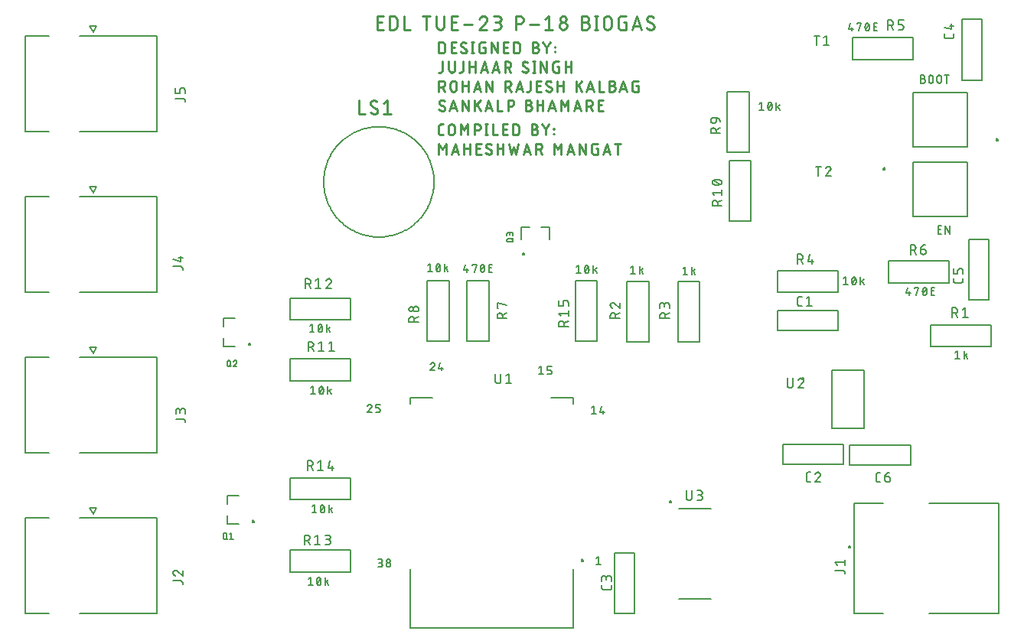
<source format=gbr>
G04 EAGLE Gerber RS-274X export*
G75*
%MOMM*%
%FSLAX34Y34*%
%LPD*%
%INSilkscreen Top*%
%IPPOS*%
%AMOC8*
5,1,8,0,0,1.08239X$1,22.5*%
G01*
%ADD10C,0.152400*%
%ADD11C,0.279400*%
%ADD12C,0.228600*%
%ADD13C,0.200000*%
%ADD14C,0.127000*%
%ADD15C,0.203200*%


D10*
X1019302Y618208D02*
X1021701Y618208D01*
X1021798Y618206D01*
X1021894Y618200D01*
X1021990Y618191D01*
X1022086Y618177D01*
X1022181Y618160D01*
X1022275Y618138D01*
X1022368Y618113D01*
X1022461Y618085D01*
X1022552Y618052D01*
X1022641Y618016D01*
X1022729Y617976D01*
X1022816Y617933D01*
X1022901Y617887D01*
X1022983Y617837D01*
X1023064Y617783D01*
X1023142Y617727D01*
X1023218Y617667D01*
X1023292Y617605D01*
X1023363Y617539D01*
X1023431Y617471D01*
X1023497Y617400D01*
X1023559Y617326D01*
X1023619Y617250D01*
X1023675Y617172D01*
X1023729Y617091D01*
X1023779Y617009D01*
X1023825Y616924D01*
X1023868Y616837D01*
X1023908Y616749D01*
X1023944Y616660D01*
X1023977Y616569D01*
X1024005Y616476D01*
X1024030Y616383D01*
X1024052Y616289D01*
X1024069Y616194D01*
X1024083Y616098D01*
X1024092Y616002D01*
X1024098Y615906D01*
X1024100Y615809D01*
X1024098Y615712D01*
X1024092Y615616D01*
X1024083Y615520D01*
X1024069Y615424D01*
X1024052Y615329D01*
X1024030Y615235D01*
X1024005Y615142D01*
X1023977Y615049D01*
X1023944Y614958D01*
X1023908Y614869D01*
X1023868Y614781D01*
X1023825Y614694D01*
X1023779Y614610D01*
X1023729Y614527D01*
X1023675Y614446D01*
X1023619Y614368D01*
X1023559Y614292D01*
X1023497Y614218D01*
X1023431Y614147D01*
X1023363Y614079D01*
X1023292Y614013D01*
X1023218Y613951D01*
X1023142Y613891D01*
X1023064Y613835D01*
X1022983Y613781D01*
X1022901Y613731D01*
X1022816Y613685D01*
X1022729Y613642D01*
X1022641Y613602D01*
X1022552Y613566D01*
X1022461Y613533D01*
X1022368Y613505D01*
X1022275Y613480D01*
X1022181Y613458D01*
X1022086Y613441D01*
X1021990Y613427D01*
X1021894Y613418D01*
X1021798Y613412D01*
X1021701Y613410D01*
X1019302Y613410D01*
X1019302Y622046D01*
X1021701Y622046D01*
X1021787Y622044D01*
X1021873Y622038D01*
X1021959Y622029D01*
X1022044Y622015D01*
X1022128Y621998D01*
X1022212Y621977D01*
X1022294Y621952D01*
X1022375Y621924D01*
X1022455Y621892D01*
X1022534Y621856D01*
X1022610Y621817D01*
X1022685Y621774D01*
X1022758Y621729D01*
X1022829Y621680D01*
X1022897Y621627D01*
X1022964Y621572D01*
X1023027Y621514D01*
X1023088Y621453D01*
X1023146Y621390D01*
X1023201Y621323D01*
X1023254Y621255D01*
X1023303Y621184D01*
X1023348Y621111D01*
X1023391Y621036D01*
X1023430Y620960D01*
X1023466Y620881D01*
X1023498Y620801D01*
X1023526Y620720D01*
X1023551Y620638D01*
X1023572Y620554D01*
X1023589Y620470D01*
X1023603Y620385D01*
X1023612Y620299D01*
X1023618Y620213D01*
X1023620Y620127D01*
X1023618Y620041D01*
X1023612Y619955D01*
X1023603Y619869D01*
X1023589Y619784D01*
X1023572Y619700D01*
X1023551Y619616D01*
X1023526Y619534D01*
X1023498Y619453D01*
X1023466Y619373D01*
X1023430Y619294D01*
X1023391Y619218D01*
X1023348Y619143D01*
X1023303Y619070D01*
X1023254Y618999D01*
X1023201Y618931D01*
X1023146Y618864D01*
X1023088Y618801D01*
X1023027Y618740D01*
X1022964Y618682D01*
X1022897Y618627D01*
X1022829Y618574D01*
X1022758Y618525D01*
X1022685Y618480D01*
X1022610Y618437D01*
X1022534Y618398D01*
X1022455Y618362D01*
X1022375Y618330D01*
X1022294Y618302D01*
X1022212Y618277D01*
X1022128Y618256D01*
X1022044Y618239D01*
X1021959Y618225D01*
X1021873Y618216D01*
X1021787Y618210D01*
X1021701Y618208D01*
X1027946Y619647D02*
X1027946Y615809D01*
X1027946Y619647D02*
X1027948Y619744D01*
X1027954Y619840D01*
X1027963Y619936D01*
X1027977Y620032D01*
X1027994Y620127D01*
X1028016Y620221D01*
X1028041Y620314D01*
X1028069Y620407D01*
X1028102Y620498D01*
X1028138Y620587D01*
X1028178Y620675D01*
X1028221Y620762D01*
X1028267Y620847D01*
X1028317Y620929D01*
X1028371Y621010D01*
X1028427Y621088D01*
X1028487Y621164D01*
X1028549Y621238D01*
X1028615Y621309D01*
X1028683Y621377D01*
X1028754Y621443D01*
X1028828Y621505D01*
X1028904Y621565D01*
X1028982Y621621D01*
X1029063Y621675D01*
X1029146Y621725D01*
X1029230Y621771D01*
X1029317Y621814D01*
X1029405Y621854D01*
X1029494Y621890D01*
X1029585Y621923D01*
X1029678Y621951D01*
X1029771Y621976D01*
X1029865Y621998D01*
X1029960Y622015D01*
X1030056Y622029D01*
X1030152Y622038D01*
X1030248Y622044D01*
X1030345Y622046D01*
X1030442Y622044D01*
X1030538Y622038D01*
X1030634Y622029D01*
X1030730Y622015D01*
X1030825Y621998D01*
X1030919Y621976D01*
X1031012Y621951D01*
X1031105Y621923D01*
X1031196Y621890D01*
X1031285Y621854D01*
X1031373Y621814D01*
X1031460Y621771D01*
X1031545Y621725D01*
X1031627Y621675D01*
X1031708Y621621D01*
X1031786Y621565D01*
X1031862Y621505D01*
X1031936Y621443D01*
X1032007Y621377D01*
X1032075Y621309D01*
X1032141Y621238D01*
X1032203Y621164D01*
X1032263Y621088D01*
X1032319Y621010D01*
X1032373Y620929D01*
X1032423Y620847D01*
X1032469Y620762D01*
X1032512Y620675D01*
X1032552Y620587D01*
X1032588Y620498D01*
X1032621Y620407D01*
X1032649Y620314D01*
X1032674Y620221D01*
X1032696Y620127D01*
X1032713Y620032D01*
X1032727Y619936D01*
X1032736Y619840D01*
X1032742Y619744D01*
X1032744Y619647D01*
X1032744Y615809D01*
X1032742Y615712D01*
X1032736Y615616D01*
X1032727Y615520D01*
X1032713Y615424D01*
X1032696Y615329D01*
X1032674Y615235D01*
X1032649Y615142D01*
X1032621Y615049D01*
X1032588Y614958D01*
X1032552Y614869D01*
X1032512Y614781D01*
X1032469Y614694D01*
X1032423Y614610D01*
X1032373Y614527D01*
X1032319Y614446D01*
X1032263Y614368D01*
X1032203Y614292D01*
X1032141Y614218D01*
X1032075Y614147D01*
X1032007Y614079D01*
X1031936Y614013D01*
X1031862Y613951D01*
X1031786Y613891D01*
X1031708Y613835D01*
X1031627Y613781D01*
X1031545Y613731D01*
X1031460Y613685D01*
X1031373Y613642D01*
X1031285Y613602D01*
X1031196Y613566D01*
X1031105Y613533D01*
X1031012Y613505D01*
X1030919Y613480D01*
X1030825Y613458D01*
X1030730Y613441D01*
X1030634Y613427D01*
X1030538Y613418D01*
X1030442Y613412D01*
X1030345Y613410D01*
X1030248Y613412D01*
X1030152Y613418D01*
X1030056Y613427D01*
X1029960Y613441D01*
X1029865Y613458D01*
X1029771Y613480D01*
X1029678Y613505D01*
X1029585Y613533D01*
X1029494Y613566D01*
X1029405Y613602D01*
X1029317Y613642D01*
X1029230Y613685D01*
X1029146Y613731D01*
X1029063Y613781D01*
X1028982Y613835D01*
X1028904Y613891D01*
X1028828Y613951D01*
X1028754Y614013D01*
X1028683Y614079D01*
X1028615Y614147D01*
X1028549Y614218D01*
X1028487Y614292D01*
X1028427Y614368D01*
X1028371Y614446D01*
X1028317Y614527D01*
X1028267Y614610D01*
X1028221Y614694D01*
X1028178Y614781D01*
X1028138Y614869D01*
X1028102Y614958D01*
X1028069Y615049D01*
X1028041Y615142D01*
X1028016Y615235D01*
X1027994Y615329D01*
X1027977Y615424D01*
X1027963Y615520D01*
X1027954Y615616D01*
X1027948Y615712D01*
X1027946Y615809D01*
X1037090Y615809D02*
X1037090Y619647D01*
X1037092Y619744D01*
X1037098Y619840D01*
X1037107Y619936D01*
X1037121Y620032D01*
X1037138Y620127D01*
X1037160Y620221D01*
X1037185Y620314D01*
X1037213Y620407D01*
X1037246Y620498D01*
X1037282Y620587D01*
X1037322Y620675D01*
X1037365Y620762D01*
X1037411Y620847D01*
X1037461Y620929D01*
X1037515Y621010D01*
X1037571Y621088D01*
X1037631Y621164D01*
X1037693Y621238D01*
X1037759Y621309D01*
X1037827Y621377D01*
X1037898Y621443D01*
X1037972Y621505D01*
X1038048Y621565D01*
X1038126Y621621D01*
X1038207Y621675D01*
X1038290Y621725D01*
X1038374Y621771D01*
X1038461Y621814D01*
X1038549Y621854D01*
X1038638Y621890D01*
X1038729Y621923D01*
X1038822Y621951D01*
X1038915Y621976D01*
X1039009Y621998D01*
X1039104Y622015D01*
X1039200Y622029D01*
X1039296Y622038D01*
X1039392Y622044D01*
X1039489Y622046D01*
X1039586Y622044D01*
X1039682Y622038D01*
X1039778Y622029D01*
X1039874Y622015D01*
X1039969Y621998D01*
X1040063Y621976D01*
X1040156Y621951D01*
X1040249Y621923D01*
X1040340Y621890D01*
X1040429Y621854D01*
X1040517Y621814D01*
X1040604Y621771D01*
X1040689Y621725D01*
X1040771Y621675D01*
X1040852Y621621D01*
X1040930Y621565D01*
X1041006Y621505D01*
X1041080Y621443D01*
X1041151Y621377D01*
X1041219Y621309D01*
X1041285Y621238D01*
X1041347Y621164D01*
X1041407Y621088D01*
X1041463Y621010D01*
X1041517Y620929D01*
X1041567Y620847D01*
X1041613Y620762D01*
X1041656Y620675D01*
X1041696Y620587D01*
X1041732Y620498D01*
X1041765Y620407D01*
X1041793Y620314D01*
X1041818Y620221D01*
X1041840Y620127D01*
X1041857Y620032D01*
X1041871Y619936D01*
X1041880Y619840D01*
X1041886Y619744D01*
X1041888Y619647D01*
X1041888Y615809D01*
X1041886Y615712D01*
X1041880Y615616D01*
X1041871Y615520D01*
X1041857Y615424D01*
X1041840Y615329D01*
X1041818Y615235D01*
X1041793Y615142D01*
X1041765Y615049D01*
X1041732Y614958D01*
X1041696Y614869D01*
X1041656Y614781D01*
X1041613Y614694D01*
X1041567Y614610D01*
X1041517Y614527D01*
X1041463Y614446D01*
X1041407Y614368D01*
X1041347Y614292D01*
X1041285Y614218D01*
X1041219Y614147D01*
X1041151Y614079D01*
X1041080Y614013D01*
X1041006Y613951D01*
X1040930Y613891D01*
X1040852Y613835D01*
X1040771Y613781D01*
X1040689Y613731D01*
X1040604Y613685D01*
X1040517Y613642D01*
X1040429Y613602D01*
X1040340Y613566D01*
X1040249Y613533D01*
X1040156Y613505D01*
X1040063Y613480D01*
X1039969Y613458D01*
X1039874Y613441D01*
X1039778Y613427D01*
X1039682Y613418D01*
X1039586Y613412D01*
X1039489Y613410D01*
X1039392Y613412D01*
X1039296Y613418D01*
X1039200Y613427D01*
X1039104Y613441D01*
X1039009Y613458D01*
X1038915Y613480D01*
X1038822Y613505D01*
X1038729Y613533D01*
X1038638Y613566D01*
X1038549Y613602D01*
X1038461Y613642D01*
X1038374Y613685D01*
X1038290Y613731D01*
X1038207Y613781D01*
X1038126Y613835D01*
X1038048Y613891D01*
X1037972Y613951D01*
X1037898Y614013D01*
X1037827Y614079D01*
X1037759Y614147D01*
X1037693Y614218D01*
X1037631Y614292D01*
X1037571Y614368D01*
X1037515Y614446D01*
X1037461Y614527D01*
X1037411Y614610D01*
X1037365Y614694D01*
X1037322Y614781D01*
X1037282Y614869D01*
X1037246Y614958D01*
X1037213Y615049D01*
X1037185Y615142D01*
X1037160Y615235D01*
X1037138Y615329D01*
X1037121Y615424D01*
X1037107Y615520D01*
X1037098Y615616D01*
X1037092Y615712D01*
X1037090Y615809D01*
X1048024Y613410D02*
X1048024Y622046D01*
X1045625Y622046D02*
X1050423Y622046D01*
X1042190Y446532D02*
X1038352Y446532D01*
X1038352Y455168D01*
X1042190Y455168D01*
X1041231Y451330D02*
X1038352Y451330D01*
X1046251Y455168D02*
X1046251Y446532D01*
X1051049Y446532D02*
X1046251Y455168D01*
X1051049Y455168D02*
X1051049Y446532D01*
X843139Y592074D02*
X840740Y590155D01*
X843139Y592074D02*
X843139Y583438D01*
X840740Y583438D02*
X845538Y583438D01*
X849884Y587756D02*
X849886Y587926D01*
X849892Y588096D01*
X849902Y588265D01*
X849916Y588435D01*
X849935Y588604D01*
X849957Y588772D01*
X849983Y588940D01*
X850013Y589107D01*
X850048Y589273D01*
X850086Y589439D01*
X850128Y589604D01*
X850174Y589767D01*
X850224Y589930D01*
X850278Y590091D01*
X850335Y590251D01*
X850397Y590409D01*
X850462Y590566D01*
X850531Y590721D01*
X850604Y590875D01*
X850632Y590951D01*
X850664Y591026D01*
X850699Y591100D01*
X850737Y591172D01*
X850779Y591242D01*
X850824Y591310D01*
X850872Y591376D01*
X850923Y591440D01*
X850977Y591501D01*
X851033Y591560D01*
X851093Y591616D01*
X851154Y591669D01*
X851218Y591719D01*
X851285Y591767D01*
X851353Y591811D01*
X851424Y591852D01*
X851496Y591890D01*
X851570Y591924D01*
X851645Y591955D01*
X851722Y591983D01*
X851800Y592007D01*
X851879Y592027D01*
X851959Y592044D01*
X852039Y592057D01*
X852120Y592067D01*
X852201Y592072D01*
X852283Y592074D01*
X852365Y592072D01*
X852446Y592067D01*
X852527Y592057D01*
X852607Y592044D01*
X852687Y592027D01*
X852766Y592007D01*
X852844Y591983D01*
X852921Y591955D01*
X852996Y591924D01*
X853070Y591890D01*
X853142Y591852D01*
X853213Y591811D01*
X853281Y591767D01*
X853348Y591719D01*
X853412Y591669D01*
X853473Y591616D01*
X853533Y591560D01*
X853589Y591501D01*
X853643Y591440D01*
X853694Y591376D01*
X853742Y591310D01*
X853787Y591242D01*
X853829Y591172D01*
X853867Y591100D01*
X853902Y591026D01*
X853934Y590951D01*
X853962Y590875D01*
X854035Y590721D01*
X854104Y590566D01*
X854169Y590409D01*
X854231Y590251D01*
X854288Y590091D01*
X854342Y589930D01*
X854392Y589767D01*
X854438Y589604D01*
X854480Y589439D01*
X854518Y589273D01*
X854553Y589107D01*
X854583Y588940D01*
X854609Y588772D01*
X854631Y588604D01*
X854650Y588435D01*
X854664Y588265D01*
X854674Y588096D01*
X854680Y587926D01*
X854682Y587756D01*
X849884Y587756D02*
X849886Y587586D01*
X849892Y587416D01*
X849902Y587247D01*
X849916Y587077D01*
X849935Y586908D01*
X849957Y586740D01*
X849983Y586572D01*
X850013Y586405D01*
X850048Y586239D01*
X850086Y586073D01*
X850128Y585908D01*
X850174Y585745D01*
X850224Y585583D01*
X850278Y585421D01*
X850335Y585262D01*
X850397Y585103D01*
X850462Y584946D01*
X850531Y584791D01*
X850604Y584637D01*
X850632Y584561D01*
X850664Y584486D01*
X850699Y584412D01*
X850737Y584340D01*
X850779Y584270D01*
X850824Y584202D01*
X850872Y584136D01*
X850923Y584072D01*
X850977Y584011D01*
X851033Y583952D01*
X851093Y583896D01*
X851154Y583843D01*
X851218Y583793D01*
X851285Y583745D01*
X851353Y583701D01*
X851424Y583660D01*
X851496Y583622D01*
X851570Y583588D01*
X851645Y583557D01*
X851722Y583529D01*
X851800Y583505D01*
X851879Y583485D01*
X851959Y583468D01*
X852039Y583455D01*
X852120Y583445D01*
X852201Y583440D01*
X852283Y583438D01*
X853962Y584637D02*
X854035Y584791D01*
X854104Y584946D01*
X854169Y585103D01*
X854231Y585262D01*
X854288Y585421D01*
X854342Y585583D01*
X854392Y585745D01*
X854438Y585908D01*
X854480Y586073D01*
X854518Y586239D01*
X854553Y586405D01*
X854583Y586572D01*
X854609Y586740D01*
X854631Y586908D01*
X854650Y587077D01*
X854664Y587247D01*
X854674Y587416D01*
X854680Y587586D01*
X854682Y587756D01*
X853962Y584637D02*
X853934Y584561D01*
X853902Y584486D01*
X853867Y584412D01*
X853829Y584340D01*
X853787Y584270D01*
X853742Y584202D01*
X853694Y584136D01*
X853643Y584072D01*
X853589Y584011D01*
X853533Y583952D01*
X853473Y583896D01*
X853412Y583843D01*
X853348Y583793D01*
X853281Y583745D01*
X853213Y583701D01*
X853142Y583660D01*
X853070Y583622D01*
X852996Y583588D01*
X852921Y583557D01*
X852844Y583529D01*
X852766Y583505D01*
X852687Y583485D01*
X852607Y583468D01*
X852527Y583455D01*
X852446Y583445D01*
X852365Y583440D01*
X852283Y583438D01*
X850364Y585357D02*
X854202Y590155D01*
X859359Y592074D02*
X859359Y583438D01*
X859359Y586317D02*
X863197Y589195D01*
X861038Y587516D02*
X863197Y583438D01*
X936103Y398780D02*
X933704Y396861D01*
X936103Y398780D02*
X936103Y390144D01*
X933704Y390144D02*
X938502Y390144D01*
X942848Y394462D02*
X942850Y394632D01*
X942856Y394802D01*
X942866Y394971D01*
X942880Y395141D01*
X942899Y395310D01*
X942921Y395478D01*
X942947Y395646D01*
X942977Y395813D01*
X943012Y395979D01*
X943050Y396145D01*
X943092Y396310D01*
X943138Y396473D01*
X943188Y396636D01*
X943242Y396797D01*
X943299Y396957D01*
X943361Y397115D01*
X943426Y397272D01*
X943495Y397427D01*
X943568Y397581D01*
X943596Y397657D01*
X943628Y397732D01*
X943663Y397806D01*
X943701Y397878D01*
X943743Y397948D01*
X943788Y398016D01*
X943836Y398082D01*
X943887Y398146D01*
X943941Y398207D01*
X943997Y398266D01*
X944057Y398322D01*
X944118Y398375D01*
X944182Y398425D01*
X944249Y398473D01*
X944317Y398517D01*
X944388Y398558D01*
X944460Y398596D01*
X944534Y398630D01*
X944609Y398661D01*
X944686Y398689D01*
X944764Y398713D01*
X944843Y398733D01*
X944923Y398750D01*
X945003Y398763D01*
X945084Y398773D01*
X945165Y398778D01*
X945247Y398780D01*
X945329Y398778D01*
X945410Y398773D01*
X945491Y398763D01*
X945571Y398750D01*
X945651Y398733D01*
X945730Y398713D01*
X945808Y398689D01*
X945885Y398661D01*
X945960Y398630D01*
X946034Y398596D01*
X946106Y398558D01*
X946177Y398517D01*
X946245Y398473D01*
X946312Y398425D01*
X946376Y398375D01*
X946437Y398322D01*
X946497Y398266D01*
X946553Y398207D01*
X946607Y398146D01*
X946658Y398082D01*
X946706Y398016D01*
X946751Y397948D01*
X946793Y397878D01*
X946831Y397806D01*
X946866Y397732D01*
X946898Y397657D01*
X946926Y397581D01*
X946999Y397427D01*
X947068Y397272D01*
X947133Y397115D01*
X947195Y396957D01*
X947252Y396797D01*
X947306Y396636D01*
X947356Y396473D01*
X947402Y396310D01*
X947444Y396145D01*
X947482Y395979D01*
X947517Y395813D01*
X947547Y395646D01*
X947573Y395478D01*
X947595Y395310D01*
X947614Y395141D01*
X947628Y394971D01*
X947638Y394802D01*
X947644Y394632D01*
X947646Y394462D01*
X942848Y394462D02*
X942850Y394292D01*
X942856Y394122D01*
X942866Y393953D01*
X942880Y393783D01*
X942899Y393614D01*
X942921Y393446D01*
X942947Y393278D01*
X942977Y393111D01*
X943012Y392945D01*
X943050Y392779D01*
X943092Y392614D01*
X943138Y392451D01*
X943188Y392289D01*
X943242Y392127D01*
X943299Y391968D01*
X943361Y391809D01*
X943426Y391652D01*
X943495Y391497D01*
X943568Y391343D01*
X943596Y391267D01*
X943628Y391192D01*
X943663Y391118D01*
X943701Y391046D01*
X943743Y390976D01*
X943788Y390908D01*
X943836Y390842D01*
X943887Y390778D01*
X943941Y390717D01*
X943997Y390658D01*
X944057Y390602D01*
X944118Y390549D01*
X944182Y390499D01*
X944249Y390451D01*
X944317Y390407D01*
X944388Y390366D01*
X944460Y390328D01*
X944534Y390294D01*
X944609Y390263D01*
X944686Y390235D01*
X944764Y390211D01*
X944843Y390191D01*
X944923Y390174D01*
X945003Y390161D01*
X945084Y390151D01*
X945165Y390146D01*
X945247Y390144D01*
X946926Y391343D02*
X946999Y391497D01*
X947068Y391652D01*
X947133Y391809D01*
X947195Y391968D01*
X947252Y392127D01*
X947306Y392289D01*
X947356Y392451D01*
X947402Y392614D01*
X947444Y392779D01*
X947482Y392945D01*
X947517Y393111D01*
X947547Y393278D01*
X947573Y393446D01*
X947595Y393614D01*
X947614Y393783D01*
X947628Y393953D01*
X947638Y394122D01*
X947644Y394292D01*
X947646Y394462D01*
X946926Y391343D02*
X946898Y391267D01*
X946866Y391192D01*
X946831Y391118D01*
X946793Y391046D01*
X946751Y390976D01*
X946706Y390908D01*
X946658Y390842D01*
X946607Y390778D01*
X946553Y390717D01*
X946497Y390658D01*
X946437Y390602D01*
X946376Y390549D01*
X946312Y390499D01*
X946245Y390451D01*
X946177Y390407D01*
X946106Y390366D01*
X946034Y390328D01*
X945960Y390294D01*
X945885Y390263D01*
X945808Y390235D01*
X945730Y390211D01*
X945651Y390191D01*
X945571Y390174D01*
X945491Y390161D01*
X945410Y390151D01*
X945329Y390146D01*
X945247Y390144D01*
X943328Y392063D02*
X947166Y396861D01*
X952323Y398780D02*
X952323Y390144D01*
X952323Y393023D02*
X956161Y395901D01*
X954002Y394222D02*
X956161Y390144D01*
X476109Y413258D02*
X473710Y411339D01*
X476109Y413258D02*
X476109Y404622D01*
X473710Y404622D02*
X478508Y404622D01*
X482854Y408940D02*
X482856Y409110D01*
X482862Y409280D01*
X482872Y409449D01*
X482886Y409619D01*
X482905Y409788D01*
X482927Y409956D01*
X482953Y410124D01*
X482983Y410291D01*
X483018Y410457D01*
X483056Y410623D01*
X483098Y410788D01*
X483144Y410951D01*
X483194Y411114D01*
X483248Y411275D01*
X483305Y411435D01*
X483367Y411593D01*
X483432Y411750D01*
X483501Y411905D01*
X483574Y412059D01*
X483602Y412135D01*
X483634Y412210D01*
X483669Y412284D01*
X483707Y412356D01*
X483749Y412426D01*
X483794Y412494D01*
X483842Y412560D01*
X483893Y412624D01*
X483947Y412685D01*
X484003Y412744D01*
X484063Y412800D01*
X484124Y412853D01*
X484188Y412903D01*
X484255Y412951D01*
X484323Y412995D01*
X484394Y413036D01*
X484466Y413074D01*
X484540Y413108D01*
X484615Y413139D01*
X484692Y413167D01*
X484770Y413191D01*
X484849Y413211D01*
X484929Y413228D01*
X485009Y413241D01*
X485090Y413251D01*
X485171Y413256D01*
X485253Y413258D01*
X485335Y413256D01*
X485416Y413251D01*
X485497Y413241D01*
X485577Y413228D01*
X485657Y413211D01*
X485736Y413191D01*
X485814Y413167D01*
X485891Y413139D01*
X485966Y413108D01*
X486040Y413074D01*
X486112Y413036D01*
X486183Y412995D01*
X486251Y412951D01*
X486318Y412903D01*
X486382Y412853D01*
X486443Y412800D01*
X486503Y412744D01*
X486559Y412685D01*
X486613Y412624D01*
X486664Y412560D01*
X486712Y412494D01*
X486757Y412426D01*
X486799Y412356D01*
X486837Y412284D01*
X486872Y412210D01*
X486904Y412135D01*
X486932Y412059D01*
X487005Y411905D01*
X487074Y411750D01*
X487139Y411593D01*
X487201Y411435D01*
X487258Y411275D01*
X487312Y411114D01*
X487362Y410951D01*
X487408Y410788D01*
X487450Y410623D01*
X487488Y410457D01*
X487523Y410291D01*
X487553Y410124D01*
X487579Y409956D01*
X487601Y409788D01*
X487620Y409619D01*
X487634Y409449D01*
X487644Y409280D01*
X487650Y409110D01*
X487652Y408940D01*
X482854Y408940D02*
X482856Y408770D01*
X482862Y408600D01*
X482872Y408431D01*
X482886Y408261D01*
X482905Y408092D01*
X482927Y407924D01*
X482953Y407756D01*
X482983Y407589D01*
X483018Y407423D01*
X483056Y407257D01*
X483098Y407092D01*
X483144Y406929D01*
X483194Y406767D01*
X483248Y406605D01*
X483305Y406446D01*
X483367Y406287D01*
X483432Y406130D01*
X483501Y405975D01*
X483574Y405821D01*
X483602Y405745D01*
X483634Y405670D01*
X483669Y405596D01*
X483707Y405524D01*
X483749Y405454D01*
X483794Y405386D01*
X483842Y405320D01*
X483893Y405256D01*
X483947Y405195D01*
X484003Y405136D01*
X484063Y405080D01*
X484124Y405027D01*
X484188Y404977D01*
X484255Y404929D01*
X484323Y404885D01*
X484394Y404844D01*
X484466Y404806D01*
X484540Y404772D01*
X484615Y404741D01*
X484692Y404713D01*
X484770Y404689D01*
X484849Y404669D01*
X484929Y404652D01*
X485009Y404639D01*
X485090Y404629D01*
X485171Y404624D01*
X485253Y404622D01*
X486932Y405821D02*
X487005Y405975D01*
X487074Y406130D01*
X487139Y406287D01*
X487201Y406446D01*
X487258Y406605D01*
X487312Y406767D01*
X487362Y406929D01*
X487408Y407092D01*
X487450Y407257D01*
X487488Y407423D01*
X487523Y407589D01*
X487553Y407756D01*
X487579Y407924D01*
X487601Y408092D01*
X487620Y408261D01*
X487634Y408431D01*
X487644Y408600D01*
X487650Y408770D01*
X487652Y408940D01*
X486932Y405821D02*
X486904Y405745D01*
X486872Y405670D01*
X486837Y405596D01*
X486799Y405524D01*
X486757Y405454D01*
X486712Y405386D01*
X486664Y405320D01*
X486613Y405256D01*
X486559Y405195D01*
X486503Y405136D01*
X486443Y405080D01*
X486382Y405027D01*
X486318Y404977D01*
X486251Y404929D01*
X486183Y404885D01*
X486112Y404844D01*
X486040Y404806D01*
X485966Y404772D01*
X485891Y404741D01*
X485814Y404713D01*
X485736Y404689D01*
X485657Y404669D01*
X485577Y404652D01*
X485497Y404639D01*
X485416Y404629D01*
X485335Y404624D01*
X485253Y404622D01*
X483334Y406541D02*
X487172Y411339D01*
X492329Y413258D02*
X492329Y404622D01*
X492329Y407501D02*
X496167Y410379D01*
X494008Y408700D02*
X496167Y404622D01*
X345553Y346202D02*
X343154Y344283D01*
X345553Y346202D02*
X345553Y337566D01*
X343154Y337566D02*
X347952Y337566D01*
X352298Y341884D02*
X352300Y342054D01*
X352306Y342224D01*
X352316Y342393D01*
X352330Y342563D01*
X352349Y342732D01*
X352371Y342900D01*
X352397Y343068D01*
X352427Y343235D01*
X352462Y343401D01*
X352500Y343567D01*
X352542Y343732D01*
X352588Y343895D01*
X352638Y344058D01*
X352692Y344219D01*
X352749Y344379D01*
X352811Y344537D01*
X352876Y344694D01*
X352945Y344849D01*
X353018Y345003D01*
X353046Y345079D01*
X353078Y345154D01*
X353113Y345228D01*
X353151Y345300D01*
X353193Y345370D01*
X353238Y345438D01*
X353286Y345504D01*
X353337Y345568D01*
X353391Y345629D01*
X353447Y345688D01*
X353507Y345744D01*
X353568Y345797D01*
X353632Y345847D01*
X353699Y345895D01*
X353767Y345939D01*
X353838Y345980D01*
X353910Y346018D01*
X353984Y346052D01*
X354059Y346083D01*
X354136Y346111D01*
X354214Y346135D01*
X354293Y346155D01*
X354373Y346172D01*
X354453Y346185D01*
X354534Y346195D01*
X354615Y346200D01*
X354697Y346202D01*
X354779Y346200D01*
X354860Y346195D01*
X354941Y346185D01*
X355021Y346172D01*
X355101Y346155D01*
X355180Y346135D01*
X355258Y346111D01*
X355335Y346083D01*
X355410Y346052D01*
X355484Y346018D01*
X355556Y345980D01*
X355627Y345939D01*
X355695Y345895D01*
X355762Y345847D01*
X355826Y345797D01*
X355887Y345744D01*
X355947Y345688D01*
X356003Y345629D01*
X356057Y345568D01*
X356108Y345504D01*
X356156Y345438D01*
X356201Y345370D01*
X356243Y345300D01*
X356281Y345228D01*
X356316Y345154D01*
X356348Y345079D01*
X356376Y345003D01*
X356449Y344849D01*
X356518Y344694D01*
X356583Y344537D01*
X356645Y344379D01*
X356702Y344219D01*
X356756Y344058D01*
X356806Y343895D01*
X356852Y343732D01*
X356894Y343567D01*
X356932Y343401D01*
X356967Y343235D01*
X356997Y343068D01*
X357023Y342900D01*
X357045Y342732D01*
X357064Y342563D01*
X357078Y342393D01*
X357088Y342224D01*
X357094Y342054D01*
X357096Y341884D01*
X352298Y341884D02*
X352300Y341714D01*
X352306Y341544D01*
X352316Y341375D01*
X352330Y341205D01*
X352349Y341036D01*
X352371Y340868D01*
X352397Y340700D01*
X352427Y340533D01*
X352462Y340367D01*
X352500Y340201D01*
X352542Y340036D01*
X352588Y339873D01*
X352638Y339711D01*
X352692Y339549D01*
X352749Y339390D01*
X352811Y339231D01*
X352876Y339074D01*
X352945Y338919D01*
X353018Y338765D01*
X353046Y338689D01*
X353078Y338614D01*
X353113Y338540D01*
X353151Y338468D01*
X353193Y338398D01*
X353238Y338330D01*
X353286Y338264D01*
X353337Y338200D01*
X353391Y338139D01*
X353447Y338080D01*
X353507Y338024D01*
X353568Y337971D01*
X353632Y337921D01*
X353699Y337873D01*
X353767Y337829D01*
X353838Y337788D01*
X353910Y337750D01*
X353984Y337716D01*
X354059Y337685D01*
X354136Y337657D01*
X354214Y337633D01*
X354293Y337613D01*
X354373Y337596D01*
X354453Y337583D01*
X354534Y337573D01*
X354615Y337568D01*
X354697Y337566D01*
X356376Y338765D02*
X356449Y338919D01*
X356518Y339074D01*
X356583Y339231D01*
X356645Y339390D01*
X356702Y339549D01*
X356756Y339711D01*
X356806Y339873D01*
X356852Y340036D01*
X356894Y340201D01*
X356932Y340367D01*
X356967Y340533D01*
X356997Y340700D01*
X357023Y340868D01*
X357045Y341036D01*
X357064Y341205D01*
X357078Y341375D01*
X357088Y341544D01*
X357094Y341714D01*
X357096Y341884D01*
X356376Y338765D02*
X356348Y338689D01*
X356316Y338614D01*
X356281Y338540D01*
X356243Y338468D01*
X356201Y338398D01*
X356156Y338330D01*
X356108Y338264D01*
X356057Y338200D01*
X356003Y338139D01*
X355947Y338080D01*
X355887Y338024D01*
X355826Y337971D01*
X355762Y337921D01*
X355695Y337873D01*
X355627Y337829D01*
X355556Y337788D01*
X355484Y337750D01*
X355410Y337716D01*
X355335Y337685D01*
X355258Y337657D01*
X355180Y337633D01*
X355101Y337613D01*
X355021Y337596D01*
X354941Y337583D01*
X354860Y337573D01*
X354779Y337568D01*
X354697Y337566D01*
X352778Y339485D02*
X356616Y344283D01*
X361773Y346202D02*
X361773Y337566D01*
X361773Y340445D02*
X365611Y343323D01*
X363452Y341644D02*
X365611Y337566D01*
X346823Y277622D02*
X344424Y275703D01*
X346823Y277622D02*
X346823Y268986D01*
X344424Y268986D02*
X349222Y268986D01*
X353568Y273304D02*
X353570Y273474D01*
X353576Y273644D01*
X353586Y273813D01*
X353600Y273983D01*
X353619Y274152D01*
X353641Y274320D01*
X353667Y274488D01*
X353697Y274655D01*
X353732Y274821D01*
X353770Y274987D01*
X353812Y275152D01*
X353858Y275315D01*
X353908Y275478D01*
X353962Y275639D01*
X354019Y275799D01*
X354081Y275957D01*
X354146Y276114D01*
X354215Y276269D01*
X354288Y276423D01*
X354316Y276499D01*
X354348Y276574D01*
X354383Y276648D01*
X354421Y276720D01*
X354463Y276790D01*
X354508Y276858D01*
X354556Y276924D01*
X354607Y276988D01*
X354661Y277049D01*
X354717Y277108D01*
X354777Y277164D01*
X354838Y277217D01*
X354902Y277267D01*
X354969Y277315D01*
X355037Y277359D01*
X355108Y277400D01*
X355180Y277438D01*
X355254Y277472D01*
X355329Y277503D01*
X355406Y277531D01*
X355484Y277555D01*
X355563Y277575D01*
X355643Y277592D01*
X355723Y277605D01*
X355804Y277615D01*
X355885Y277620D01*
X355967Y277622D01*
X356049Y277620D01*
X356130Y277615D01*
X356211Y277605D01*
X356291Y277592D01*
X356371Y277575D01*
X356450Y277555D01*
X356528Y277531D01*
X356605Y277503D01*
X356680Y277472D01*
X356754Y277438D01*
X356826Y277400D01*
X356897Y277359D01*
X356965Y277315D01*
X357032Y277267D01*
X357096Y277217D01*
X357157Y277164D01*
X357217Y277108D01*
X357273Y277049D01*
X357327Y276988D01*
X357378Y276924D01*
X357426Y276858D01*
X357471Y276790D01*
X357513Y276720D01*
X357551Y276648D01*
X357586Y276574D01*
X357618Y276499D01*
X357646Y276423D01*
X357719Y276269D01*
X357788Y276114D01*
X357853Y275957D01*
X357915Y275799D01*
X357972Y275639D01*
X358026Y275478D01*
X358076Y275315D01*
X358122Y275152D01*
X358164Y274987D01*
X358202Y274821D01*
X358237Y274655D01*
X358267Y274488D01*
X358293Y274320D01*
X358315Y274152D01*
X358334Y273983D01*
X358348Y273813D01*
X358358Y273644D01*
X358364Y273474D01*
X358366Y273304D01*
X353568Y273304D02*
X353570Y273134D01*
X353576Y272964D01*
X353586Y272795D01*
X353600Y272625D01*
X353619Y272456D01*
X353641Y272288D01*
X353667Y272120D01*
X353697Y271953D01*
X353732Y271787D01*
X353770Y271621D01*
X353812Y271456D01*
X353858Y271293D01*
X353908Y271131D01*
X353962Y270969D01*
X354019Y270810D01*
X354081Y270651D01*
X354146Y270494D01*
X354215Y270339D01*
X354288Y270185D01*
X354316Y270109D01*
X354348Y270034D01*
X354383Y269960D01*
X354421Y269888D01*
X354463Y269818D01*
X354508Y269750D01*
X354556Y269684D01*
X354607Y269620D01*
X354661Y269559D01*
X354717Y269500D01*
X354777Y269444D01*
X354838Y269391D01*
X354902Y269341D01*
X354969Y269293D01*
X355037Y269249D01*
X355108Y269208D01*
X355180Y269170D01*
X355254Y269136D01*
X355329Y269105D01*
X355406Y269077D01*
X355484Y269053D01*
X355563Y269033D01*
X355643Y269016D01*
X355723Y269003D01*
X355804Y268993D01*
X355885Y268988D01*
X355967Y268986D01*
X357646Y270185D02*
X357719Y270339D01*
X357788Y270494D01*
X357853Y270651D01*
X357915Y270810D01*
X357972Y270969D01*
X358026Y271131D01*
X358076Y271293D01*
X358122Y271456D01*
X358164Y271621D01*
X358202Y271787D01*
X358237Y271953D01*
X358267Y272120D01*
X358293Y272288D01*
X358315Y272456D01*
X358334Y272625D01*
X358348Y272795D01*
X358358Y272964D01*
X358364Y273134D01*
X358366Y273304D01*
X357646Y270185D02*
X357618Y270109D01*
X357586Y270034D01*
X357551Y269960D01*
X357513Y269888D01*
X357471Y269818D01*
X357426Y269750D01*
X357378Y269684D01*
X357327Y269620D01*
X357273Y269559D01*
X357217Y269500D01*
X357157Y269444D01*
X357096Y269391D01*
X357032Y269341D01*
X356965Y269293D01*
X356897Y269249D01*
X356826Y269208D01*
X356754Y269170D01*
X356680Y269136D01*
X356605Y269105D01*
X356528Y269077D01*
X356450Y269053D01*
X356371Y269033D01*
X356291Y269016D01*
X356211Y269003D01*
X356130Y268993D01*
X356049Y268988D01*
X355967Y268986D01*
X354048Y270905D02*
X357886Y275703D01*
X363043Y277622D02*
X363043Y268986D01*
X363043Y271865D02*
X366881Y274743D01*
X364722Y273064D02*
X366881Y268986D01*
X344029Y66294D02*
X341630Y64375D01*
X344029Y66294D02*
X344029Y57658D01*
X341630Y57658D02*
X346428Y57658D01*
X350774Y61976D02*
X350776Y62146D01*
X350782Y62316D01*
X350792Y62485D01*
X350806Y62655D01*
X350825Y62824D01*
X350847Y62992D01*
X350873Y63160D01*
X350903Y63327D01*
X350938Y63493D01*
X350976Y63659D01*
X351018Y63824D01*
X351064Y63987D01*
X351114Y64150D01*
X351168Y64311D01*
X351225Y64471D01*
X351287Y64629D01*
X351352Y64786D01*
X351421Y64941D01*
X351494Y65095D01*
X351522Y65171D01*
X351554Y65246D01*
X351589Y65320D01*
X351627Y65392D01*
X351669Y65462D01*
X351714Y65530D01*
X351762Y65596D01*
X351813Y65660D01*
X351867Y65721D01*
X351923Y65780D01*
X351983Y65836D01*
X352044Y65889D01*
X352108Y65939D01*
X352175Y65987D01*
X352243Y66031D01*
X352314Y66072D01*
X352386Y66110D01*
X352460Y66144D01*
X352535Y66175D01*
X352612Y66203D01*
X352690Y66227D01*
X352769Y66247D01*
X352849Y66264D01*
X352929Y66277D01*
X353010Y66287D01*
X353091Y66292D01*
X353173Y66294D01*
X353255Y66292D01*
X353336Y66287D01*
X353417Y66277D01*
X353497Y66264D01*
X353577Y66247D01*
X353656Y66227D01*
X353734Y66203D01*
X353811Y66175D01*
X353886Y66144D01*
X353960Y66110D01*
X354032Y66072D01*
X354103Y66031D01*
X354171Y65987D01*
X354238Y65939D01*
X354302Y65889D01*
X354363Y65836D01*
X354423Y65780D01*
X354479Y65721D01*
X354533Y65660D01*
X354584Y65596D01*
X354632Y65530D01*
X354677Y65462D01*
X354719Y65392D01*
X354757Y65320D01*
X354792Y65246D01*
X354824Y65171D01*
X354852Y65095D01*
X354925Y64941D01*
X354994Y64786D01*
X355059Y64629D01*
X355121Y64471D01*
X355178Y64311D01*
X355232Y64150D01*
X355282Y63987D01*
X355328Y63824D01*
X355370Y63659D01*
X355408Y63493D01*
X355443Y63327D01*
X355473Y63160D01*
X355499Y62992D01*
X355521Y62824D01*
X355540Y62655D01*
X355554Y62485D01*
X355564Y62316D01*
X355570Y62146D01*
X355572Y61976D01*
X350774Y61976D02*
X350776Y61806D01*
X350782Y61636D01*
X350792Y61467D01*
X350806Y61297D01*
X350825Y61128D01*
X350847Y60960D01*
X350873Y60792D01*
X350903Y60625D01*
X350938Y60459D01*
X350976Y60293D01*
X351018Y60128D01*
X351064Y59965D01*
X351114Y59803D01*
X351168Y59641D01*
X351225Y59482D01*
X351287Y59323D01*
X351352Y59166D01*
X351421Y59011D01*
X351494Y58857D01*
X351522Y58781D01*
X351554Y58706D01*
X351589Y58632D01*
X351627Y58560D01*
X351669Y58490D01*
X351714Y58422D01*
X351762Y58356D01*
X351813Y58292D01*
X351867Y58231D01*
X351923Y58172D01*
X351983Y58116D01*
X352044Y58063D01*
X352108Y58013D01*
X352175Y57965D01*
X352243Y57921D01*
X352314Y57880D01*
X352386Y57842D01*
X352460Y57808D01*
X352535Y57777D01*
X352612Y57749D01*
X352690Y57725D01*
X352769Y57705D01*
X352849Y57688D01*
X352929Y57675D01*
X353010Y57665D01*
X353091Y57660D01*
X353173Y57658D01*
X354852Y58857D02*
X354925Y59011D01*
X354994Y59166D01*
X355059Y59323D01*
X355121Y59482D01*
X355178Y59641D01*
X355232Y59803D01*
X355282Y59965D01*
X355328Y60128D01*
X355370Y60293D01*
X355408Y60459D01*
X355443Y60625D01*
X355473Y60792D01*
X355499Y60960D01*
X355521Y61128D01*
X355540Y61297D01*
X355554Y61467D01*
X355564Y61636D01*
X355570Y61806D01*
X355572Y61976D01*
X354852Y58857D02*
X354824Y58781D01*
X354792Y58706D01*
X354757Y58632D01*
X354719Y58560D01*
X354677Y58490D01*
X354632Y58422D01*
X354584Y58356D01*
X354533Y58292D01*
X354479Y58231D01*
X354423Y58172D01*
X354363Y58116D01*
X354302Y58063D01*
X354238Y58013D01*
X354171Y57965D01*
X354103Y57921D01*
X354032Y57880D01*
X353960Y57842D01*
X353886Y57808D01*
X353811Y57777D01*
X353734Y57749D01*
X353656Y57725D01*
X353577Y57705D01*
X353497Y57688D01*
X353417Y57675D01*
X353336Y57665D01*
X353255Y57660D01*
X353173Y57658D01*
X351254Y59577D02*
X355092Y64375D01*
X360249Y66294D02*
X360249Y57658D01*
X360249Y60537D02*
X364087Y63415D01*
X361928Y61736D02*
X364087Y57658D01*
X345694Y144385D02*
X348093Y146304D01*
X348093Y137668D01*
X345694Y137668D02*
X350492Y137668D01*
X354838Y141986D02*
X354840Y142156D01*
X354846Y142326D01*
X354856Y142495D01*
X354870Y142665D01*
X354889Y142834D01*
X354911Y143002D01*
X354937Y143170D01*
X354967Y143337D01*
X355002Y143503D01*
X355040Y143669D01*
X355082Y143834D01*
X355128Y143997D01*
X355178Y144160D01*
X355232Y144321D01*
X355289Y144481D01*
X355351Y144639D01*
X355416Y144796D01*
X355485Y144951D01*
X355558Y145105D01*
X355586Y145181D01*
X355618Y145256D01*
X355653Y145330D01*
X355691Y145402D01*
X355733Y145472D01*
X355778Y145540D01*
X355826Y145606D01*
X355877Y145670D01*
X355931Y145731D01*
X355987Y145790D01*
X356047Y145846D01*
X356108Y145899D01*
X356172Y145949D01*
X356239Y145997D01*
X356307Y146041D01*
X356378Y146082D01*
X356450Y146120D01*
X356524Y146154D01*
X356599Y146185D01*
X356676Y146213D01*
X356754Y146237D01*
X356833Y146257D01*
X356913Y146274D01*
X356993Y146287D01*
X357074Y146297D01*
X357155Y146302D01*
X357237Y146304D01*
X357319Y146302D01*
X357400Y146297D01*
X357481Y146287D01*
X357561Y146274D01*
X357641Y146257D01*
X357720Y146237D01*
X357798Y146213D01*
X357875Y146185D01*
X357950Y146154D01*
X358024Y146120D01*
X358096Y146082D01*
X358167Y146041D01*
X358235Y145997D01*
X358302Y145949D01*
X358366Y145899D01*
X358427Y145846D01*
X358487Y145790D01*
X358543Y145731D01*
X358597Y145670D01*
X358648Y145606D01*
X358696Y145540D01*
X358741Y145472D01*
X358783Y145402D01*
X358821Y145330D01*
X358856Y145256D01*
X358888Y145181D01*
X358916Y145105D01*
X358989Y144951D01*
X359058Y144796D01*
X359123Y144639D01*
X359185Y144481D01*
X359242Y144321D01*
X359296Y144160D01*
X359346Y143997D01*
X359392Y143834D01*
X359434Y143669D01*
X359472Y143503D01*
X359507Y143337D01*
X359537Y143170D01*
X359563Y143002D01*
X359585Y142834D01*
X359604Y142665D01*
X359618Y142495D01*
X359628Y142326D01*
X359634Y142156D01*
X359636Y141986D01*
X354838Y141986D02*
X354840Y141816D01*
X354846Y141646D01*
X354856Y141477D01*
X354870Y141307D01*
X354889Y141138D01*
X354911Y140970D01*
X354937Y140802D01*
X354967Y140635D01*
X355002Y140469D01*
X355040Y140303D01*
X355082Y140138D01*
X355128Y139975D01*
X355178Y139813D01*
X355232Y139651D01*
X355289Y139492D01*
X355351Y139333D01*
X355416Y139176D01*
X355485Y139021D01*
X355558Y138867D01*
X355586Y138791D01*
X355618Y138716D01*
X355653Y138642D01*
X355691Y138570D01*
X355733Y138500D01*
X355778Y138432D01*
X355826Y138366D01*
X355877Y138302D01*
X355931Y138241D01*
X355987Y138182D01*
X356047Y138126D01*
X356108Y138073D01*
X356172Y138023D01*
X356239Y137975D01*
X356307Y137931D01*
X356378Y137890D01*
X356450Y137852D01*
X356524Y137818D01*
X356599Y137787D01*
X356676Y137759D01*
X356754Y137735D01*
X356833Y137715D01*
X356913Y137698D01*
X356993Y137685D01*
X357074Y137675D01*
X357155Y137670D01*
X357237Y137668D01*
X358916Y138867D02*
X358989Y139021D01*
X359058Y139176D01*
X359123Y139333D01*
X359185Y139492D01*
X359242Y139651D01*
X359296Y139813D01*
X359346Y139975D01*
X359392Y140138D01*
X359434Y140303D01*
X359472Y140469D01*
X359507Y140635D01*
X359537Y140802D01*
X359563Y140970D01*
X359585Y141138D01*
X359604Y141307D01*
X359618Y141477D01*
X359628Y141646D01*
X359634Y141816D01*
X359636Y141986D01*
X358916Y138867D02*
X358888Y138791D01*
X358856Y138716D01*
X358821Y138642D01*
X358783Y138570D01*
X358741Y138500D01*
X358696Y138432D01*
X358648Y138366D01*
X358597Y138302D01*
X358543Y138241D01*
X358487Y138182D01*
X358427Y138126D01*
X358366Y138073D01*
X358302Y138023D01*
X358235Y137975D01*
X358167Y137931D01*
X358096Y137890D01*
X358024Y137852D01*
X357950Y137818D01*
X357875Y137787D01*
X357798Y137759D01*
X357720Y137735D01*
X357641Y137715D01*
X357561Y137698D01*
X357481Y137685D01*
X357400Y137675D01*
X357319Y137670D01*
X357237Y137668D01*
X355318Y139587D02*
X359156Y144385D01*
X364313Y146304D02*
X364313Y137668D01*
X364313Y140547D02*
X368151Y143425D01*
X365992Y141746D02*
X368151Y137668D01*
X638048Y409561D02*
X640447Y411480D01*
X640447Y402844D01*
X638048Y402844D02*
X642846Y402844D01*
X647192Y407162D02*
X647194Y407332D01*
X647200Y407502D01*
X647210Y407671D01*
X647224Y407841D01*
X647243Y408010D01*
X647265Y408178D01*
X647291Y408346D01*
X647321Y408513D01*
X647356Y408679D01*
X647394Y408845D01*
X647436Y409010D01*
X647482Y409173D01*
X647532Y409336D01*
X647586Y409497D01*
X647643Y409657D01*
X647705Y409815D01*
X647770Y409972D01*
X647839Y410127D01*
X647912Y410281D01*
X647940Y410357D01*
X647972Y410432D01*
X648007Y410506D01*
X648045Y410578D01*
X648087Y410648D01*
X648132Y410716D01*
X648180Y410782D01*
X648231Y410846D01*
X648285Y410907D01*
X648341Y410966D01*
X648401Y411022D01*
X648462Y411075D01*
X648526Y411125D01*
X648593Y411173D01*
X648661Y411217D01*
X648732Y411258D01*
X648804Y411296D01*
X648878Y411330D01*
X648953Y411361D01*
X649030Y411389D01*
X649108Y411413D01*
X649187Y411433D01*
X649267Y411450D01*
X649347Y411463D01*
X649428Y411473D01*
X649509Y411478D01*
X649591Y411480D01*
X649673Y411478D01*
X649754Y411473D01*
X649835Y411463D01*
X649915Y411450D01*
X649995Y411433D01*
X650074Y411413D01*
X650152Y411389D01*
X650229Y411361D01*
X650304Y411330D01*
X650378Y411296D01*
X650450Y411258D01*
X650521Y411217D01*
X650589Y411173D01*
X650656Y411125D01*
X650720Y411075D01*
X650781Y411022D01*
X650841Y410966D01*
X650897Y410907D01*
X650951Y410846D01*
X651002Y410782D01*
X651050Y410716D01*
X651095Y410648D01*
X651137Y410578D01*
X651175Y410506D01*
X651210Y410432D01*
X651242Y410357D01*
X651270Y410281D01*
X651343Y410127D01*
X651412Y409972D01*
X651477Y409815D01*
X651539Y409657D01*
X651596Y409497D01*
X651650Y409336D01*
X651700Y409173D01*
X651746Y409010D01*
X651788Y408845D01*
X651826Y408679D01*
X651861Y408513D01*
X651891Y408346D01*
X651917Y408178D01*
X651939Y408010D01*
X651958Y407841D01*
X651972Y407671D01*
X651982Y407502D01*
X651988Y407332D01*
X651990Y407162D01*
X647192Y407162D02*
X647194Y406992D01*
X647200Y406822D01*
X647210Y406653D01*
X647224Y406483D01*
X647243Y406314D01*
X647265Y406146D01*
X647291Y405978D01*
X647321Y405811D01*
X647356Y405645D01*
X647394Y405479D01*
X647436Y405314D01*
X647482Y405151D01*
X647532Y404989D01*
X647586Y404827D01*
X647643Y404668D01*
X647705Y404509D01*
X647770Y404352D01*
X647839Y404197D01*
X647912Y404043D01*
X647940Y403967D01*
X647972Y403892D01*
X648007Y403818D01*
X648045Y403746D01*
X648087Y403676D01*
X648132Y403608D01*
X648180Y403542D01*
X648231Y403478D01*
X648285Y403417D01*
X648341Y403358D01*
X648401Y403302D01*
X648462Y403249D01*
X648526Y403199D01*
X648593Y403151D01*
X648661Y403107D01*
X648732Y403066D01*
X648804Y403028D01*
X648878Y402994D01*
X648953Y402963D01*
X649030Y402935D01*
X649108Y402911D01*
X649187Y402891D01*
X649267Y402874D01*
X649347Y402861D01*
X649428Y402851D01*
X649509Y402846D01*
X649591Y402844D01*
X651270Y404043D02*
X651343Y404197D01*
X651412Y404352D01*
X651477Y404509D01*
X651539Y404668D01*
X651596Y404827D01*
X651650Y404989D01*
X651700Y405151D01*
X651746Y405314D01*
X651788Y405479D01*
X651826Y405645D01*
X651861Y405811D01*
X651891Y405978D01*
X651917Y406146D01*
X651939Y406314D01*
X651958Y406483D01*
X651972Y406653D01*
X651982Y406822D01*
X651988Y406992D01*
X651990Y407162D01*
X651270Y404043D02*
X651242Y403967D01*
X651210Y403892D01*
X651175Y403818D01*
X651137Y403746D01*
X651095Y403676D01*
X651050Y403608D01*
X651002Y403542D01*
X650951Y403478D01*
X650897Y403417D01*
X650841Y403358D01*
X650781Y403302D01*
X650720Y403249D01*
X650656Y403199D01*
X650589Y403151D01*
X650521Y403107D01*
X650450Y403066D01*
X650378Y403028D01*
X650304Y402994D01*
X650229Y402963D01*
X650152Y402935D01*
X650074Y402911D01*
X649995Y402891D01*
X649915Y402874D01*
X649835Y402861D01*
X649754Y402851D01*
X649673Y402846D01*
X649591Y402844D01*
X647672Y404763D02*
X651510Y409561D01*
X656667Y411480D02*
X656667Y402844D01*
X656667Y405723D02*
X660505Y408601D01*
X658346Y406922D02*
X660505Y402844D01*
X698500Y409053D02*
X700899Y410972D01*
X700899Y402336D01*
X698500Y402336D02*
X703298Y402336D01*
X707975Y402336D02*
X707975Y410972D01*
X711813Y408093D02*
X707975Y405215D01*
X709654Y406414D02*
X711813Y402336D01*
X756158Y408291D02*
X758557Y410210D01*
X758557Y401574D01*
X756158Y401574D02*
X760956Y401574D01*
X765633Y401574D02*
X765633Y410210D01*
X769471Y407331D02*
X765633Y404453D01*
X767312Y405652D02*
X769471Y401574D01*
X515507Y412750D02*
X513588Y406033D01*
X518386Y406033D01*
X516946Y407952D02*
X516946Y404114D01*
X522732Y411790D02*
X522732Y412750D01*
X527530Y412750D01*
X525131Y404114D01*
X531876Y408432D02*
X531878Y408602D01*
X531884Y408772D01*
X531894Y408941D01*
X531908Y409111D01*
X531927Y409280D01*
X531949Y409448D01*
X531975Y409616D01*
X532005Y409783D01*
X532040Y409949D01*
X532078Y410115D01*
X532120Y410280D01*
X532166Y410443D01*
X532216Y410606D01*
X532270Y410767D01*
X532327Y410927D01*
X532389Y411085D01*
X532454Y411242D01*
X532523Y411397D01*
X532596Y411551D01*
X532624Y411627D01*
X532656Y411702D01*
X532691Y411776D01*
X532729Y411848D01*
X532771Y411918D01*
X532816Y411986D01*
X532864Y412052D01*
X532915Y412116D01*
X532969Y412177D01*
X533025Y412236D01*
X533085Y412292D01*
X533146Y412345D01*
X533210Y412395D01*
X533277Y412443D01*
X533345Y412487D01*
X533416Y412528D01*
X533488Y412566D01*
X533562Y412600D01*
X533637Y412631D01*
X533714Y412659D01*
X533792Y412683D01*
X533871Y412703D01*
X533951Y412720D01*
X534031Y412733D01*
X534112Y412743D01*
X534193Y412748D01*
X534275Y412750D01*
X534357Y412748D01*
X534438Y412743D01*
X534519Y412733D01*
X534599Y412720D01*
X534679Y412703D01*
X534758Y412683D01*
X534836Y412659D01*
X534913Y412631D01*
X534988Y412600D01*
X535062Y412566D01*
X535134Y412528D01*
X535205Y412487D01*
X535273Y412443D01*
X535340Y412395D01*
X535404Y412345D01*
X535465Y412292D01*
X535525Y412236D01*
X535581Y412177D01*
X535635Y412116D01*
X535686Y412052D01*
X535734Y411986D01*
X535779Y411918D01*
X535821Y411848D01*
X535859Y411776D01*
X535894Y411702D01*
X535926Y411627D01*
X535954Y411551D01*
X536027Y411397D01*
X536096Y411242D01*
X536161Y411085D01*
X536223Y410927D01*
X536280Y410767D01*
X536334Y410606D01*
X536384Y410443D01*
X536430Y410280D01*
X536472Y410115D01*
X536510Y409949D01*
X536545Y409783D01*
X536575Y409616D01*
X536601Y409448D01*
X536623Y409280D01*
X536642Y409111D01*
X536656Y408941D01*
X536666Y408772D01*
X536672Y408602D01*
X536674Y408432D01*
X531876Y408432D02*
X531878Y408262D01*
X531884Y408092D01*
X531894Y407923D01*
X531908Y407753D01*
X531927Y407584D01*
X531949Y407416D01*
X531975Y407248D01*
X532005Y407081D01*
X532040Y406915D01*
X532078Y406749D01*
X532120Y406584D01*
X532166Y406421D01*
X532216Y406259D01*
X532270Y406097D01*
X532327Y405938D01*
X532389Y405779D01*
X532454Y405622D01*
X532523Y405467D01*
X532596Y405313D01*
X532624Y405237D01*
X532656Y405162D01*
X532691Y405088D01*
X532729Y405016D01*
X532771Y404946D01*
X532816Y404878D01*
X532864Y404812D01*
X532915Y404748D01*
X532969Y404687D01*
X533025Y404628D01*
X533085Y404572D01*
X533146Y404519D01*
X533210Y404469D01*
X533277Y404421D01*
X533345Y404377D01*
X533416Y404336D01*
X533488Y404298D01*
X533562Y404264D01*
X533637Y404233D01*
X533714Y404205D01*
X533792Y404181D01*
X533871Y404161D01*
X533951Y404144D01*
X534031Y404131D01*
X534112Y404121D01*
X534193Y404116D01*
X534275Y404114D01*
X535954Y405313D02*
X536027Y405467D01*
X536096Y405622D01*
X536161Y405779D01*
X536223Y405938D01*
X536280Y406097D01*
X536334Y406259D01*
X536384Y406421D01*
X536430Y406584D01*
X536472Y406749D01*
X536510Y406915D01*
X536545Y407081D01*
X536575Y407248D01*
X536601Y407416D01*
X536623Y407584D01*
X536642Y407753D01*
X536656Y407923D01*
X536666Y408092D01*
X536672Y408262D01*
X536674Y408432D01*
X535954Y405313D02*
X535926Y405237D01*
X535894Y405162D01*
X535859Y405088D01*
X535821Y405016D01*
X535779Y404946D01*
X535734Y404878D01*
X535686Y404812D01*
X535635Y404748D01*
X535581Y404687D01*
X535525Y404628D01*
X535465Y404572D01*
X535404Y404519D01*
X535340Y404469D01*
X535273Y404421D01*
X535205Y404377D01*
X535134Y404336D01*
X535062Y404298D01*
X534988Y404264D01*
X534913Y404233D01*
X534836Y404205D01*
X534758Y404181D01*
X534679Y404161D01*
X534599Y404144D01*
X534519Y404131D01*
X534438Y404121D01*
X534357Y404116D01*
X534275Y404114D01*
X532356Y406033D02*
X536194Y410831D01*
X541351Y404114D02*
X545189Y404114D01*
X541351Y404114D02*
X541351Y412750D01*
X545189Y412750D01*
X544229Y408912D02*
X541351Y408912D01*
X1002792Y380633D02*
X1004711Y387350D01*
X1002792Y380633D02*
X1007590Y380633D01*
X1006150Y382552D02*
X1006150Y378714D01*
X1011936Y386390D02*
X1011936Y387350D01*
X1016734Y387350D01*
X1014335Y378714D01*
X1021080Y383032D02*
X1021082Y383202D01*
X1021088Y383372D01*
X1021098Y383541D01*
X1021112Y383711D01*
X1021131Y383880D01*
X1021153Y384048D01*
X1021179Y384216D01*
X1021209Y384383D01*
X1021244Y384549D01*
X1021282Y384715D01*
X1021324Y384880D01*
X1021370Y385043D01*
X1021420Y385206D01*
X1021474Y385367D01*
X1021531Y385527D01*
X1021593Y385685D01*
X1021658Y385842D01*
X1021727Y385997D01*
X1021800Y386151D01*
X1021828Y386227D01*
X1021860Y386302D01*
X1021895Y386376D01*
X1021933Y386448D01*
X1021975Y386518D01*
X1022020Y386586D01*
X1022068Y386652D01*
X1022119Y386716D01*
X1022173Y386777D01*
X1022229Y386836D01*
X1022289Y386892D01*
X1022350Y386945D01*
X1022414Y386995D01*
X1022481Y387043D01*
X1022549Y387087D01*
X1022620Y387128D01*
X1022692Y387166D01*
X1022766Y387200D01*
X1022841Y387231D01*
X1022918Y387259D01*
X1022996Y387283D01*
X1023075Y387303D01*
X1023155Y387320D01*
X1023235Y387333D01*
X1023316Y387343D01*
X1023397Y387348D01*
X1023479Y387350D01*
X1023561Y387348D01*
X1023642Y387343D01*
X1023723Y387333D01*
X1023803Y387320D01*
X1023883Y387303D01*
X1023962Y387283D01*
X1024040Y387259D01*
X1024117Y387231D01*
X1024192Y387200D01*
X1024266Y387166D01*
X1024338Y387128D01*
X1024409Y387087D01*
X1024477Y387043D01*
X1024544Y386995D01*
X1024608Y386945D01*
X1024669Y386892D01*
X1024729Y386836D01*
X1024785Y386777D01*
X1024839Y386716D01*
X1024890Y386652D01*
X1024938Y386586D01*
X1024983Y386518D01*
X1025025Y386448D01*
X1025063Y386376D01*
X1025098Y386302D01*
X1025130Y386227D01*
X1025158Y386151D01*
X1025231Y385997D01*
X1025300Y385842D01*
X1025365Y385685D01*
X1025427Y385527D01*
X1025484Y385367D01*
X1025538Y385206D01*
X1025588Y385043D01*
X1025634Y384880D01*
X1025676Y384715D01*
X1025714Y384549D01*
X1025749Y384383D01*
X1025779Y384216D01*
X1025805Y384048D01*
X1025827Y383880D01*
X1025846Y383711D01*
X1025860Y383541D01*
X1025870Y383372D01*
X1025876Y383202D01*
X1025878Y383032D01*
X1021080Y383032D02*
X1021082Y382862D01*
X1021088Y382692D01*
X1021098Y382523D01*
X1021112Y382353D01*
X1021131Y382184D01*
X1021153Y382016D01*
X1021179Y381848D01*
X1021209Y381681D01*
X1021244Y381515D01*
X1021282Y381349D01*
X1021324Y381184D01*
X1021370Y381021D01*
X1021420Y380859D01*
X1021474Y380697D01*
X1021531Y380538D01*
X1021593Y380379D01*
X1021658Y380222D01*
X1021727Y380067D01*
X1021800Y379913D01*
X1021828Y379837D01*
X1021860Y379762D01*
X1021895Y379688D01*
X1021933Y379616D01*
X1021975Y379546D01*
X1022020Y379478D01*
X1022068Y379412D01*
X1022119Y379348D01*
X1022173Y379287D01*
X1022229Y379228D01*
X1022289Y379172D01*
X1022350Y379119D01*
X1022414Y379069D01*
X1022481Y379021D01*
X1022549Y378977D01*
X1022620Y378936D01*
X1022692Y378898D01*
X1022766Y378864D01*
X1022841Y378833D01*
X1022918Y378805D01*
X1022996Y378781D01*
X1023075Y378761D01*
X1023155Y378744D01*
X1023235Y378731D01*
X1023316Y378721D01*
X1023397Y378716D01*
X1023479Y378714D01*
X1025158Y379913D02*
X1025231Y380067D01*
X1025300Y380222D01*
X1025365Y380379D01*
X1025427Y380538D01*
X1025484Y380697D01*
X1025538Y380859D01*
X1025588Y381021D01*
X1025634Y381184D01*
X1025676Y381349D01*
X1025714Y381515D01*
X1025749Y381681D01*
X1025779Y381848D01*
X1025805Y382016D01*
X1025827Y382184D01*
X1025846Y382353D01*
X1025860Y382523D01*
X1025870Y382692D01*
X1025876Y382862D01*
X1025878Y383032D01*
X1025158Y379913D02*
X1025130Y379837D01*
X1025098Y379762D01*
X1025063Y379688D01*
X1025025Y379616D01*
X1024983Y379546D01*
X1024938Y379478D01*
X1024890Y379412D01*
X1024839Y379348D01*
X1024785Y379287D01*
X1024729Y379228D01*
X1024669Y379172D01*
X1024608Y379119D01*
X1024544Y379069D01*
X1024477Y379021D01*
X1024409Y378977D01*
X1024338Y378936D01*
X1024266Y378898D01*
X1024192Y378864D01*
X1024117Y378833D01*
X1024040Y378805D01*
X1023962Y378781D01*
X1023883Y378761D01*
X1023803Y378744D01*
X1023723Y378731D01*
X1023642Y378721D01*
X1023561Y378716D01*
X1023479Y378714D01*
X1021560Y380633D02*
X1025398Y385431D01*
X1030555Y378714D02*
X1034393Y378714D01*
X1030555Y378714D02*
X1030555Y387350D01*
X1034393Y387350D01*
X1033433Y383512D02*
X1030555Y383512D01*
X939292Y672987D02*
X941211Y679704D01*
X939292Y672987D02*
X944090Y672987D01*
X942650Y674906D02*
X942650Y671068D01*
X948436Y678744D02*
X948436Y679704D01*
X953234Y679704D01*
X950835Y671068D01*
X957580Y675386D02*
X957582Y675556D01*
X957588Y675726D01*
X957598Y675895D01*
X957612Y676065D01*
X957631Y676234D01*
X957653Y676402D01*
X957679Y676570D01*
X957709Y676737D01*
X957744Y676903D01*
X957782Y677069D01*
X957824Y677234D01*
X957870Y677397D01*
X957920Y677560D01*
X957974Y677721D01*
X958031Y677881D01*
X958093Y678039D01*
X958158Y678196D01*
X958227Y678351D01*
X958300Y678505D01*
X958328Y678581D01*
X958360Y678656D01*
X958395Y678730D01*
X958433Y678802D01*
X958475Y678872D01*
X958520Y678940D01*
X958568Y679006D01*
X958619Y679070D01*
X958673Y679131D01*
X958729Y679190D01*
X958789Y679246D01*
X958850Y679299D01*
X958914Y679349D01*
X958981Y679397D01*
X959049Y679441D01*
X959120Y679482D01*
X959192Y679520D01*
X959266Y679554D01*
X959341Y679585D01*
X959418Y679613D01*
X959496Y679637D01*
X959575Y679657D01*
X959655Y679674D01*
X959735Y679687D01*
X959816Y679697D01*
X959897Y679702D01*
X959979Y679704D01*
X960061Y679702D01*
X960142Y679697D01*
X960223Y679687D01*
X960303Y679674D01*
X960383Y679657D01*
X960462Y679637D01*
X960540Y679613D01*
X960617Y679585D01*
X960692Y679554D01*
X960766Y679520D01*
X960838Y679482D01*
X960909Y679441D01*
X960977Y679397D01*
X961044Y679349D01*
X961108Y679299D01*
X961169Y679246D01*
X961229Y679190D01*
X961285Y679131D01*
X961339Y679070D01*
X961390Y679006D01*
X961438Y678940D01*
X961483Y678872D01*
X961525Y678802D01*
X961563Y678730D01*
X961598Y678656D01*
X961630Y678581D01*
X961658Y678505D01*
X961731Y678351D01*
X961800Y678196D01*
X961865Y678039D01*
X961927Y677881D01*
X961984Y677721D01*
X962038Y677560D01*
X962088Y677397D01*
X962134Y677234D01*
X962176Y677069D01*
X962214Y676903D01*
X962249Y676737D01*
X962279Y676570D01*
X962305Y676402D01*
X962327Y676234D01*
X962346Y676065D01*
X962360Y675895D01*
X962370Y675726D01*
X962376Y675556D01*
X962378Y675386D01*
X957580Y675386D02*
X957582Y675216D01*
X957588Y675046D01*
X957598Y674877D01*
X957612Y674707D01*
X957631Y674538D01*
X957653Y674370D01*
X957679Y674202D01*
X957709Y674035D01*
X957744Y673869D01*
X957782Y673703D01*
X957824Y673538D01*
X957870Y673375D01*
X957920Y673213D01*
X957974Y673051D01*
X958031Y672892D01*
X958093Y672733D01*
X958158Y672576D01*
X958227Y672421D01*
X958300Y672267D01*
X958328Y672191D01*
X958360Y672116D01*
X958395Y672042D01*
X958433Y671970D01*
X958475Y671900D01*
X958520Y671832D01*
X958568Y671766D01*
X958619Y671702D01*
X958673Y671641D01*
X958729Y671582D01*
X958789Y671526D01*
X958850Y671473D01*
X958914Y671423D01*
X958981Y671375D01*
X959049Y671331D01*
X959120Y671290D01*
X959192Y671252D01*
X959266Y671218D01*
X959341Y671187D01*
X959418Y671159D01*
X959496Y671135D01*
X959575Y671115D01*
X959655Y671098D01*
X959735Y671085D01*
X959816Y671075D01*
X959897Y671070D01*
X959979Y671068D01*
X961658Y672267D02*
X961731Y672421D01*
X961800Y672576D01*
X961865Y672733D01*
X961927Y672892D01*
X961984Y673051D01*
X962038Y673213D01*
X962088Y673375D01*
X962134Y673538D01*
X962176Y673703D01*
X962214Y673869D01*
X962249Y674035D01*
X962279Y674202D01*
X962305Y674370D01*
X962327Y674538D01*
X962346Y674707D01*
X962360Y674877D01*
X962370Y675046D01*
X962376Y675216D01*
X962378Y675386D01*
X961658Y672267D02*
X961630Y672191D01*
X961598Y672116D01*
X961563Y672042D01*
X961525Y671970D01*
X961483Y671900D01*
X961438Y671832D01*
X961390Y671766D01*
X961339Y671702D01*
X961285Y671641D01*
X961229Y671582D01*
X961169Y671526D01*
X961108Y671473D01*
X961044Y671423D01*
X960977Y671375D01*
X960909Y671331D01*
X960838Y671290D01*
X960766Y671252D01*
X960692Y671218D01*
X960617Y671187D01*
X960540Y671159D01*
X960462Y671135D01*
X960383Y671115D01*
X960303Y671098D01*
X960223Y671085D01*
X960142Y671075D01*
X960061Y671070D01*
X959979Y671068D01*
X958060Y672987D02*
X961898Y677785D01*
X967055Y671068D02*
X970893Y671068D01*
X967055Y671068D02*
X967055Y679704D01*
X970893Y679704D01*
X969933Y675866D02*
X967055Y675866D01*
X1059801Y316738D02*
X1057402Y314819D01*
X1059801Y316738D02*
X1059801Y308102D01*
X1057402Y308102D02*
X1062200Y308102D01*
X1066877Y308102D02*
X1066877Y316738D01*
X1070715Y313859D02*
X1066877Y310981D01*
X1068556Y312180D02*
X1070715Y308102D01*
X420991Y77724D02*
X418592Y77724D01*
X420991Y77724D02*
X421088Y77726D01*
X421184Y77732D01*
X421280Y77741D01*
X421376Y77755D01*
X421471Y77772D01*
X421565Y77794D01*
X421658Y77819D01*
X421751Y77847D01*
X421842Y77880D01*
X421931Y77916D01*
X422019Y77956D01*
X422106Y77999D01*
X422191Y78045D01*
X422273Y78095D01*
X422354Y78149D01*
X422432Y78205D01*
X422508Y78265D01*
X422582Y78327D01*
X422653Y78393D01*
X422721Y78461D01*
X422787Y78532D01*
X422849Y78606D01*
X422909Y78682D01*
X422965Y78760D01*
X423019Y78841D01*
X423069Y78923D01*
X423115Y79008D01*
X423158Y79095D01*
X423198Y79183D01*
X423234Y79272D01*
X423267Y79363D01*
X423295Y79456D01*
X423320Y79549D01*
X423342Y79643D01*
X423359Y79738D01*
X423373Y79834D01*
X423382Y79930D01*
X423388Y80026D01*
X423390Y80123D01*
X423388Y80220D01*
X423382Y80316D01*
X423373Y80412D01*
X423359Y80508D01*
X423342Y80603D01*
X423320Y80697D01*
X423295Y80790D01*
X423267Y80883D01*
X423234Y80974D01*
X423198Y81063D01*
X423158Y81151D01*
X423115Y81238D01*
X423069Y81322D01*
X423019Y81405D01*
X422965Y81486D01*
X422909Y81564D01*
X422849Y81640D01*
X422787Y81714D01*
X422721Y81785D01*
X422653Y81853D01*
X422582Y81919D01*
X422508Y81981D01*
X422432Y82041D01*
X422354Y82097D01*
X422273Y82151D01*
X422191Y82201D01*
X422106Y82247D01*
X422019Y82290D01*
X421931Y82330D01*
X421842Y82366D01*
X421751Y82399D01*
X421658Y82427D01*
X421565Y82452D01*
X421471Y82474D01*
X421376Y82491D01*
X421280Y82505D01*
X421184Y82514D01*
X421088Y82520D01*
X420991Y82522D01*
X421471Y86360D02*
X418592Y86360D01*
X421471Y86360D02*
X421557Y86358D01*
X421643Y86352D01*
X421729Y86343D01*
X421814Y86329D01*
X421898Y86312D01*
X421982Y86291D01*
X422064Y86266D01*
X422145Y86238D01*
X422225Y86206D01*
X422304Y86170D01*
X422380Y86131D01*
X422455Y86088D01*
X422528Y86043D01*
X422599Y85994D01*
X422667Y85941D01*
X422734Y85886D01*
X422797Y85828D01*
X422858Y85767D01*
X422916Y85704D01*
X422971Y85637D01*
X423024Y85569D01*
X423073Y85498D01*
X423118Y85425D01*
X423161Y85350D01*
X423200Y85274D01*
X423236Y85195D01*
X423268Y85115D01*
X423296Y85034D01*
X423321Y84952D01*
X423342Y84868D01*
X423359Y84784D01*
X423373Y84699D01*
X423382Y84613D01*
X423388Y84527D01*
X423390Y84441D01*
X423388Y84355D01*
X423382Y84269D01*
X423373Y84183D01*
X423359Y84098D01*
X423342Y84014D01*
X423321Y83930D01*
X423296Y83848D01*
X423268Y83767D01*
X423236Y83687D01*
X423200Y83608D01*
X423161Y83532D01*
X423118Y83457D01*
X423073Y83384D01*
X423024Y83313D01*
X422971Y83245D01*
X422916Y83178D01*
X422858Y83115D01*
X422797Y83054D01*
X422734Y82996D01*
X422667Y82941D01*
X422599Y82888D01*
X422528Y82839D01*
X422455Y82794D01*
X422380Y82751D01*
X422304Y82712D01*
X422225Y82676D01*
X422145Y82644D01*
X422064Y82616D01*
X421982Y82591D01*
X421898Y82570D01*
X421814Y82553D01*
X421729Y82539D01*
X421643Y82530D01*
X421557Y82524D01*
X421471Y82522D01*
X419552Y82522D01*
X427736Y80123D02*
X427738Y80220D01*
X427744Y80316D01*
X427753Y80412D01*
X427767Y80508D01*
X427784Y80603D01*
X427806Y80697D01*
X427831Y80790D01*
X427859Y80883D01*
X427892Y80974D01*
X427928Y81063D01*
X427968Y81151D01*
X428011Y81238D01*
X428057Y81323D01*
X428107Y81405D01*
X428161Y81486D01*
X428217Y81564D01*
X428277Y81640D01*
X428339Y81714D01*
X428405Y81785D01*
X428473Y81853D01*
X428544Y81919D01*
X428618Y81981D01*
X428694Y82041D01*
X428772Y82097D01*
X428853Y82151D01*
X428936Y82201D01*
X429020Y82247D01*
X429107Y82290D01*
X429195Y82330D01*
X429284Y82366D01*
X429375Y82399D01*
X429468Y82427D01*
X429561Y82452D01*
X429655Y82474D01*
X429750Y82491D01*
X429846Y82505D01*
X429942Y82514D01*
X430038Y82520D01*
X430135Y82522D01*
X430232Y82520D01*
X430328Y82514D01*
X430424Y82505D01*
X430520Y82491D01*
X430615Y82474D01*
X430709Y82452D01*
X430802Y82427D01*
X430895Y82399D01*
X430986Y82366D01*
X431075Y82330D01*
X431163Y82290D01*
X431250Y82247D01*
X431335Y82201D01*
X431417Y82151D01*
X431498Y82097D01*
X431576Y82041D01*
X431652Y81981D01*
X431726Y81919D01*
X431797Y81853D01*
X431865Y81785D01*
X431931Y81714D01*
X431993Y81640D01*
X432053Y81564D01*
X432109Y81486D01*
X432163Y81405D01*
X432213Y81323D01*
X432259Y81238D01*
X432302Y81151D01*
X432342Y81063D01*
X432378Y80974D01*
X432411Y80883D01*
X432439Y80790D01*
X432464Y80697D01*
X432486Y80603D01*
X432503Y80508D01*
X432517Y80412D01*
X432526Y80316D01*
X432532Y80220D01*
X432534Y80123D01*
X432532Y80026D01*
X432526Y79930D01*
X432517Y79834D01*
X432503Y79738D01*
X432486Y79643D01*
X432464Y79549D01*
X432439Y79456D01*
X432411Y79363D01*
X432378Y79272D01*
X432342Y79183D01*
X432302Y79095D01*
X432259Y79008D01*
X432213Y78923D01*
X432163Y78841D01*
X432109Y78760D01*
X432053Y78682D01*
X431993Y78606D01*
X431931Y78532D01*
X431865Y78461D01*
X431797Y78393D01*
X431726Y78327D01*
X431652Y78265D01*
X431576Y78205D01*
X431498Y78149D01*
X431417Y78095D01*
X431335Y78045D01*
X431250Y77999D01*
X431163Y77956D01*
X431075Y77916D01*
X430986Y77880D01*
X430895Y77847D01*
X430802Y77819D01*
X430709Y77794D01*
X430615Y77772D01*
X430520Y77755D01*
X430424Y77741D01*
X430328Y77732D01*
X430232Y77726D01*
X430135Y77724D01*
X430038Y77726D01*
X429942Y77732D01*
X429846Y77741D01*
X429750Y77755D01*
X429655Y77772D01*
X429561Y77794D01*
X429468Y77819D01*
X429375Y77847D01*
X429284Y77880D01*
X429195Y77916D01*
X429107Y77956D01*
X429020Y77999D01*
X428936Y78045D01*
X428853Y78095D01*
X428772Y78149D01*
X428694Y78205D01*
X428618Y78265D01*
X428544Y78327D01*
X428473Y78393D01*
X428405Y78461D01*
X428339Y78532D01*
X428277Y78606D01*
X428217Y78682D01*
X428161Y78760D01*
X428107Y78841D01*
X428057Y78924D01*
X428011Y79008D01*
X427968Y79095D01*
X427928Y79183D01*
X427892Y79272D01*
X427859Y79363D01*
X427831Y79456D01*
X427806Y79549D01*
X427784Y79643D01*
X427767Y79738D01*
X427753Y79834D01*
X427744Y79930D01*
X427738Y80026D01*
X427736Y80123D01*
X428216Y84441D02*
X428218Y84527D01*
X428224Y84613D01*
X428233Y84699D01*
X428247Y84784D01*
X428264Y84868D01*
X428285Y84952D01*
X428310Y85034D01*
X428338Y85115D01*
X428370Y85195D01*
X428406Y85274D01*
X428445Y85350D01*
X428488Y85425D01*
X428533Y85498D01*
X428582Y85569D01*
X428635Y85637D01*
X428690Y85704D01*
X428748Y85767D01*
X428809Y85828D01*
X428872Y85886D01*
X428939Y85941D01*
X429007Y85994D01*
X429078Y86043D01*
X429151Y86088D01*
X429226Y86131D01*
X429302Y86170D01*
X429381Y86206D01*
X429461Y86238D01*
X429542Y86266D01*
X429624Y86291D01*
X429708Y86312D01*
X429792Y86329D01*
X429877Y86343D01*
X429963Y86352D01*
X430049Y86358D01*
X430135Y86360D01*
X430221Y86358D01*
X430307Y86352D01*
X430393Y86343D01*
X430478Y86329D01*
X430562Y86312D01*
X430646Y86291D01*
X430728Y86266D01*
X430809Y86238D01*
X430889Y86206D01*
X430968Y86170D01*
X431044Y86131D01*
X431119Y86088D01*
X431192Y86043D01*
X431263Y85994D01*
X431331Y85941D01*
X431398Y85886D01*
X431461Y85828D01*
X431522Y85767D01*
X431580Y85704D01*
X431635Y85637D01*
X431688Y85569D01*
X431737Y85498D01*
X431782Y85425D01*
X431825Y85350D01*
X431864Y85274D01*
X431900Y85195D01*
X431932Y85115D01*
X431960Y85034D01*
X431985Y84952D01*
X432006Y84868D01*
X432023Y84784D01*
X432037Y84699D01*
X432046Y84613D01*
X432052Y84527D01*
X432054Y84441D01*
X432052Y84355D01*
X432046Y84269D01*
X432037Y84183D01*
X432023Y84098D01*
X432006Y84014D01*
X431985Y83930D01*
X431960Y83848D01*
X431932Y83767D01*
X431900Y83687D01*
X431864Y83608D01*
X431825Y83532D01*
X431782Y83457D01*
X431737Y83384D01*
X431688Y83313D01*
X431635Y83245D01*
X431580Y83178D01*
X431522Y83115D01*
X431461Y83054D01*
X431398Y82996D01*
X431331Y82941D01*
X431263Y82888D01*
X431192Y82839D01*
X431119Y82794D01*
X431044Y82751D01*
X430968Y82712D01*
X430889Y82676D01*
X430809Y82644D01*
X430728Y82616D01*
X430646Y82591D01*
X430562Y82570D01*
X430478Y82553D01*
X430393Y82539D01*
X430307Y82530D01*
X430221Y82524D01*
X430135Y82522D01*
X430049Y82524D01*
X429963Y82530D01*
X429877Y82539D01*
X429792Y82553D01*
X429708Y82570D01*
X429624Y82591D01*
X429542Y82616D01*
X429461Y82644D01*
X429381Y82676D01*
X429302Y82712D01*
X429226Y82751D01*
X429151Y82794D01*
X429078Y82839D01*
X429007Y82888D01*
X428939Y82941D01*
X428872Y82996D01*
X428809Y83054D01*
X428748Y83115D01*
X428690Y83178D01*
X428635Y83245D01*
X428582Y83313D01*
X428533Y83384D01*
X428488Y83457D01*
X428445Y83532D01*
X428406Y83608D01*
X428370Y83687D01*
X428338Y83767D01*
X428310Y83848D01*
X428285Y83930D01*
X428264Y84014D01*
X428247Y84098D01*
X428233Y84183D01*
X428224Y84269D01*
X428218Y84355D01*
X428216Y84441D01*
X411706Y255397D02*
X411704Y255489D01*
X411698Y255580D01*
X411689Y255671D01*
X411675Y255762D01*
X411658Y255852D01*
X411636Y255941D01*
X411611Y256029D01*
X411583Y256116D01*
X411550Y256202D01*
X411514Y256286D01*
X411475Y256369D01*
X411432Y256450D01*
X411385Y256529D01*
X411336Y256606D01*
X411283Y256681D01*
X411227Y256753D01*
X411168Y256823D01*
X411106Y256891D01*
X411041Y256956D01*
X410973Y257018D01*
X410903Y257077D01*
X410831Y257133D01*
X410756Y257186D01*
X410679Y257235D01*
X410600Y257282D01*
X410519Y257325D01*
X410436Y257364D01*
X410352Y257400D01*
X410266Y257433D01*
X410179Y257461D01*
X410091Y257486D01*
X410002Y257508D01*
X409912Y257525D01*
X409821Y257539D01*
X409730Y257548D01*
X409639Y257554D01*
X409547Y257556D01*
X409444Y257554D01*
X409342Y257548D01*
X409240Y257539D01*
X409138Y257526D01*
X409037Y257509D01*
X408936Y257488D01*
X408837Y257464D01*
X408738Y257435D01*
X408641Y257404D01*
X408544Y257368D01*
X408449Y257330D01*
X408356Y257287D01*
X408264Y257241D01*
X408174Y257192D01*
X408086Y257140D01*
X407999Y257084D01*
X407915Y257025D01*
X407834Y256964D01*
X407754Y256899D01*
X407677Y256831D01*
X407602Y256760D01*
X407531Y256687D01*
X407462Y256611D01*
X407395Y256533D01*
X407332Y256452D01*
X407272Y256369D01*
X407215Y256284D01*
X407161Y256197D01*
X407110Y256107D01*
X407063Y256016D01*
X407019Y255924D01*
X406978Y255829D01*
X406941Y255734D01*
X406908Y255637D01*
X410986Y253718D02*
X411053Y253784D01*
X411117Y253853D01*
X411178Y253924D01*
X411236Y253998D01*
X411291Y254074D01*
X411343Y254152D01*
X411392Y254232D01*
X411438Y254314D01*
X411480Y254398D01*
X411519Y254484D01*
X411554Y254571D01*
X411585Y254659D01*
X411613Y254749D01*
X411638Y254839D01*
X411659Y254931D01*
X411676Y255023D01*
X411689Y255116D01*
X411698Y255209D01*
X411704Y255303D01*
X411706Y255397D01*
X410986Y253718D02*
X406908Y248920D01*
X411706Y248920D01*
X416052Y248920D02*
X418931Y248920D01*
X419017Y248922D01*
X419103Y248928D01*
X419189Y248937D01*
X419274Y248951D01*
X419358Y248968D01*
X419442Y248989D01*
X419524Y249014D01*
X419605Y249042D01*
X419685Y249074D01*
X419764Y249110D01*
X419840Y249149D01*
X419915Y249192D01*
X419988Y249237D01*
X420059Y249287D01*
X420127Y249339D01*
X420194Y249394D01*
X420257Y249452D01*
X420318Y249513D01*
X420376Y249576D01*
X420431Y249643D01*
X420484Y249711D01*
X420533Y249782D01*
X420578Y249855D01*
X420621Y249930D01*
X420660Y250006D01*
X420696Y250085D01*
X420728Y250165D01*
X420756Y250246D01*
X420781Y250329D01*
X420802Y250412D01*
X420819Y250496D01*
X420833Y250581D01*
X420842Y250667D01*
X420848Y250753D01*
X420850Y250839D01*
X420850Y251799D01*
X420848Y251885D01*
X420842Y251971D01*
X420833Y252057D01*
X420819Y252142D01*
X420802Y252226D01*
X420781Y252310D01*
X420756Y252392D01*
X420728Y252473D01*
X420696Y252553D01*
X420660Y252632D01*
X420621Y252708D01*
X420578Y252783D01*
X420533Y252856D01*
X420484Y252927D01*
X420431Y252995D01*
X420376Y253062D01*
X420318Y253125D01*
X420257Y253186D01*
X420194Y253244D01*
X420127Y253299D01*
X420059Y253352D01*
X419988Y253401D01*
X419915Y253446D01*
X419840Y253489D01*
X419764Y253528D01*
X419685Y253564D01*
X419605Y253596D01*
X419524Y253624D01*
X419442Y253649D01*
X419358Y253670D01*
X419274Y253687D01*
X419189Y253701D01*
X419103Y253710D01*
X419017Y253716D01*
X418931Y253718D01*
X416052Y253718D01*
X416052Y257556D01*
X420850Y257556D01*
X479143Y303784D02*
X479235Y303782D01*
X479326Y303776D01*
X479417Y303767D01*
X479508Y303753D01*
X479598Y303736D01*
X479687Y303714D01*
X479775Y303689D01*
X479862Y303661D01*
X479948Y303628D01*
X480032Y303592D01*
X480115Y303553D01*
X480196Y303510D01*
X480275Y303463D01*
X480352Y303414D01*
X480427Y303361D01*
X480499Y303305D01*
X480569Y303246D01*
X480637Y303184D01*
X480702Y303119D01*
X480764Y303051D01*
X480823Y302981D01*
X480879Y302909D01*
X480932Y302834D01*
X480981Y302757D01*
X481028Y302678D01*
X481071Y302597D01*
X481110Y302514D01*
X481146Y302430D01*
X481179Y302344D01*
X481207Y302257D01*
X481232Y302169D01*
X481254Y302080D01*
X481271Y301990D01*
X481285Y301899D01*
X481294Y301808D01*
X481300Y301717D01*
X481302Y301625D01*
X479143Y303784D02*
X479040Y303782D01*
X478938Y303776D01*
X478836Y303767D01*
X478734Y303754D01*
X478633Y303737D01*
X478532Y303716D01*
X478433Y303692D01*
X478334Y303663D01*
X478237Y303632D01*
X478140Y303596D01*
X478045Y303558D01*
X477952Y303515D01*
X477860Y303469D01*
X477770Y303420D01*
X477682Y303368D01*
X477595Y303312D01*
X477511Y303253D01*
X477430Y303192D01*
X477350Y303127D01*
X477273Y303059D01*
X477198Y302988D01*
X477127Y302915D01*
X477058Y302839D01*
X476991Y302761D01*
X476928Y302680D01*
X476868Y302597D01*
X476811Y302512D01*
X476757Y302425D01*
X476706Y302335D01*
X476659Y302244D01*
X476615Y302152D01*
X476574Y302057D01*
X476537Y301962D01*
X476504Y301865D01*
X480582Y299946D02*
X480649Y300012D01*
X480713Y300081D01*
X480774Y300152D01*
X480832Y300226D01*
X480887Y300302D01*
X480939Y300380D01*
X480988Y300460D01*
X481034Y300542D01*
X481076Y300626D01*
X481115Y300712D01*
X481150Y300799D01*
X481181Y300887D01*
X481209Y300977D01*
X481234Y301067D01*
X481255Y301159D01*
X481272Y301251D01*
X481285Y301344D01*
X481294Y301437D01*
X481300Y301531D01*
X481302Y301625D01*
X480582Y299946D02*
X476504Y295148D01*
X481302Y295148D01*
X485648Y297067D02*
X487567Y303784D01*
X485648Y297067D02*
X490446Y297067D01*
X489006Y298986D02*
X489006Y295148D01*
X596646Y297801D02*
X599045Y299720D01*
X599045Y291084D01*
X596646Y291084D02*
X601444Y291084D01*
X605790Y291084D02*
X608669Y291084D01*
X608755Y291086D01*
X608841Y291092D01*
X608927Y291101D01*
X609012Y291115D01*
X609096Y291132D01*
X609180Y291153D01*
X609262Y291178D01*
X609343Y291206D01*
X609423Y291238D01*
X609502Y291274D01*
X609578Y291313D01*
X609653Y291356D01*
X609726Y291401D01*
X609797Y291451D01*
X609865Y291503D01*
X609932Y291558D01*
X609995Y291616D01*
X610056Y291677D01*
X610114Y291740D01*
X610169Y291807D01*
X610222Y291875D01*
X610271Y291946D01*
X610316Y292019D01*
X610359Y292094D01*
X610398Y292170D01*
X610434Y292249D01*
X610466Y292329D01*
X610494Y292410D01*
X610519Y292493D01*
X610540Y292576D01*
X610557Y292660D01*
X610571Y292745D01*
X610580Y292831D01*
X610586Y292917D01*
X610588Y293003D01*
X610588Y293963D01*
X610586Y294049D01*
X610580Y294135D01*
X610571Y294221D01*
X610557Y294306D01*
X610540Y294390D01*
X610519Y294474D01*
X610494Y294556D01*
X610466Y294637D01*
X610434Y294717D01*
X610398Y294796D01*
X610359Y294872D01*
X610316Y294947D01*
X610271Y295020D01*
X610222Y295091D01*
X610169Y295159D01*
X610114Y295226D01*
X610056Y295289D01*
X609995Y295350D01*
X609932Y295408D01*
X609865Y295463D01*
X609797Y295516D01*
X609726Y295565D01*
X609653Y295610D01*
X609578Y295653D01*
X609502Y295692D01*
X609423Y295728D01*
X609343Y295760D01*
X609262Y295788D01*
X609180Y295813D01*
X609096Y295834D01*
X609012Y295851D01*
X608927Y295865D01*
X608841Y295874D01*
X608755Y295880D01*
X608669Y295882D01*
X605790Y295882D01*
X605790Y299720D01*
X610588Y299720D01*
X655066Y253605D02*
X657465Y255524D01*
X657465Y246888D01*
X655066Y246888D02*
X659864Y246888D01*
X664210Y248807D02*
X666129Y255524D01*
X664210Y248807D02*
X669008Y248807D01*
X667568Y250726D02*
X667568Y246888D01*
X662799Y89154D02*
X660400Y87235D01*
X662799Y89154D02*
X662799Y80518D01*
X660400Y80518D02*
X665198Y80518D01*
D11*
X424363Y672465D02*
X417703Y672465D01*
X417703Y687451D01*
X424363Y687451D01*
X422698Y680791D02*
X417703Y680791D01*
X431205Y687451D02*
X431205Y672465D01*
X431205Y687451D02*
X435368Y687451D01*
X435496Y687449D01*
X435624Y687443D01*
X435752Y687433D01*
X435880Y687419D01*
X436007Y687402D01*
X436133Y687380D01*
X436259Y687355D01*
X436383Y687325D01*
X436507Y687292D01*
X436630Y687255D01*
X436752Y687214D01*
X436872Y687170D01*
X436991Y687122D01*
X437108Y687070D01*
X437224Y687015D01*
X437337Y686956D01*
X437450Y686893D01*
X437560Y686827D01*
X437667Y686758D01*
X437773Y686686D01*
X437877Y686610D01*
X437978Y686531D01*
X438077Y686449D01*
X438173Y686364D01*
X438266Y686277D01*
X438357Y686186D01*
X438444Y686093D01*
X438529Y685997D01*
X438611Y685898D01*
X438690Y685797D01*
X438766Y685693D01*
X438838Y685587D01*
X438907Y685480D01*
X438973Y685370D01*
X439036Y685257D01*
X439095Y685144D01*
X439150Y685028D01*
X439202Y684911D01*
X439250Y684792D01*
X439294Y684672D01*
X439335Y684550D01*
X439372Y684427D01*
X439405Y684303D01*
X439435Y684179D01*
X439460Y684053D01*
X439482Y683927D01*
X439499Y683800D01*
X439513Y683672D01*
X439523Y683544D01*
X439529Y683416D01*
X439531Y683288D01*
X439531Y676628D01*
X439529Y676500D01*
X439523Y676372D01*
X439513Y676244D01*
X439499Y676116D01*
X439482Y675989D01*
X439460Y675863D01*
X439435Y675737D01*
X439405Y675613D01*
X439372Y675489D01*
X439335Y675366D01*
X439294Y675244D01*
X439250Y675124D01*
X439202Y675005D01*
X439150Y674888D01*
X439095Y674772D01*
X439036Y674659D01*
X438973Y674547D01*
X438907Y674436D01*
X438838Y674329D01*
X438766Y674223D01*
X438690Y674119D01*
X438611Y674018D01*
X438529Y673919D01*
X438444Y673823D01*
X438357Y673730D01*
X438266Y673639D01*
X438173Y673552D01*
X438077Y673467D01*
X437978Y673385D01*
X437877Y673306D01*
X437773Y673230D01*
X437667Y673158D01*
X437560Y673089D01*
X437450Y673023D01*
X437337Y672960D01*
X437224Y672901D01*
X437108Y672846D01*
X436991Y672794D01*
X436872Y672746D01*
X436752Y672702D01*
X436630Y672661D01*
X436507Y672624D01*
X436383Y672591D01*
X436259Y672561D01*
X436133Y672536D01*
X436007Y672514D01*
X435880Y672497D01*
X435752Y672483D01*
X435624Y672473D01*
X435496Y672467D01*
X435368Y672465D01*
X431205Y672465D01*
X447923Y672465D02*
X447923Y687451D01*
X447923Y672465D02*
X454584Y672465D01*
X472362Y672465D02*
X472362Y687451D01*
X468199Y687451D02*
X476525Y687451D01*
X483309Y687451D02*
X483309Y676628D01*
X483311Y676500D01*
X483317Y676372D01*
X483327Y676244D01*
X483341Y676116D01*
X483358Y675989D01*
X483380Y675863D01*
X483405Y675737D01*
X483435Y675613D01*
X483468Y675489D01*
X483505Y675366D01*
X483546Y675244D01*
X483590Y675124D01*
X483638Y675005D01*
X483690Y674888D01*
X483745Y674772D01*
X483804Y674659D01*
X483867Y674547D01*
X483933Y674436D01*
X484002Y674329D01*
X484074Y674223D01*
X484150Y674119D01*
X484229Y674018D01*
X484311Y673919D01*
X484396Y673823D01*
X484483Y673730D01*
X484574Y673639D01*
X484667Y673552D01*
X484763Y673467D01*
X484862Y673385D01*
X484963Y673306D01*
X485067Y673230D01*
X485173Y673158D01*
X485280Y673089D01*
X485391Y673023D01*
X485503Y672960D01*
X485616Y672901D01*
X485732Y672846D01*
X485849Y672794D01*
X485968Y672746D01*
X486088Y672702D01*
X486210Y672661D01*
X486333Y672624D01*
X486457Y672591D01*
X486581Y672561D01*
X486707Y672536D01*
X486833Y672514D01*
X486960Y672497D01*
X487088Y672483D01*
X487216Y672473D01*
X487344Y672467D01*
X487472Y672465D01*
X487600Y672467D01*
X487728Y672473D01*
X487856Y672483D01*
X487984Y672497D01*
X488111Y672514D01*
X488237Y672536D01*
X488363Y672561D01*
X488487Y672591D01*
X488611Y672624D01*
X488734Y672661D01*
X488856Y672702D01*
X488976Y672746D01*
X489095Y672794D01*
X489212Y672846D01*
X489328Y672901D01*
X489441Y672960D01*
X489554Y673023D01*
X489664Y673089D01*
X489771Y673158D01*
X489877Y673230D01*
X489981Y673306D01*
X490082Y673385D01*
X490181Y673467D01*
X490277Y673552D01*
X490370Y673639D01*
X490461Y673730D01*
X490548Y673823D01*
X490633Y673919D01*
X490715Y674018D01*
X490794Y674119D01*
X490870Y674223D01*
X490942Y674329D01*
X491011Y674436D01*
X491077Y674547D01*
X491140Y674659D01*
X491199Y674772D01*
X491254Y674888D01*
X491306Y675005D01*
X491354Y675124D01*
X491398Y675244D01*
X491439Y675366D01*
X491476Y675489D01*
X491509Y675613D01*
X491539Y675737D01*
X491564Y675863D01*
X491586Y675989D01*
X491603Y676116D01*
X491617Y676244D01*
X491627Y676372D01*
X491633Y676500D01*
X491635Y676628D01*
X491635Y687451D01*
X500028Y672465D02*
X506688Y672465D01*
X500028Y672465D02*
X500028Y687451D01*
X506688Y687451D01*
X505023Y680791D02*
X500028Y680791D01*
X513218Y678293D02*
X523209Y678293D01*
X535303Y687452D02*
X535423Y687450D01*
X535543Y687444D01*
X535663Y687435D01*
X535782Y687421D01*
X535901Y687404D01*
X536019Y687383D01*
X536137Y687358D01*
X536253Y687329D01*
X536369Y687297D01*
X536484Y687261D01*
X536597Y687221D01*
X536709Y687178D01*
X536820Y687131D01*
X536929Y687081D01*
X537036Y687027D01*
X537142Y686970D01*
X537245Y686909D01*
X537347Y686845D01*
X537447Y686778D01*
X537544Y686708D01*
X537639Y686635D01*
X537732Y686558D01*
X537822Y686479D01*
X537910Y686397D01*
X537995Y686312D01*
X538077Y686224D01*
X538156Y686134D01*
X538233Y686041D01*
X538306Y685946D01*
X538376Y685849D01*
X538443Y685749D01*
X538507Y685647D01*
X538568Y685544D01*
X538625Y685438D01*
X538679Y685331D01*
X538729Y685222D01*
X538776Y685111D01*
X538819Y684999D01*
X538859Y684886D01*
X538895Y684771D01*
X538927Y684655D01*
X538956Y684539D01*
X538981Y684421D01*
X539002Y684303D01*
X539019Y684184D01*
X539033Y684065D01*
X539042Y683945D01*
X539048Y683825D01*
X539050Y683705D01*
X535303Y687451D02*
X535165Y687449D01*
X535028Y687443D01*
X534891Y687433D01*
X534754Y687420D01*
X534618Y687402D01*
X534482Y687380D01*
X534346Y687355D01*
X534212Y687326D01*
X534079Y687293D01*
X533946Y687256D01*
X533815Y687215D01*
X533684Y687171D01*
X533556Y687123D01*
X533428Y687071D01*
X533302Y687015D01*
X533178Y686956D01*
X533055Y686894D01*
X532935Y686828D01*
X532816Y686759D01*
X532699Y686686D01*
X532585Y686610D01*
X532472Y686530D01*
X532362Y686448D01*
X532254Y686362D01*
X532149Y686274D01*
X532047Y686182D01*
X531947Y686088D01*
X531849Y685990D01*
X531755Y685890D01*
X531664Y685787D01*
X531575Y685682D01*
X531490Y685574D01*
X531407Y685464D01*
X531328Y685352D01*
X531252Y685237D01*
X531179Y685120D01*
X531110Y685001D01*
X531044Y684881D01*
X530982Y684758D01*
X530923Y684634D01*
X530868Y684508D01*
X530816Y684380D01*
X530768Y684251D01*
X530724Y684121D01*
X537800Y680791D02*
X537890Y680879D01*
X537976Y680970D01*
X538060Y681063D01*
X538141Y681159D01*
X538219Y681257D01*
X538293Y681357D01*
X538365Y681460D01*
X538433Y681565D01*
X538498Y681673D01*
X538560Y681782D01*
X538618Y681893D01*
X538673Y682006D01*
X538724Y682120D01*
X538771Y682236D01*
X538815Y682353D01*
X538855Y682472D01*
X538892Y682592D01*
X538925Y682713D01*
X538954Y682835D01*
X538979Y682957D01*
X539000Y683081D01*
X539018Y683205D01*
X539031Y683330D01*
X539041Y683455D01*
X539047Y683580D01*
X539049Y683705D01*
X537801Y680791D02*
X530724Y672465D01*
X539050Y672465D01*
X546355Y672465D02*
X550518Y672465D01*
X550646Y672467D01*
X550774Y672473D01*
X550902Y672483D01*
X551030Y672497D01*
X551157Y672514D01*
X551283Y672536D01*
X551409Y672561D01*
X551533Y672591D01*
X551657Y672624D01*
X551780Y672661D01*
X551902Y672702D01*
X552022Y672746D01*
X552141Y672794D01*
X552258Y672846D01*
X552374Y672901D01*
X552487Y672960D01*
X552600Y673023D01*
X552710Y673089D01*
X552817Y673158D01*
X552923Y673230D01*
X553027Y673306D01*
X553128Y673385D01*
X553227Y673467D01*
X553323Y673552D01*
X553416Y673639D01*
X553507Y673730D01*
X553594Y673823D01*
X553679Y673919D01*
X553761Y674018D01*
X553840Y674119D01*
X553916Y674223D01*
X553988Y674329D01*
X554057Y674436D01*
X554123Y674547D01*
X554186Y674659D01*
X554245Y674772D01*
X554300Y674888D01*
X554352Y675005D01*
X554400Y675124D01*
X554444Y675244D01*
X554485Y675366D01*
X554522Y675489D01*
X554555Y675613D01*
X554585Y675737D01*
X554610Y675863D01*
X554632Y675989D01*
X554649Y676116D01*
X554663Y676244D01*
X554673Y676372D01*
X554679Y676500D01*
X554681Y676628D01*
X554679Y676756D01*
X554673Y676884D01*
X554663Y677012D01*
X554649Y677140D01*
X554632Y677267D01*
X554610Y677393D01*
X554585Y677519D01*
X554555Y677643D01*
X554522Y677767D01*
X554485Y677890D01*
X554444Y678012D01*
X554400Y678132D01*
X554352Y678251D01*
X554300Y678368D01*
X554245Y678484D01*
X554186Y678597D01*
X554123Y678710D01*
X554057Y678820D01*
X553988Y678927D01*
X553916Y679033D01*
X553840Y679137D01*
X553761Y679238D01*
X553679Y679337D01*
X553594Y679433D01*
X553507Y679526D01*
X553416Y679617D01*
X553323Y679704D01*
X553227Y679789D01*
X553128Y679871D01*
X553027Y679950D01*
X552923Y680026D01*
X552817Y680098D01*
X552710Y680167D01*
X552600Y680233D01*
X552487Y680296D01*
X552374Y680355D01*
X552258Y680410D01*
X552141Y680462D01*
X552022Y680510D01*
X551902Y680554D01*
X551780Y680595D01*
X551657Y680632D01*
X551533Y680665D01*
X551409Y680695D01*
X551283Y680720D01*
X551157Y680742D01*
X551030Y680759D01*
X550902Y680773D01*
X550774Y680783D01*
X550646Y680789D01*
X550518Y680791D01*
X551351Y687451D02*
X546355Y687451D01*
X551351Y687451D02*
X551465Y687449D01*
X551578Y687443D01*
X551692Y687434D01*
X551804Y687420D01*
X551917Y687403D01*
X552029Y687381D01*
X552139Y687356D01*
X552249Y687328D01*
X552358Y687295D01*
X552466Y687259D01*
X552573Y687219D01*
X552678Y687175D01*
X552781Y687128D01*
X552883Y687078D01*
X552983Y687024D01*
X553081Y686966D01*
X553177Y686905D01*
X553271Y686842D01*
X553363Y686774D01*
X553453Y686704D01*
X553539Y686631D01*
X553624Y686555D01*
X553706Y686476D01*
X553785Y686394D01*
X553861Y686309D01*
X553934Y686223D01*
X554004Y686133D01*
X554072Y686041D01*
X554135Y685947D01*
X554196Y685851D01*
X554254Y685753D01*
X554308Y685653D01*
X554358Y685551D01*
X554405Y685448D01*
X554449Y685343D01*
X554489Y685236D01*
X554525Y685128D01*
X554558Y685019D01*
X554586Y684909D01*
X554611Y684799D01*
X554633Y684687D01*
X554650Y684574D01*
X554664Y684462D01*
X554673Y684348D01*
X554679Y684235D01*
X554681Y684121D01*
X554679Y684007D01*
X554673Y683894D01*
X554664Y683780D01*
X554650Y683668D01*
X554633Y683555D01*
X554611Y683443D01*
X554586Y683333D01*
X554558Y683223D01*
X554525Y683114D01*
X554489Y683006D01*
X554449Y682899D01*
X554405Y682794D01*
X554358Y682691D01*
X554308Y682589D01*
X554254Y682489D01*
X554196Y682391D01*
X554135Y682295D01*
X554072Y682201D01*
X554004Y682109D01*
X553934Y682019D01*
X553861Y681933D01*
X553785Y681848D01*
X553706Y681766D01*
X553624Y681687D01*
X553539Y681611D01*
X553453Y681538D01*
X553363Y681468D01*
X553271Y681400D01*
X553177Y681337D01*
X553081Y681276D01*
X552983Y681218D01*
X552883Y681164D01*
X552781Y681114D01*
X552678Y681067D01*
X552573Y681023D01*
X552466Y680983D01*
X552358Y680947D01*
X552249Y680914D01*
X552139Y680886D01*
X552029Y680861D01*
X551917Y680839D01*
X551804Y680822D01*
X551692Y680808D01*
X551578Y680799D01*
X551465Y680793D01*
X551351Y680791D01*
X548020Y680791D01*
X571162Y687451D02*
X571162Y672465D01*
X571162Y687451D02*
X575325Y687451D01*
X575453Y687449D01*
X575581Y687443D01*
X575709Y687433D01*
X575837Y687419D01*
X575964Y687402D01*
X576090Y687380D01*
X576216Y687355D01*
X576340Y687325D01*
X576464Y687292D01*
X576587Y687255D01*
X576709Y687214D01*
X576829Y687170D01*
X576948Y687122D01*
X577065Y687070D01*
X577181Y687015D01*
X577294Y686956D01*
X577407Y686893D01*
X577517Y686827D01*
X577624Y686758D01*
X577730Y686686D01*
X577834Y686610D01*
X577935Y686531D01*
X578034Y686449D01*
X578130Y686364D01*
X578223Y686277D01*
X578314Y686186D01*
X578401Y686093D01*
X578486Y685997D01*
X578568Y685898D01*
X578647Y685797D01*
X578723Y685693D01*
X578795Y685587D01*
X578864Y685480D01*
X578930Y685370D01*
X578993Y685257D01*
X579052Y685144D01*
X579107Y685028D01*
X579159Y684911D01*
X579207Y684792D01*
X579251Y684672D01*
X579292Y684550D01*
X579329Y684427D01*
X579362Y684303D01*
X579392Y684179D01*
X579417Y684053D01*
X579439Y683927D01*
X579456Y683800D01*
X579470Y683672D01*
X579480Y683544D01*
X579486Y683416D01*
X579488Y683288D01*
X579486Y683160D01*
X579480Y683032D01*
X579470Y682904D01*
X579456Y682776D01*
X579439Y682649D01*
X579417Y682523D01*
X579392Y682397D01*
X579362Y682273D01*
X579329Y682149D01*
X579292Y682026D01*
X579251Y681904D01*
X579207Y681784D01*
X579159Y681665D01*
X579107Y681548D01*
X579052Y681432D01*
X578993Y681319D01*
X578930Y681207D01*
X578864Y681096D01*
X578795Y680989D01*
X578723Y680883D01*
X578647Y680779D01*
X578568Y680678D01*
X578486Y680579D01*
X578401Y680483D01*
X578314Y680390D01*
X578223Y680299D01*
X578130Y680212D01*
X578034Y680127D01*
X577935Y680045D01*
X577834Y679966D01*
X577730Y679890D01*
X577624Y679818D01*
X577517Y679749D01*
X577407Y679683D01*
X577294Y679620D01*
X577181Y679561D01*
X577065Y679506D01*
X576948Y679454D01*
X576829Y679406D01*
X576709Y679362D01*
X576587Y679321D01*
X576464Y679284D01*
X576340Y679251D01*
X576216Y679221D01*
X576090Y679196D01*
X575964Y679174D01*
X575837Y679157D01*
X575709Y679143D01*
X575581Y679133D01*
X575453Y679127D01*
X575325Y679125D01*
X571162Y679125D01*
X586164Y678293D02*
X596155Y678293D01*
X603670Y684121D02*
X607833Y687451D01*
X607833Y672465D01*
X611995Y672465D02*
X603670Y672465D01*
X619301Y676628D02*
X619303Y676756D01*
X619309Y676884D01*
X619319Y677012D01*
X619333Y677140D01*
X619350Y677267D01*
X619372Y677393D01*
X619397Y677519D01*
X619427Y677643D01*
X619460Y677767D01*
X619497Y677890D01*
X619538Y678012D01*
X619582Y678132D01*
X619630Y678251D01*
X619682Y678368D01*
X619737Y678484D01*
X619796Y678597D01*
X619859Y678710D01*
X619925Y678820D01*
X619994Y678927D01*
X620066Y679033D01*
X620142Y679137D01*
X620221Y679238D01*
X620303Y679337D01*
X620388Y679433D01*
X620475Y679526D01*
X620566Y679617D01*
X620659Y679704D01*
X620755Y679789D01*
X620854Y679871D01*
X620955Y679950D01*
X621059Y680026D01*
X621165Y680098D01*
X621272Y680167D01*
X621383Y680233D01*
X621495Y680296D01*
X621608Y680355D01*
X621724Y680410D01*
X621841Y680462D01*
X621960Y680510D01*
X622080Y680554D01*
X622202Y680595D01*
X622325Y680632D01*
X622449Y680665D01*
X622573Y680695D01*
X622699Y680720D01*
X622825Y680742D01*
X622952Y680759D01*
X623080Y680773D01*
X623208Y680783D01*
X623336Y680789D01*
X623464Y680791D01*
X623592Y680789D01*
X623720Y680783D01*
X623848Y680773D01*
X623976Y680759D01*
X624103Y680742D01*
X624229Y680720D01*
X624355Y680695D01*
X624479Y680665D01*
X624603Y680632D01*
X624726Y680595D01*
X624848Y680554D01*
X624968Y680510D01*
X625087Y680462D01*
X625204Y680410D01*
X625320Y680355D01*
X625433Y680296D01*
X625546Y680233D01*
X625656Y680167D01*
X625763Y680098D01*
X625869Y680026D01*
X625973Y679950D01*
X626074Y679871D01*
X626173Y679789D01*
X626269Y679704D01*
X626362Y679617D01*
X626453Y679526D01*
X626540Y679433D01*
X626625Y679337D01*
X626707Y679238D01*
X626786Y679137D01*
X626862Y679033D01*
X626934Y678927D01*
X627003Y678820D01*
X627069Y678710D01*
X627132Y678597D01*
X627191Y678484D01*
X627246Y678368D01*
X627298Y678251D01*
X627346Y678132D01*
X627390Y678012D01*
X627431Y677890D01*
X627468Y677767D01*
X627501Y677643D01*
X627531Y677519D01*
X627556Y677393D01*
X627578Y677267D01*
X627595Y677140D01*
X627609Y677012D01*
X627619Y676884D01*
X627625Y676756D01*
X627627Y676628D01*
X627625Y676500D01*
X627619Y676372D01*
X627609Y676244D01*
X627595Y676116D01*
X627578Y675989D01*
X627556Y675863D01*
X627531Y675737D01*
X627501Y675613D01*
X627468Y675489D01*
X627431Y675366D01*
X627390Y675244D01*
X627346Y675124D01*
X627298Y675005D01*
X627246Y674888D01*
X627191Y674772D01*
X627132Y674659D01*
X627069Y674547D01*
X627003Y674436D01*
X626934Y674329D01*
X626862Y674223D01*
X626786Y674119D01*
X626707Y674018D01*
X626625Y673919D01*
X626540Y673823D01*
X626453Y673730D01*
X626362Y673639D01*
X626269Y673552D01*
X626173Y673467D01*
X626074Y673385D01*
X625973Y673306D01*
X625869Y673230D01*
X625763Y673158D01*
X625656Y673089D01*
X625546Y673023D01*
X625433Y672960D01*
X625320Y672901D01*
X625204Y672846D01*
X625087Y672794D01*
X624968Y672746D01*
X624848Y672702D01*
X624726Y672661D01*
X624603Y672624D01*
X624479Y672591D01*
X624355Y672561D01*
X624229Y672536D01*
X624103Y672514D01*
X623976Y672497D01*
X623848Y672483D01*
X623720Y672473D01*
X623592Y672467D01*
X623464Y672465D01*
X623336Y672467D01*
X623208Y672473D01*
X623080Y672483D01*
X622952Y672497D01*
X622825Y672514D01*
X622699Y672536D01*
X622573Y672561D01*
X622449Y672591D01*
X622325Y672624D01*
X622202Y672661D01*
X622080Y672702D01*
X621960Y672746D01*
X621841Y672794D01*
X621724Y672846D01*
X621608Y672901D01*
X621495Y672960D01*
X621383Y673023D01*
X621272Y673089D01*
X621165Y673158D01*
X621059Y673230D01*
X620955Y673306D01*
X620854Y673385D01*
X620755Y673467D01*
X620659Y673552D01*
X620566Y673639D01*
X620475Y673730D01*
X620388Y673823D01*
X620303Y673919D01*
X620221Y674018D01*
X620142Y674119D01*
X620066Y674223D01*
X619994Y674329D01*
X619925Y674436D01*
X619859Y674547D01*
X619796Y674659D01*
X619737Y674772D01*
X619682Y674888D01*
X619630Y675005D01*
X619582Y675124D01*
X619538Y675244D01*
X619497Y675366D01*
X619460Y675489D01*
X619427Y675613D01*
X619397Y675737D01*
X619372Y675863D01*
X619350Y675989D01*
X619333Y676116D01*
X619319Y676244D01*
X619309Y676372D01*
X619303Y676500D01*
X619301Y676628D01*
X620134Y684121D02*
X620136Y684235D01*
X620142Y684348D01*
X620151Y684462D01*
X620165Y684574D01*
X620182Y684687D01*
X620204Y684799D01*
X620229Y684909D01*
X620257Y685019D01*
X620290Y685128D01*
X620326Y685236D01*
X620366Y685343D01*
X620410Y685448D01*
X620457Y685551D01*
X620507Y685653D01*
X620561Y685753D01*
X620619Y685851D01*
X620680Y685947D01*
X620743Y686041D01*
X620811Y686133D01*
X620881Y686223D01*
X620954Y686309D01*
X621030Y686394D01*
X621109Y686476D01*
X621191Y686555D01*
X621276Y686631D01*
X621362Y686704D01*
X621452Y686774D01*
X621544Y686842D01*
X621638Y686905D01*
X621734Y686966D01*
X621832Y687024D01*
X621932Y687078D01*
X622034Y687128D01*
X622137Y687175D01*
X622242Y687219D01*
X622349Y687259D01*
X622457Y687295D01*
X622566Y687328D01*
X622676Y687356D01*
X622786Y687381D01*
X622898Y687403D01*
X623011Y687420D01*
X623123Y687434D01*
X623237Y687443D01*
X623350Y687449D01*
X623464Y687451D01*
X623578Y687449D01*
X623691Y687443D01*
X623805Y687434D01*
X623917Y687420D01*
X624030Y687403D01*
X624142Y687381D01*
X624252Y687356D01*
X624362Y687328D01*
X624471Y687295D01*
X624579Y687259D01*
X624686Y687219D01*
X624791Y687175D01*
X624894Y687128D01*
X624996Y687078D01*
X625096Y687024D01*
X625194Y686966D01*
X625290Y686905D01*
X625384Y686842D01*
X625476Y686774D01*
X625566Y686704D01*
X625652Y686631D01*
X625737Y686555D01*
X625819Y686476D01*
X625898Y686394D01*
X625974Y686309D01*
X626047Y686223D01*
X626117Y686133D01*
X626185Y686041D01*
X626248Y685947D01*
X626309Y685851D01*
X626367Y685753D01*
X626421Y685653D01*
X626471Y685551D01*
X626518Y685448D01*
X626562Y685343D01*
X626602Y685236D01*
X626638Y685128D01*
X626671Y685019D01*
X626699Y684909D01*
X626724Y684799D01*
X626746Y684687D01*
X626763Y684574D01*
X626777Y684462D01*
X626786Y684348D01*
X626792Y684235D01*
X626794Y684121D01*
X626792Y684007D01*
X626786Y683894D01*
X626777Y683780D01*
X626763Y683668D01*
X626746Y683555D01*
X626724Y683443D01*
X626699Y683333D01*
X626671Y683223D01*
X626638Y683114D01*
X626602Y683006D01*
X626562Y682899D01*
X626518Y682794D01*
X626471Y682691D01*
X626421Y682589D01*
X626367Y682489D01*
X626309Y682391D01*
X626248Y682295D01*
X626185Y682201D01*
X626117Y682109D01*
X626047Y682019D01*
X625974Y681933D01*
X625898Y681848D01*
X625819Y681766D01*
X625737Y681687D01*
X625652Y681611D01*
X625566Y681538D01*
X625476Y681468D01*
X625384Y681400D01*
X625290Y681337D01*
X625194Y681276D01*
X625096Y681218D01*
X624996Y681164D01*
X624894Y681114D01*
X624791Y681067D01*
X624686Y681023D01*
X624579Y680983D01*
X624471Y680947D01*
X624362Y680914D01*
X624252Y680886D01*
X624142Y680861D01*
X624030Y680839D01*
X623917Y680822D01*
X623805Y680808D01*
X623691Y680799D01*
X623578Y680793D01*
X623464Y680791D01*
X623350Y680793D01*
X623237Y680799D01*
X623123Y680808D01*
X623011Y680822D01*
X622898Y680839D01*
X622786Y680861D01*
X622676Y680886D01*
X622566Y680914D01*
X622457Y680947D01*
X622349Y680983D01*
X622242Y681023D01*
X622137Y681067D01*
X622034Y681114D01*
X621932Y681164D01*
X621832Y681218D01*
X621734Y681276D01*
X621638Y681337D01*
X621544Y681400D01*
X621452Y681468D01*
X621362Y681538D01*
X621276Y681611D01*
X621191Y681687D01*
X621109Y681766D01*
X621030Y681848D01*
X620954Y681933D01*
X620881Y682019D01*
X620811Y682109D01*
X620743Y682201D01*
X620680Y682295D01*
X620619Y682391D01*
X620561Y682489D01*
X620507Y682589D01*
X620457Y682691D01*
X620410Y682794D01*
X620366Y682899D01*
X620326Y683006D01*
X620290Y683114D01*
X620257Y683223D01*
X620229Y683333D01*
X620204Y683443D01*
X620182Y683555D01*
X620165Y683668D01*
X620151Y683780D01*
X620142Y683894D01*
X620136Y684007D01*
X620134Y684121D01*
X644108Y680791D02*
X648271Y680791D01*
X648399Y680789D01*
X648527Y680783D01*
X648655Y680773D01*
X648783Y680759D01*
X648910Y680742D01*
X649036Y680720D01*
X649162Y680695D01*
X649286Y680665D01*
X649410Y680632D01*
X649533Y680595D01*
X649655Y680554D01*
X649775Y680510D01*
X649894Y680462D01*
X650011Y680410D01*
X650127Y680355D01*
X650240Y680296D01*
X650353Y680233D01*
X650463Y680167D01*
X650570Y680098D01*
X650676Y680026D01*
X650780Y679950D01*
X650881Y679871D01*
X650980Y679789D01*
X651076Y679704D01*
X651169Y679617D01*
X651260Y679526D01*
X651347Y679433D01*
X651432Y679337D01*
X651514Y679238D01*
X651593Y679137D01*
X651669Y679033D01*
X651741Y678927D01*
X651810Y678820D01*
X651876Y678710D01*
X651939Y678597D01*
X651998Y678484D01*
X652053Y678368D01*
X652105Y678251D01*
X652153Y678132D01*
X652197Y678012D01*
X652238Y677890D01*
X652275Y677767D01*
X652308Y677643D01*
X652338Y677519D01*
X652363Y677393D01*
X652385Y677267D01*
X652402Y677140D01*
X652416Y677012D01*
X652426Y676884D01*
X652432Y676756D01*
X652434Y676628D01*
X652432Y676500D01*
X652426Y676372D01*
X652416Y676244D01*
X652402Y676116D01*
X652385Y675989D01*
X652363Y675863D01*
X652338Y675737D01*
X652308Y675613D01*
X652275Y675489D01*
X652238Y675366D01*
X652197Y675244D01*
X652153Y675124D01*
X652105Y675005D01*
X652053Y674888D01*
X651998Y674772D01*
X651939Y674659D01*
X651876Y674547D01*
X651810Y674436D01*
X651741Y674329D01*
X651669Y674223D01*
X651593Y674119D01*
X651514Y674018D01*
X651432Y673919D01*
X651347Y673823D01*
X651260Y673730D01*
X651169Y673639D01*
X651076Y673552D01*
X650980Y673467D01*
X650881Y673385D01*
X650780Y673306D01*
X650676Y673230D01*
X650570Y673158D01*
X650463Y673089D01*
X650353Y673023D01*
X650240Y672960D01*
X650127Y672901D01*
X650011Y672846D01*
X649894Y672794D01*
X649775Y672746D01*
X649655Y672702D01*
X649533Y672661D01*
X649410Y672624D01*
X649286Y672591D01*
X649162Y672561D01*
X649036Y672536D01*
X648910Y672514D01*
X648783Y672497D01*
X648655Y672483D01*
X648527Y672473D01*
X648399Y672467D01*
X648271Y672465D01*
X644108Y672465D01*
X644108Y687451D01*
X648271Y687451D01*
X648385Y687449D01*
X648498Y687443D01*
X648612Y687434D01*
X648724Y687420D01*
X648837Y687403D01*
X648949Y687381D01*
X649059Y687356D01*
X649169Y687328D01*
X649278Y687295D01*
X649386Y687259D01*
X649493Y687219D01*
X649598Y687175D01*
X649701Y687128D01*
X649803Y687078D01*
X649903Y687024D01*
X650001Y686966D01*
X650097Y686905D01*
X650191Y686842D01*
X650283Y686774D01*
X650373Y686704D01*
X650459Y686631D01*
X650544Y686555D01*
X650626Y686476D01*
X650705Y686394D01*
X650781Y686309D01*
X650854Y686223D01*
X650924Y686133D01*
X650992Y686041D01*
X651055Y685947D01*
X651116Y685851D01*
X651174Y685753D01*
X651228Y685653D01*
X651278Y685551D01*
X651325Y685448D01*
X651369Y685343D01*
X651409Y685236D01*
X651445Y685128D01*
X651478Y685019D01*
X651506Y684909D01*
X651531Y684799D01*
X651553Y684687D01*
X651570Y684574D01*
X651584Y684462D01*
X651593Y684348D01*
X651599Y684235D01*
X651601Y684121D01*
X651599Y684007D01*
X651593Y683894D01*
X651584Y683780D01*
X651570Y683668D01*
X651553Y683555D01*
X651531Y683443D01*
X651506Y683333D01*
X651478Y683223D01*
X651445Y683114D01*
X651409Y683006D01*
X651369Y682899D01*
X651325Y682794D01*
X651278Y682691D01*
X651228Y682589D01*
X651174Y682489D01*
X651116Y682391D01*
X651055Y682295D01*
X650992Y682201D01*
X650924Y682109D01*
X650854Y682019D01*
X650781Y681933D01*
X650705Y681848D01*
X650626Y681766D01*
X650544Y681687D01*
X650459Y681611D01*
X650373Y681538D01*
X650283Y681468D01*
X650191Y681400D01*
X650097Y681337D01*
X650001Y681276D01*
X649903Y681218D01*
X649803Y681164D01*
X649701Y681114D01*
X649598Y681067D01*
X649493Y681023D01*
X649386Y680983D01*
X649278Y680947D01*
X649169Y680914D01*
X649059Y680886D01*
X648949Y680861D01*
X648837Y680839D01*
X648724Y680822D01*
X648612Y680808D01*
X648498Y680799D01*
X648385Y680793D01*
X648271Y680791D01*
X659937Y687451D02*
X659937Y672465D01*
X661602Y672465D02*
X658271Y672465D01*
X658271Y687451D02*
X661602Y687451D01*
X668279Y683288D02*
X668279Y676628D01*
X668279Y683288D02*
X668281Y683416D01*
X668287Y683544D01*
X668297Y683672D01*
X668311Y683800D01*
X668328Y683927D01*
X668350Y684053D01*
X668375Y684179D01*
X668405Y684303D01*
X668438Y684427D01*
X668475Y684550D01*
X668516Y684672D01*
X668560Y684792D01*
X668608Y684911D01*
X668660Y685028D01*
X668715Y685144D01*
X668774Y685257D01*
X668837Y685370D01*
X668903Y685480D01*
X668972Y685587D01*
X669044Y685693D01*
X669120Y685797D01*
X669199Y685898D01*
X669281Y685997D01*
X669366Y686093D01*
X669453Y686186D01*
X669544Y686277D01*
X669637Y686364D01*
X669733Y686449D01*
X669832Y686531D01*
X669933Y686610D01*
X670037Y686686D01*
X670143Y686758D01*
X670250Y686827D01*
X670361Y686893D01*
X670473Y686956D01*
X670586Y687015D01*
X670702Y687070D01*
X670819Y687122D01*
X670938Y687170D01*
X671058Y687214D01*
X671180Y687255D01*
X671303Y687292D01*
X671427Y687325D01*
X671551Y687355D01*
X671677Y687380D01*
X671803Y687402D01*
X671930Y687419D01*
X672058Y687433D01*
X672186Y687443D01*
X672314Y687449D01*
X672442Y687451D01*
X672570Y687449D01*
X672698Y687443D01*
X672826Y687433D01*
X672954Y687419D01*
X673081Y687402D01*
X673207Y687380D01*
X673333Y687355D01*
X673457Y687325D01*
X673581Y687292D01*
X673704Y687255D01*
X673826Y687214D01*
X673946Y687170D01*
X674065Y687122D01*
X674182Y687070D01*
X674298Y687015D01*
X674411Y686956D01*
X674524Y686893D01*
X674634Y686827D01*
X674741Y686758D01*
X674847Y686686D01*
X674951Y686610D01*
X675052Y686531D01*
X675151Y686449D01*
X675247Y686364D01*
X675340Y686277D01*
X675431Y686186D01*
X675518Y686093D01*
X675603Y685997D01*
X675685Y685898D01*
X675764Y685797D01*
X675840Y685693D01*
X675912Y685587D01*
X675981Y685480D01*
X676047Y685370D01*
X676110Y685257D01*
X676169Y685144D01*
X676224Y685028D01*
X676276Y684911D01*
X676324Y684792D01*
X676368Y684672D01*
X676409Y684550D01*
X676446Y684427D01*
X676479Y684303D01*
X676509Y684179D01*
X676534Y684053D01*
X676556Y683927D01*
X676573Y683800D01*
X676587Y683672D01*
X676597Y683544D01*
X676603Y683416D01*
X676605Y683288D01*
X676604Y683288D02*
X676604Y676628D01*
X676605Y676628D02*
X676603Y676500D01*
X676597Y676372D01*
X676587Y676244D01*
X676573Y676116D01*
X676556Y675989D01*
X676534Y675863D01*
X676509Y675737D01*
X676479Y675613D01*
X676446Y675489D01*
X676409Y675366D01*
X676368Y675244D01*
X676324Y675124D01*
X676276Y675005D01*
X676224Y674888D01*
X676169Y674772D01*
X676110Y674659D01*
X676047Y674547D01*
X675981Y674436D01*
X675912Y674329D01*
X675840Y674223D01*
X675764Y674119D01*
X675685Y674018D01*
X675603Y673919D01*
X675518Y673823D01*
X675431Y673730D01*
X675340Y673639D01*
X675247Y673552D01*
X675151Y673467D01*
X675052Y673385D01*
X674951Y673306D01*
X674847Y673230D01*
X674741Y673158D01*
X674634Y673089D01*
X674524Y673023D01*
X674411Y672960D01*
X674298Y672901D01*
X674182Y672846D01*
X674065Y672794D01*
X673946Y672746D01*
X673826Y672702D01*
X673704Y672661D01*
X673581Y672624D01*
X673457Y672591D01*
X673333Y672561D01*
X673207Y672536D01*
X673081Y672514D01*
X672954Y672497D01*
X672826Y672483D01*
X672698Y672473D01*
X672570Y672467D01*
X672442Y672465D01*
X672314Y672467D01*
X672186Y672473D01*
X672058Y672483D01*
X671930Y672497D01*
X671803Y672514D01*
X671677Y672536D01*
X671551Y672561D01*
X671427Y672591D01*
X671303Y672624D01*
X671180Y672661D01*
X671058Y672702D01*
X670938Y672746D01*
X670819Y672794D01*
X670702Y672846D01*
X670586Y672901D01*
X670473Y672960D01*
X670361Y673023D01*
X670250Y673089D01*
X670143Y673158D01*
X670037Y673230D01*
X669933Y673306D01*
X669832Y673385D01*
X669733Y673467D01*
X669637Y673552D01*
X669544Y673639D01*
X669453Y673730D01*
X669366Y673823D01*
X669281Y673919D01*
X669199Y674018D01*
X669120Y674119D01*
X669044Y674223D01*
X668972Y674329D01*
X668903Y674436D01*
X668837Y674547D01*
X668774Y674659D01*
X668715Y674772D01*
X668660Y674888D01*
X668608Y675005D01*
X668560Y675124D01*
X668516Y675244D01*
X668475Y675366D01*
X668438Y675489D01*
X668405Y675613D01*
X668375Y675737D01*
X668350Y675863D01*
X668328Y675989D01*
X668311Y676116D01*
X668297Y676244D01*
X668287Y676372D01*
X668281Y676500D01*
X668279Y676628D01*
X690259Y680791D02*
X692757Y680791D01*
X692757Y672465D01*
X687761Y672465D01*
X687647Y672467D01*
X687534Y672473D01*
X687420Y672482D01*
X687308Y672496D01*
X687195Y672513D01*
X687083Y672535D01*
X686973Y672560D01*
X686863Y672588D01*
X686754Y672621D01*
X686646Y672657D01*
X686539Y672697D01*
X686434Y672741D01*
X686331Y672788D01*
X686229Y672838D01*
X686129Y672892D01*
X686031Y672950D01*
X685935Y673011D01*
X685841Y673074D01*
X685749Y673142D01*
X685659Y673212D01*
X685573Y673285D01*
X685488Y673361D01*
X685406Y673440D01*
X685327Y673522D01*
X685251Y673607D01*
X685178Y673693D01*
X685108Y673783D01*
X685040Y673875D01*
X684977Y673969D01*
X684916Y674065D01*
X684858Y674163D01*
X684804Y674263D01*
X684754Y674365D01*
X684707Y674468D01*
X684663Y674573D01*
X684623Y674680D01*
X684587Y674788D01*
X684554Y674897D01*
X684526Y675007D01*
X684501Y675117D01*
X684479Y675229D01*
X684462Y675342D01*
X684448Y675454D01*
X684439Y675568D01*
X684433Y675681D01*
X684431Y675795D01*
X684431Y684121D01*
X684433Y684235D01*
X684439Y684348D01*
X684448Y684462D01*
X684462Y684574D01*
X684479Y684687D01*
X684501Y684799D01*
X684526Y684909D01*
X684554Y685019D01*
X684587Y685128D01*
X684623Y685236D01*
X684663Y685343D01*
X684707Y685448D01*
X684754Y685551D01*
X684804Y685653D01*
X684858Y685753D01*
X684916Y685851D01*
X684977Y685947D01*
X685040Y686041D01*
X685108Y686133D01*
X685178Y686223D01*
X685251Y686309D01*
X685327Y686394D01*
X685406Y686476D01*
X685488Y686555D01*
X685572Y686631D01*
X685659Y686704D01*
X685749Y686774D01*
X685841Y686841D01*
X685935Y686905D01*
X686031Y686966D01*
X686129Y687024D01*
X686229Y687078D01*
X686331Y687128D01*
X686434Y687175D01*
X686539Y687219D01*
X686646Y687259D01*
X686754Y687295D01*
X686863Y687328D01*
X686973Y687356D01*
X687083Y687381D01*
X687195Y687403D01*
X687308Y687420D01*
X687420Y687434D01*
X687534Y687443D01*
X687647Y687449D01*
X687761Y687451D01*
X692757Y687451D01*
X704746Y687451D02*
X699751Y672465D01*
X709741Y672465D02*
X704746Y687451D01*
X701000Y676212D02*
X708493Y676212D01*
X720689Y672465D02*
X720803Y672467D01*
X720916Y672473D01*
X721030Y672482D01*
X721142Y672496D01*
X721255Y672513D01*
X721367Y672535D01*
X721477Y672560D01*
X721587Y672588D01*
X721696Y672621D01*
X721804Y672657D01*
X721911Y672697D01*
X722016Y672741D01*
X722119Y672788D01*
X722221Y672838D01*
X722321Y672892D01*
X722419Y672950D01*
X722515Y673011D01*
X722609Y673075D01*
X722701Y673142D01*
X722791Y673212D01*
X722878Y673285D01*
X722962Y673361D01*
X723044Y673440D01*
X723123Y673522D01*
X723199Y673607D01*
X723272Y673693D01*
X723342Y673783D01*
X723410Y673875D01*
X723473Y673969D01*
X723534Y674065D01*
X723592Y674163D01*
X723646Y674263D01*
X723696Y674365D01*
X723743Y674468D01*
X723787Y674573D01*
X723827Y674680D01*
X723863Y674788D01*
X723896Y674897D01*
X723924Y675007D01*
X723949Y675117D01*
X723971Y675229D01*
X723988Y675342D01*
X724002Y675454D01*
X724011Y675568D01*
X724017Y675681D01*
X724019Y675795D01*
X720689Y672465D02*
X720521Y672467D01*
X720353Y672473D01*
X720185Y672483D01*
X720017Y672497D01*
X719849Y672515D01*
X719683Y672537D01*
X719516Y672563D01*
X719351Y672593D01*
X719186Y672627D01*
X719022Y672665D01*
X718859Y672707D01*
X718697Y672753D01*
X718536Y672803D01*
X718376Y672856D01*
X718218Y672913D01*
X718061Y672974D01*
X717906Y673039D01*
X717752Y673107D01*
X717600Y673180D01*
X717450Y673255D01*
X717301Y673335D01*
X717154Y673417D01*
X717010Y673504D01*
X716868Y673593D01*
X716727Y673687D01*
X716589Y673783D01*
X716454Y673883D01*
X716321Y673986D01*
X716190Y674092D01*
X716062Y674201D01*
X715936Y674313D01*
X715814Y674428D01*
X715694Y674546D01*
X716110Y684121D02*
X716112Y684235D01*
X716118Y684348D01*
X716127Y684462D01*
X716141Y684574D01*
X716158Y684687D01*
X716180Y684799D01*
X716205Y684909D01*
X716233Y685019D01*
X716266Y685128D01*
X716302Y685236D01*
X716342Y685343D01*
X716386Y685448D01*
X716433Y685551D01*
X716483Y685653D01*
X716537Y685753D01*
X716595Y685851D01*
X716656Y685947D01*
X716719Y686041D01*
X716787Y686133D01*
X716857Y686223D01*
X716930Y686309D01*
X717006Y686394D01*
X717085Y686476D01*
X717167Y686555D01*
X717252Y686631D01*
X717338Y686704D01*
X717428Y686774D01*
X717520Y686842D01*
X717614Y686905D01*
X717710Y686966D01*
X717808Y687024D01*
X717908Y687078D01*
X718010Y687128D01*
X718113Y687175D01*
X718218Y687219D01*
X718325Y687259D01*
X718433Y687295D01*
X718542Y687328D01*
X718652Y687356D01*
X718762Y687381D01*
X718874Y687403D01*
X718987Y687420D01*
X719099Y687434D01*
X719213Y687443D01*
X719326Y687449D01*
X719440Y687451D01*
X719595Y687449D01*
X719749Y687443D01*
X719903Y687434D01*
X720057Y687420D01*
X720211Y687403D01*
X720364Y687382D01*
X720516Y687358D01*
X720668Y687329D01*
X720819Y687297D01*
X720970Y687261D01*
X721119Y687221D01*
X721267Y687178D01*
X721415Y687131D01*
X721561Y687080D01*
X721705Y687026D01*
X721849Y686968D01*
X721990Y686906D01*
X722131Y686842D01*
X722269Y686773D01*
X722406Y686702D01*
X722541Y686626D01*
X722674Y686548D01*
X722806Y686466D01*
X722935Y686381D01*
X723062Y686293D01*
X723186Y686202D01*
X717775Y681207D02*
X717678Y681266D01*
X717584Y681329D01*
X717491Y681394D01*
X717401Y681463D01*
X717313Y681534D01*
X717228Y681609D01*
X717145Y681686D01*
X717065Y681766D01*
X716987Y681848D01*
X716913Y681934D01*
X716841Y682021D01*
X716772Y682111D01*
X716706Y682203D01*
X716644Y682298D01*
X716584Y682394D01*
X716528Y682492D01*
X716475Y682593D01*
X716426Y682695D01*
X716380Y682798D01*
X716337Y682903D01*
X716298Y683009D01*
X716262Y683117D01*
X716231Y683226D01*
X716203Y683335D01*
X716178Y683446D01*
X716157Y683557D01*
X716140Y683669D01*
X716127Y683782D01*
X716118Y683895D01*
X716112Y684008D01*
X716110Y684121D01*
X722354Y678709D02*
X722451Y678650D01*
X722545Y678587D01*
X722638Y678522D01*
X722728Y678453D01*
X722816Y678382D01*
X722901Y678307D01*
X722984Y678230D01*
X723064Y678150D01*
X723142Y678068D01*
X723216Y677982D01*
X723288Y677895D01*
X723357Y677805D01*
X723423Y677713D01*
X723485Y677618D01*
X723545Y677522D01*
X723601Y677424D01*
X723654Y677323D01*
X723703Y677221D01*
X723750Y677118D01*
X723792Y677013D01*
X723831Y676907D01*
X723867Y676799D01*
X723898Y676690D01*
X723926Y676581D01*
X723951Y676470D01*
X723972Y676359D01*
X723989Y676247D01*
X724002Y676134D01*
X724011Y676021D01*
X724017Y675908D01*
X724019Y675795D01*
X722354Y678709D02*
X717775Y681207D01*
D12*
X486029Y658495D02*
X486029Y646557D01*
X486029Y658495D02*
X489345Y658495D01*
X489458Y658493D01*
X489571Y658487D01*
X489684Y658478D01*
X489797Y658464D01*
X489908Y658447D01*
X490020Y658426D01*
X490130Y658401D01*
X490240Y658372D01*
X490348Y658340D01*
X490455Y658304D01*
X490561Y658264D01*
X490666Y658220D01*
X490769Y658174D01*
X490871Y658123D01*
X490970Y658069D01*
X491068Y658012D01*
X491164Y657952D01*
X491257Y657888D01*
X491349Y657821D01*
X491438Y657751D01*
X491524Y657678D01*
X491608Y657602D01*
X491690Y657524D01*
X491768Y657442D01*
X491844Y657358D01*
X491917Y657272D01*
X491987Y657183D01*
X492054Y657091D01*
X492118Y656998D01*
X492178Y656902D01*
X492235Y656804D01*
X492289Y656705D01*
X492340Y656603D01*
X492386Y656500D01*
X492430Y656395D01*
X492470Y656289D01*
X492506Y656182D01*
X492538Y656074D01*
X492567Y655964D01*
X492592Y655854D01*
X492613Y655742D01*
X492630Y655631D01*
X492644Y655518D01*
X492653Y655405D01*
X492659Y655292D01*
X492661Y655179D01*
X492661Y649873D01*
X492659Y649760D01*
X492653Y649647D01*
X492644Y649534D01*
X492630Y649421D01*
X492613Y649310D01*
X492592Y649198D01*
X492567Y649088D01*
X492538Y648978D01*
X492506Y648870D01*
X492470Y648763D01*
X492430Y648657D01*
X492386Y648552D01*
X492340Y648449D01*
X492289Y648347D01*
X492235Y648248D01*
X492178Y648150D01*
X492118Y648054D01*
X492054Y647961D01*
X491987Y647869D01*
X491917Y647780D01*
X491844Y647694D01*
X491768Y647610D01*
X491690Y647528D01*
X491608Y647450D01*
X491524Y647374D01*
X491438Y647301D01*
X491349Y647231D01*
X491257Y647164D01*
X491164Y647100D01*
X491068Y647040D01*
X490970Y646983D01*
X490871Y646929D01*
X490769Y646878D01*
X490666Y646832D01*
X490561Y646788D01*
X490455Y646748D01*
X490348Y646712D01*
X490240Y646680D01*
X490130Y646651D01*
X490020Y646626D01*
X489908Y646605D01*
X489797Y646588D01*
X489684Y646574D01*
X489571Y646565D01*
X489458Y646559D01*
X489345Y646557D01*
X486029Y646557D01*
X499722Y646557D02*
X505028Y646557D01*
X499722Y646557D02*
X499722Y658495D01*
X505028Y658495D01*
X503701Y653189D02*
X499722Y653189D01*
X513905Y646557D02*
X514007Y646559D01*
X514108Y646565D01*
X514209Y646575D01*
X514310Y646588D01*
X514410Y646606D01*
X514509Y646627D01*
X514608Y646652D01*
X514705Y646681D01*
X514802Y646713D01*
X514897Y646749D01*
X514990Y646789D01*
X515082Y646832D01*
X515172Y646879D01*
X515261Y646930D01*
X515347Y646983D01*
X515431Y647040D01*
X515513Y647100D01*
X515593Y647163D01*
X515670Y647229D01*
X515745Y647298D01*
X515817Y647370D01*
X515886Y647445D01*
X515952Y647522D01*
X516015Y647602D01*
X516075Y647684D01*
X516132Y647768D01*
X516185Y647854D01*
X516236Y647943D01*
X516283Y648033D01*
X516326Y648125D01*
X516366Y648218D01*
X516402Y648313D01*
X516434Y648410D01*
X516463Y648507D01*
X516488Y648606D01*
X516509Y648705D01*
X516527Y648805D01*
X516540Y648906D01*
X516550Y649007D01*
X516556Y649108D01*
X516558Y649210D01*
X513905Y646557D02*
X513758Y646559D01*
X513610Y646565D01*
X513463Y646574D01*
X513316Y646588D01*
X513170Y646605D01*
X513024Y646627D01*
X512878Y646652D01*
X512734Y646681D01*
X512590Y646713D01*
X512447Y646750D01*
X512305Y646790D01*
X512164Y646834D01*
X512025Y646882D01*
X511887Y646933D01*
X511750Y646988D01*
X511614Y647047D01*
X511480Y647109D01*
X511348Y647174D01*
X511218Y647243D01*
X511089Y647316D01*
X510963Y647391D01*
X510838Y647470D01*
X510716Y647553D01*
X510596Y647638D01*
X510478Y647727D01*
X510363Y647819D01*
X510249Y647913D01*
X510139Y648011D01*
X510031Y648112D01*
X509926Y648215D01*
X510257Y655842D02*
X510259Y655944D01*
X510265Y656045D01*
X510275Y656146D01*
X510288Y656247D01*
X510306Y656347D01*
X510327Y656446D01*
X510352Y656545D01*
X510381Y656642D01*
X510413Y656739D01*
X510449Y656834D01*
X510489Y656927D01*
X510532Y657019D01*
X510579Y657109D01*
X510630Y657198D01*
X510683Y657284D01*
X510740Y657368D01*
X510800Y657450D01*
X510863Y657530D01*
X510929Y657607D01*
X510998Y657682D01*
X511070Y657754D01*
X511145Y657823D01*
X511222Y657889D01*
X511302Y657952D01*
X511384Y658012D01*
X511468Y658069D01*
X511554Y658122D01*
X511643Y658173D01*
X511733Y658220D01*
X511825Y658263D01*
X511918Y658303D01*
X512013Y658339D01*
X512110Y658371D01*
X512207Y658400D01*
X512306Y658425D01*
X512405Y658446D01*
X512505Y658464D01*
X512606Y658477D01*
X512707Y658487D01*
X512808Y658493D01*
X512910Y658495D01*
X513049Y658493D01*
X513188Y658487D01*
X513327Y658477D01*
X513466Y658464D01*
X513604Y658446D01*
X513741Y658425D01*
X513878Y658400D01*
X514014Y658371D01*
X514149Y658338D01*
X514284Y658302D01*
X514417Y658261D01*
X514549Y658217D01*
X514680Y658170D01*
X514809Y658118D01*
X514937Y658063D01*
X515063Y658005D01*
X515188Y657943D01*
X515310Y657877D01*
X515431Y657809D01*
X515550Y657736D01*
X515667Y657661D01*
X515782Y657582D01*
X515894Y657500D01*
X511583Y653521D02*
X511498Y653573D01*
X511415Y653629D01*
X511334Y653687D01*
X511255Y653749D01*
X511179Y653813D01*
X511105Y653880D01*
X511033Y653950D01*
X510965Y654022D01*
X510898Y654097D01*
X510835Y654174D01*
X510775Y654254D01*
X510717Y654336D01*
X510663Y654420D01*
X510612Y654505D01*
X510564Y654593D01*
X510519Y654682D01*
X510478Y654773D01*
X510440Y654866D01*
X510406Y654960D01*
X510375Y655054D01*
X510347Y655151D01*
X510323Y655248D01*
X510303Y655345D01*
X510287Y655444D01*
X510274Y655543D01*
X510264Y655642D01*
X510259Y655742D01*
X510257Y655842D01*
X515231Y651531D02*
X515316Y651479D01*
X515399Y651423D01*
X515480Y651365D01*
X515559Y651303D01*
X515635Y651239D01*
X515709Y651172D01*
X515781Y651102D01*
X515849Y651030D01*
X515916Y650955D01*
X515979Y650878D01*
X516039Y650798D01*
X516097Y650716D01*
X516151Y650632D01*
X516202Y650547D01*
X516250Y650459D01*
X516295Y650370D01*
X516336Y650279D01*
X516374Y650186D01*
X516408Y650093D01*
X516439Y649998D01*
X516467Y649901D01*
X516491Y649804D01*
X516511Y649707D01*
X516527Y649608D01*
X516540Y649509D01*
X516550Y649410D01*
X516555Y649310D01*
X516557Y649210D01*
X515231Y651531D02*
X511583Y653521D01*
X523056Y658495D02*
X523056Y646557D01*
X521730Y646557D02*
X524382Y646557D01*
X524382Y658495D02*
X521730Y658495D01*
X535050Y653189D02*
X537040Y653189D01*
X537040Y646557D01*
X533061Y646557D01*
X532959Y646559D01*
X532858Y646565D01*
X532757Y646575D01*
X532656Y646588D01*
X532556Y646606D01*
X532457Y646627D01*
X532358Y646652D01*
X532261Y646681D01*
X532164Y646713D01*
X532069Y646749D01*
X531976Y646789D01*
X531884Y646832D01*
X531794Y646879D01*
X531705Y646930D01*
X531619Y646983D01*
X531535Y647040D01*
X531453Y647100D01*
X531373Y647163D01*
X531296Y647229D01*
X531221Y647298D01*
X531149Y647370D01*
X531080Y647445D01*
X531014Y647522D01*
X530951Y647602D01*
X530891Y647684D01*
X530834Y647768D01*
X530781Y647854D01*
X530730Y647943D01*
X530683Y648033D01*
X530640Y648125D01*
X530600Y648218D01*
X530564Y648313D01*
X530532Y648410D01*
X530503Y648507D01*
X530478Y648606D01*
X530457Y648705D01*
X530439Y648805D01*
X530426Y648906D01*
X530416Y649007D01*
X530410Y649108D01*
X530408Y649210D01*
X530408Y655842D01*
X530410Y655944D01*
X530416Y656045D01*
X530426Y656146D01*
X530439Y656247D01*
X530457Y656347D01*
X530478Y656446D01*
X530503Y656545D01*
X530532Y656642D01*
X530564Y656739D01*
X530600Y656834D01*
X530640Y656927D01*
X530683Y657019D01*
X530730Y657109D01*
X530781Y657198D01*
X530834Y657284D01*
X530891Y657368D01*
X530951Y657450D01*
X531014Y657530D01*
X531080Y657607D01*
X531149Y657682D01*
X531221Y657754D01*
X531296Y657823D01*
X531373Y657889D01*
X531453Y657952D01*
X531535Y658012D01*
X531619Y658069D01*
X531705Y658122D01*
X531794Y658173D01*
X531884Y658220D01*
X531976Y658263D01*
X532069Y658303D01*
X532164Y658339D01*
X532261Y658371D01*
X532358Y658400D01*
X532456Y658425D01*
X532556Y658446D01*
X532656Y658464D01*
X532757Y658477D01*
X532858Y658487D01*
X532959Y658493D01*
X533061Y658495D01*
X537040Y658495D01*
X544063Y658495D02*
X544063Y646557D01*
X550695Y646557D02*
X544063Y658495D01*
X550695Y658495D02*
X550695Y646557D01*
X557756Y646557D02*
X563062Y646557D01*
X557756Y646557D02*
X557756Y658495D01*
X563062Y658495D01*
X561735Y653189D02*
X557756Y653189D01*
X568813Y658495D02*
X568813Y646557D01*
X568813Y658495D02*
X572129Y658495D01*
X572242Y658493D01*
X572355Y658487D01*
X572468Y658478D01*
X572581Y658464D01*
X572692Y658447D01*
X572804Y658426D01*
X572914Y658401D01*
X573024Y658372D01*
X573132Y658340D01*
X573239Y658304D01*
X573345Y658264D01*
X573450Y658220D01*
X573553Y658174D01*
X573655Y658123D01*
X573754Y658069D01*
X573852Y658012D01*
X573948Y657952D01*
X574041Y657888D01*
X574133Y657821D01*
X574222Y657751D01*
X574308Y657678D01*
X574392Y657602D01*
X574474Y657524D01*
X574552Y657442D01*
X574628Y657358D01*
X574701Y657272D01*
X574771Y657183D01*
X574838Y657091D01*
X574902Y656998D01*
X574962Y656902D01*
X575019Y656804D01*
X575073Y656705D01*
X575124Y656603D01*
X575170Y656500D01*
X575214Y656395D01*
X575254Y656289D01*
X575290Y656182D01*
X575322Y656074D01*
X575351Y655964D01*
X575376Y655854D01*
X575397Y655742D01*
X575414Y655631D01*
X575428Y655518D01*
X575437Y655405D01*
X575443Y655292D01*
X575445Y655179D01*
X575445Y649873D01*
X575443Y649760D01*
X575437Y649647D01*
X575428Y649534D01*
X575414Y649421D01*
X575397Y649310D01*
X575376Y649198D01*
X575351Y649088D01*
X575322Y648978D01*
X575290Y648870D01*
X575254Y648763D01*
X575214Y648657D01*
X575170Y648552D01*
X575124Y648449D01*
X575073Y648347D01*
X575019Y648248D01*
X574962Y648150D01*
X574902Y648054D01*
X574838Y647961D01*
X574771Y647869D01*
X574701Y647780D01*
X574628Y647694D01*
X574552Y647610D01*
X574474Y647528D01*
X574392Y647450D01*
X574308Y647374D01*
X574222Y647301D01*
X574133Y647231D01*
X574041Y647164D01*
X573948Y647100D01*
X573852Y647040D01*
X573754Y646983D01*
X573655Y646929D01*
X573553Y646878D01*
X573450Y646832D01*
X573345Y646788D01*
X573239Y646748D01*
X573132Y646712D01*
X573024Y646680D01*
X572914Y646651D01*
X572804Y646626D01*
X572692Y646605D01*
X572581Y646588D01*
X572468Y646574D01*
X572355Y646565D01*
X572242Y646559D01*
X572129Y646557D01*
X568813Y646557D01*
X589580Y653189D02*
X592897Y653189D01*
X593011Y653187D01*
X593126Y653181D01*
X593240Y653171D01*
X593353Y653157D01*
X593467Y653140D01*
X593579Y653118D01*
X593691Y653093D01*
X593801Y653063D01*
X593911Y653030D01*
X594019Y652993D01*
X594126Y652953D01*
X594232Y652908D01*
X594336Y652861D01*
X594438Y652809D01*
X594538Y652754D01*
X594637Y652696D01*
X594733Y652634D01*
X594828Y652569D01*
X594919Y652501D01*
X595009Y652429D01*
X595096Y652355D01*
X595180Y652278D01*
X595262Y652197D01*
X595341Y652114D01*
X595417Y652029D01*
X595490Y651940D01*
X595559Y651850D01*
X595626Y651757D01*
X595689Y651661D01*
X595749Y651564D01*
X595806Y651464D01*
X595859Y651363D01*
X595909Y651260D01*
X595955Y651155D01*
X595998Y651049D01*
X596036Y650941D01*
X596071Y650832D01*
X596102Y650722D01*
X596130Y650611D01*
X596153Y650499D01*
X596173Y650386D01*
X596189Y650273D01*
X596201Y650159D01*
X596209Y650045D01*
X596213Y649930D01*
X596213Y649816D01*
X596209Y649701D01*
X596201Y649587D01*
X596189Y649473D01*
X596173Y649360D01*
X596153Y649247D01*
X596130Y649135D01*
X596102Y649024D01*
X596071Y648914D01*
X596036Y648805D01*
X595998Y648697D01*
X595955Y648591D01*
X595909Y648486D01*
X595859Y648383D01*
X595806Y648282D01*
X595749Y648182D01*
X595689Y648085D01*
X595626Y647989D01*
X595559Y647896D01*
X595490Y647806D01*
X595417Y647717D01*
X595341Y647632D01*
X595262Y647549D01*
X595180Y647468D01*
X595096Y647391D01*
X595009Y647317D01*
X594919Y647245D01*
X594828Y647177D01*
X594733Y647112D01*
X594637Y647050D01*
X594538Y646992D01*
X594438Y646937D01*
X594336Y646885D01*
X594232Y646838D01*
X594126Y646793D01*
X594019Y646753D01*
X593911Y646716D01*
X593801Y646683D01*
X593691Y646653D01*
X593579Y646628D01*
X593467Y646606D01*
X593353Y646589D01*
X593240Y646575D01*
X593126Y646565D01*
X593011Y646559D01*
X592897Y646557D01*
X589580Y646557D01*
X589580Y658495D01*
X592897Y658495D01*
X592999Y658493D01*
X593100Y658487D01*
X593201Y658477D01*
X593302Y658464D01*
X593402Y658446D01*
X593501Y658425D01*
X593600Y658400D01*
X593697Y658371D01*
X593794Y658339D01*
X593889Y658303D01*
X593982Y658263D01*
X594074Y658220D01*
X594164Y658173D01*
X594253Y658122D01*
X594339Y658069D01*
X594423Y658012D01*
X594505Y657952D01*
X594585Y657889D01*
X594662Y657823D01*
X594737Y657754D01*
X594809Y657682D01*
X594878Y657607D01*
X594944Y657530D01*
X595007Y657450D01*
X595067Y657368D01*
X595124Y657284D01*
X595177Y657198D01*
X595228Y657109D01*
X595275Y657019D01*
X595318Y656927D01*
X595358Y656834D01*
X595394Y656739D01*
X595426Y656642D01*
X595455Y656545D01*
X595480Y656446D01*
X595501Y656347D01*
X595519Y656247D01*
X595532Y656146D01*
X595542Y656045D01*
X595548Y655944D01*
X595550Y655842D01*
X595548Y655740D01*
X595542Y655639D01*
X595532Y655538D01*
X595519Y655437D01*
X595501Y655337D01*
X595480Y655238D01*
X595455Y655139D01*
X595426Y655042D01*
X595394Y654945D01*
X595358Y654850D01*
X595318Y654757D01*
X595275Y654665D01*
X595228Y654575D01*
X595177Y654486D01*
X595124Y654400D01*
X595067Y654316D01*
X595007Y654234D01*
X594944Y654154D01*
X594878Y654077D01*
X594809Y654002D01*
X594737Y653930D01*
X594662Y653861D01*
X594585Y653795D01*
X594505Y653732D01*
X594423Y653672D01*
X594339Y653615D01*
X594253Y653562D01*
X594164Y653511D01*
X594074Y653464D01*
X593982Y653421D01*
X593889Y653381D01*
X593794Y653345D01*
X593697Y653313D01*
X593600Y653284D01*
X593501Y653259D01*
X593402Y653238D01*
X593302Y653220D01*
X593201Y653207D01*
X593100Y653197D01*
X592999Y653191D01*
X592897Y653189D01*
X601007Y658495D02*
X604986Y652858D01*
X608965Y658495D01*
X604986Y652858D02*
X604986Y646557D01*
X614042Y647552D02*
X614042Y648215D01*
X614706Y648215D01*
X614706Y647552D01*
X614042Y647552D01*
X614042Y652858D02*
X614042Y653521D01*
X614706Y653521D01*
X614706Y652858D01*
X614042Y652858D01*
X490008Y637159D02*
X490008Y627874D01*
X490006Y627772D01*
X490000Y627671D01*
X489990Y627570D01*
X489977Y627469D01*
X489959Y627369D01*
X489938Y627270D01*
X489913Y627171D01*
X489884Y627074D01*
X489852Y626977D01*
X489816Y626882D01*
X489776Y626789D01*
X489733Y626697D01*
X489686Y626607D01*
X489635Y626518D01*
X489582Y626432D01*
X489525Y626348D01*
X489465Y626266D01*
X489402Y626186D01*
X489336Y626109D01*
X489267Y626034D01*
X489195Y625962D01*
X489120Y625893D01*
X489043Y625827D01*
X488963Y625764D01*
X488881Y625704D01*
X488797Y625647D01*
X488711Y625594D01*
X488622Y625543D01*
X488532Y625496D01*
X488440Y625453D01*
X488347Y625413D01*
X488252Y625377D01*
X488155Y625345D01*
X488058Y625316D01*
X487959Y625291D01*
X487860Y625270D01*
X487760Y625252D01*
X487659Y625239D01*
X487558Y625229D01*
X487457Y625223D01*
X487355Y625221D01*
X486029Y625221D01*
X496953Y628537D02*
X496953Y637159D01*
X496953Y628537D02*
X496955Y628423D01*
X496961Y628308D01*
X496971Y628194D01*
X496985Y628081D01*
X497002Y627967D01*
X497024Y627855D01*
X497049Y627743D01*
X497079Y627633D01*
X497112Y627523D01*
X497149Y627415D01*
X497189Y627308D01*
X497234Y627202D01*
X497281Y627098D01*
X497333Y626996D01*
X497388Y626896D01*
X497446Y626797D01*
X497508Y626701D01*
X497573Y626606D01*
X497641Y626515D01*
X497713Y626425D01*
X497787Y626338D01*
X497864Y626254D01*
X497945Y626172D01*
X498028Y626093D01*
X498113Y626017D01*
X498202Y625944D01*
X498292Y625875D01*
X498385Y625808D01*
X498481Y625745D01*
X498578Y625685D01*
X498678Y625628D01*
X498779Y625575D01*
X498882Y625525D01*
X498987Y625479D01*
X499093Y625436D01*
X499201Y625398D01*
X499310Y625363D01*
X499420Y625332D01*
X499531Y625304D01*
X499643Y625281D01*
X499756Y625261D01*
X499869Y625245D01*
X499983Y625233D01*
X500097Y625225D01*
X500212Y625221D01*
X500326Y625221D01*
X500441Y625225D01*
X500555Y625233D01*
X500669Y625245D01*
X500782Y625261D01*
X500895Y625281D01*
X501007Y625304D01*
X501118Y625332D01*
X501228Y625363D01*
X501337Y625398D01*
X501445Y625436D01*
X501551Y625479D01*
X501656Y625525D01*
X501759Y625575D01*
X501860Y625628D01*
X501960Y625685D01*
X502057Y625745D01*
X502153Y625808D01*
X502246Y625875D01*
X502336Y625944D01*
X502425Y626017D01*
X502510Y626093D01*
X502593Y626172D01*
X502674Y626254D01*
X502751Y626338D01*
X502825Y626425D01*
X502897Y626515D01*
X502965Y626606D01*
X503030Y626701D01*
X503092Y626797D01*
X503150Y626896D01*
X503205Y626996D01*
X503257Y627098D01*
X503304Y627202D01*
X503349Y627308D01*
X503389Y627415D01*
X503426Y627523D01*
X503459Y627633D01*
X503489Y627743D01*
X503514Y627855D01*
X503536Y627967D01*
X503553Y628081D01*
X503567Y628194D01*
X503577Y628308D01*
X503583Y628423D01*
X503585Y628537D01*
X503585Y637159D01*
X512624Y637159D02*
X512624Y627874D01*
X512625Y627874D02*
X512623Y627772D01*
X512617Y627671D01*
X512607Y627570D01*
X512594Y627469D01*
X512576Y627369D01*
X512555Y627270D01*
X512530Y627171D01*
X512501Y627074D01*
X512469Y626977D01*
X512433Y626882D01*
X512393Y626789D01*
X512350Y626697D01*
X512303Y626607D01*
X512252Y626518D01*
X512199Y626432D01*
X512142Y626348D01*
X512082Y626266D01*
X512019Y626186D01*
X511953Y626109D01*
X511884Y626034D01*
X511812Y625962D01*
X511737Y625893D01*
X511660Y625827D01*
X511580Y625764D01*
X511498Y625704D01*
X511414Y625647D01*
X511328Y625594D01*
X511239Y625543D01*
X511149Y625496D01*
X511057Y625453D01*
X510964Y625413D01*
X510869Y625377D01*
X510772Y625345D01*
X510675Y625316D01*
X510576Y625291D01*
X510477Y625270D01*
X510377Y625252D01*
X510276Y625239D01*
X510175Y625229D01*
X510074Y625223D01*
X509972Y625221D01*
X508645Y625221D01*
X519569Y625221D02*
X519569Y637159D01*
X519569Y631853D02*
X526201Y631853D01*
X526201Y637159D02*
X526201Y625221D01*
X532134Y625221D02*
X536113Y637159D01*
X540093Y625221D01*
X539098Y628206D02*
X533129Y628206D01*
X544936Y625221D02*
X548915Y637159D01*
X552894Y625221D01*
X551899Y628206D02*
X545930Y628206D01*
X558951Y625221D02*
X558951Y637159D01*
X562267Y637159D01*
X562381Y637157D01*
X562496Y637151D01*
X562610Y637141D01*
X562723Y637127D01*
X562837Y637110D01*
X562949Y637088D01*
X563061Y637063D01*
X563171Y637033D01*
X563281Y637000D01*
X563389Y636963D01*
X563496Y636923D01*
X563602Y636878D01*
X563706Y636831D01*
X563808Y636779D01*
X563908Y636724D01*
X564007Y636666D01*
X564103Y636604D01*
X564198Y636539D01*
X564289Y636471D01*
X564379Y636399D01*
X564466Y636325D01*
X564550Y636248D01*
X564632Y636167D01*
X564711Y636084D01*
X564787Y635999D01*
X564860Y635910D01*
X564929Y635820D01*
X564996Y635727D01*
X565059Y635631D01*
X565119Y635534D01*
X565176Y635434D01*
X565229Y635333D01*
X565279Y635230D01*
X565325Y635125D01*
X565368Y635019D01*
X565406Y634911D01*
X565441Y634802D01*
X565472Y634692D01*
X565500Y634581D01*
X565523Y634469D01*
X565543Y634356D01*
X565559Y634243D01*
X565571Y634129D01*
X565579Y634015D01*
X565583Y633900D01*
X565583Y633786D01*
X565579Y633671D01*
X565571Y633557D01*
X565559Y633443D01*
X565543Y633330D01*
X565523Y633217D01*
X565500Y633105D01*
X565472Y632994D01*
X565441Y632884D01*
X565406Y632775D01*
X565368Y632667D01*
X565325Y632561D01*
X565279Y632456D01*
X565229Y632353D01*
X565176Y632252D01*
X565119Y632152D01*
X565059Y632055D01*
X564996Y631959D01*
X564929Y631866D01*
X564860Y631776D01*
X564787Y631687D01*
X564711Y631602D01*
X564632Y631519D01*
X564550Y631438D01*
X564466Y631361D01*
X564379Y631287D01*
X564289Y631215D01*
X564198Y631147D01*
X564103Y631082D01*
X564007Y631020D01*
X563908Y630962D01*
X563808Y630907D01*
X563706Y630855D01*
X563602Y630808D01*
X563496Y630763D01*
X563389Y630723D01*
X563281Y630686D01*
X563171Y630653D01*
X563061Y630623D01*
X562949Y630598D01*
X562837Y630576D01*
X562723Y630559D01*
X562610Y630545D01*
X562496Y630535D01*
X562381Y630529D01*
X562267Y630527D01*
X558951Y630527D01*
X562930Y630527D02*
X565583Y625221D01*
X582009Y625221D02*
X582111Y625223D01*
X582212Y625229D01*
X582313Y625239D01*
X582414Y625252D01*
X582514Y625270D01*
X582613Y625291D01*
X582712Y625316D01*
X582809Y625345D01*
X582906Y625377D01*
X583001Y625413D01*
X583094Y625453D01*
X583186Y625496D01*
X583276Y625543D01*
X583365Y625594D01*
X583451Y625647D01*
X583535Y625704D01*
X583617Y625764D01*
X583697Y625827D01*
X583774Y625893D01*
X583849Y625962D01*
X583921Y626034D01*
X583990Y626109D01*
X584056Y626186D01*
X584119Y626266D01*
X584179Y626348D01*
X584236Y626432D01*
X584289Y626518D01*
X584340Y626607D01*
X584387Y626697D01*
X584430Y626789D01*
X584470Y626882D01*
X584506Y626977D01*
X584538Y627074D01*
X584567Y627171D01*
X584592Y627270D01*
X584613Y627369D01*
X584631Y627469D01*
X584644Y627570D01*
X584654Y627671D01*
X584660Y627772D01*
X584662Y627874D01*
X582009Y625221D02*
X581862Y625223D01*
X581714Y625229D01*
X581567Y625238D01*
X581420Y625252D01*
X581274Y625269D01*
X581128Y625291D01*
X580982Y625316D01*
X580838Y625345D01*
X580694Y625377D01*
X580551Y625414D01*
X580409Y625454D01*
X580268Y625498D01*
X580129Y625546D01*
X579991Y625597D01*
X579854Y625652D01*
X579718Y625711D01*
X579584Y625773D01*
X579452Y625838D01*
X579322Y625907D01*
X579193Y625980D01*
X579067Y626055D01*
X578942Y626134D01*
X578820Y626217D01*
X578700Y626302D01*
X578582Y626391D01*
X578467Y626483D01*
X578353Y626577D01*
X578243Y626675D01*
X578135Y626776D01*
X578030Y626879D01*
X578361Y634506D02*
X578363Y634608D01*
X578369Y634709D01*
X578379Y634810D01*
X578392Y634911D01*
X578410Y635011D01*
X578431Y635110D01*
X578456Y635209D01*
X578485Y635306D01*
X578517Y635403D01*
X578553Y635498D01*
X578593Y635591D01*
X578636Y635683D01*
X578683Y635773D01*
X578734Y635862D01*
X578787Y635948D01*
X578844Y636032D01*
X578904Y636114D01*
X578967Y636194D01*
X579033Y636271D01*
X579102Y636346D01*
X579174Y636418D01*
X579249Y636487D01*
X579326Y636553D01*
X579406Y636616D01*
X579488Y636676D01*
X579572Y636733D01*
X579658Y636786D01*
X579747Y636837D01*
X579837Y636884D01*
X579929Y636927D01*
X580022Y636967D01*
X580117Y637003D01*
X580214Y637035D01*
X580311Y637064D01*
X580410Y637089D01*
X580509Y637110D01*
X580609Y637128D01*
X580710Y637141D01*
X580811Y637151D01*
X580912Y637157D01*
X581014Y637159D01*
X581153Y637157D01*
X581292Y637151D01*
X581431Y637141D01*
X581570Y637128D01*
X581708Y637110D01*
X581845Y637089D01*
X581982Y637064D01*
X582118Y637035D01*
X582253Y637002D01*
X582388Y636966D01*
X582521Y636925D01*
X582653Y636881D01*
X582784Y636834D01*
X582913Y636782D01*
X583041Y636727D01*
X583167Y636669D01*
X583292Y636607D01*
X583414Y636541D01*
X583535Y636473D01*
X583654Y636400D01*
X583771Y636325D01*
X583886Y636246D01*
X583998Y636164D01*
X579687Y632185D02*
X579602Y632237D01*
X579519Y632293D01*
X579438Y632351D01*
X579359Y632413D01*
X579283Y632477D01*
X579209Y632544D01*
X579137Y632614D01*
X579069Y632686D01*
X579002Y632761D01*
X578939Y632838D01*
X578879Y632918D01*
X578821Y633000D01*
X578767Y633084D01*
X578716Y633169D01*
X578668Y633257D01*
X578623Y633346D01*
X578582Y633437D01*
X578544Y633530D01*
X578510Y633624D01*
X578479Y633718D01*
X578451Y633815D01*
X578427Y633912D01*
X578407Y634009D01*
X578391Y634108D01*
X578378Y634207D01*
X578368Y634306D01*
X578363Y634406D01*
X578361Y634506D01*
X583335Y630195D02*
X583420Y630143D01*
X583503Y630087D01*
X583584Y630029D01*
X583663Y629967D01*
X583739Y629903D01*
X583813Y629836D01*
X583885Y629766D01*
X583953Y629694D01*
X584020Y629619D01*
X584083Y629542D01*
X584143Y629462D01*
X584201Y629380D01*
X584255Y629296D01*
X584306Y629211D01*
X584354Y629123D01*
X584399Y629034D01*
X584440Y628943D01*
X584478Y628850D01*
X584512Y628757D01*
X584543Y628662D01*
X584571Y628565D01*
X584595Y628468D01*
X584615Y628371D01*
X584631Y628272D01*
X584644Y628173D01*
X584654Y628074D01*
X584659Y627974D01*
X584661Y627874D01*
X583335Y630195D02*
X579688Y632185D01*
X591160Y637159D02*
X591160Y625221D01*
X589834Y625221D02*
X592487Y625221D01*
X592487Y637159D02*
X589834Y637159D01*
X598512Y637159D02*
X598512Y625221D01*
X605144Y625221D02*
X598512Y637159D01*
X605144Y637159D02*
X605144Y625221D01*
X616810Y631853D02*
X618799Y631853D01*
X618799Y625221D01*
X614820Y625221D01*
X614718Y625223D01*
X614617Y625229D01*
X614516Y625239D01*
X614415Y625252D01*
X614315Y625270D01*
X614216Y625291D01*
X614117Y625316D01*
X614020Y625345D01*
X613923Y625377D01*
X613828Y625413D01*
X613735Y625453D01*
X613643Y625496D01*
X613553Y625543D01*
X613464Y625594D01*
X613378Y625647D01*
X613294Y625704D01*
X613212Y625764D01*
X613132Y625827D01*
X613055Y625893D01*
X612980Y625962D01*
X612908Y626034D01*
X612839Y626109D01*
X612773Y626186D01*
X612710Y626266D01*
X612650Y626348D01*
X612593Y626432D01*
X612540Y626518D01*
X612489Y626607D01*
X612442Y626697D01*
X612399Y626789D01*
X612359Y626882D01*
X612323Y626977D01*
X612291Y627074D01*
X612262Y627171D01*
X612237Y627270D01*
X612216Y627369D01*
X612198Y627469D01*
X612185Y627570D01*
X612175Y627671D01*
X612169Y627772D01*
X612167Y627874D01*
X612167Y634506D01*
X612169Y634608D01*
X612175Y634709D01*
X612185Y634810D01*
X612198Y634911D01*
X612216Y635011D01*
X612237Y635110D01*
X612262Y635209D01*
X612291Y635306D01*
X612323Y635403D01*
X612359Y635498D01*
X612399Y635591D01*
X612442Y635683D01*
X612489Y635773D01*
X612540Y635862D01*
X612593Y635948D01*
X612650Y636032D01*
X612710Y636114D01*
X612773Y636194D01*
X612839Y636271D01*
X612908Y636346D01*
X612980Y636418D01*
X613055Y636487D01*
X613132Y636553D01*
X613212Y636616D01*
X613294Y636676D01*
X613378Y636733D01*
X613464Y636786D01*
X613553Y636837D01*
X613643Y636884D01*
X613735Y636927D01*
X613828Y636967D01*
X613923Y637003D01*
X614020Y637035D01*
X614117Y637064D01*
X614215Y637089D01*
X614315Y637110D01*
X614415Y637128D01*
X614516Y637141D01*
X614617Y637151D01*
X614718Y637157D01*
X614820Y637159D01*
X618799Y637159D01*
X625822Y637159D02*
X625822Y625221D01*
X625822Y631853D02*
X632454Y631853D01*
X632454Y637159D02*
X632454Y625221D01*
X486029Y615823D02*
X486029Y603885D01*
X486029Y615823D02*
X489345Y615823D01*
X489459Y615821D01*
X489574Y615815D01*
X489688Y615805D01*
X489801Y615791D01*
X489915Y615774D01*
X490027Y615752D01*
X490139Y615727D01*
X490249Y615697D01*
X490359Y615664D01*
X490467Y615627D01*
X490574Y615587D01*
X490680Y615542D01*
X490784Y615495D01*
X490886Y615443D01*
X490986Y615388D01*
X491085Y615330D01*
X491181Y615268D01*
X491276Y615203D01*
X491367Y615135D01*
X491457Y615063D01*
X491544Y614989D01*
X491628Y614912D01*
X491710Y614831D01*
X491789Y614748D01*
X491865Y614663D01*
X491938Y614574D01*
X492007Y614484D01*
X492074Y614391D01*
X492137Y614295D01*
X492197Y614198D01*
X492254Y614098D01*
X492307Y613997D01*
X492357Y613894D01*
X492403Y613789D01*
X492446Y613683D01*
X492484Y613575D01*
X492519Y613466D01*
X492550Y613356D01*
X492578Y613245D01*
X492601Y613133D01*
X492621Y613020D01*
X492637Y612907D01*
X492649Y612793D01*
X492657Y612679D01*
X492661Y612564D01*
X492661Y612450D01*
X492657Y612335D01*
X492649Y612221D01*
X492637Y612107D01*
X492621Y611994D01*
X492601Y611881D01*
X492578Y611769D01*
X492550Y611658D01*
X492519Y611548D01*
X492484Y611439D01*
X492446Y611331D01*
X492403Y611225D01*
X492357Y611120D01*
X492307Y611017D01*
X492254Y610916D01*
X492197Y610816D01*
X492137Y610719D01*
X492074Y610623D01*
X492007Y610530D01*
X491938Y610440D01*
X491865Y610351D01*
X491789Y610266D01*
X491710Y610183D01*
X491628Y610102D01*
X491544Y610025D01*
X491457Y609951D01*
X491367Y609879D01*
X491276Y609811D01*
X491181Y609746D01*
X491085Y609684D01*
X490986Y609626D01*
X490886Y609571D01*
X490784Y609519D01*
X490680Y609472D01*
X490574Y609427D01*
X490467Y609387D01*
X490359Y609350D01*
X490249Y609317D01*
X490139Y609287D01*
X490027Y609262D01*
X489915Y609240D01*
X489801Y609223D01*
X489688Y609209D01*
X489574Y609199D01*
X489459Y609193D01*
X489345Y609191D01*
X486029Y609191D01*
X490008Y609191D02*
X492661Y603885D01*
X498707Y607201D02*
X498707Y612507D01*
X498709Y612621D01*
X498715Y612736D01*
X498725Y612850D01*
X498739Y612963D01*
X498756Y613077D01*
X498778Y613189D01*
X498803Y613301D01*
X498833Y613411D01*
X498866Y613521D01*
X498903Y613629D01*
X498943Y613736D01*
X498988Y613842D01*
X499035Y613946D01*
X499087Y614048D01*
X499142Y614148D01*
X499200Y614247D01*
X499262Y614343D01*
X499327Y614438D01*
X499395Y614529D01*
X499467Y614619D01*
X499541Y614706D01*
X499618Y614790D01*
X499699Y614872D01*
X499782Y614951D01*
X499867Y615027D01*
X499956Y615100D01*
X500046Y615169D01*
X500139Y615236D01*
X500235Y615299D01*
X500332Y615359D01*
X500432Y615416D01*
X500533Y615469D01*
X500636Y615519D01*
X500741Y615565D01*
X500847Y615608D01*
X500955Y615646D01*
X501064Y615681D01*
X501174Y615712D01*
X501285Y615740D01*
X501397Y615763D01*
X501510Y615783D01*
X501623Y615799D01*
X501737Y615811D01*
X501851Y615819D01*
X501966Y615823D01*
X502080Y615823D01*
X502195Y615819D01*
X502309Y615811D01*
X502423Y615799D01*
X502536Y615783D01*
X502649Y615763D01*
X502761Y615740D01*
X502872Y615712D01*
X502982Y615681D01*
X503091Y615646D01*
X503199Y615608D01*
X503305Y615565D01*
X503410Y615519D01*
X503513Y615469D01*
X503614Y615416D01*
X503714Y615359D01*
X503811Y615299D01*
X503907Y615236D01*
X504000Y615169D01*
X504090Y615100D01*
X504179Y615027D01*
X504264Y614951D01*
X504347Y614872D01*
X504428Y614790D01*
X504505Y614706D01*
X504579Y614619D01*
X504651Y614529D01*
X504719Y614438D01*
X504784Y614343D01*
X504846Y614247D01*
X504904Y614148D01*
X504959Y614048D01*
X505011Y613946D01*
X505058Y613842D01*
X505103Y613736D01*
X505143Y613629D01*
X505180Y613521D01*
X505213Y613411D01*
X505243Y613301D01*
X505268Y613189D01*
X505290Y613077D01*
X505307Y612963D01*
X505321Y612850D01*
X505331Y612736D01*
X505337Y612621D01*
X505339Y612507D01*
X505339Y607201D01*
X505337Y607087D01*
X505331Y606972D01*
X505321Y606858D01*
X505307Y606745D01*
X505290Y606631D01*
X505268Y606519D01*
X505243Y606407D01*
X505213Y606297D01*
X505180Y606187D01*
X505143Y606079D01*
X505103Y605972D01*
X505058Y605866D01*
X505011Y605762D01*
X504959Y605660D01*
X504904Y605560D01*
X504846Y605461D01*
X504784Y605365D01*
X504719Y605270D01*
X504651Y605179D01*
X504579Y605089D01*
X504505Y605002D01*
X504428Y604918D01*
X504347Y604836D01*
X504264Y604757D01*
X504179Y604681D01*
X504090Y604608D01*
X504000Y604539D01*
X503907Y604472D01*
X503811Y604409D01*
X503714Y604349D01*
X503614Y604292D01*
X503513Y604239D01*
X503410Y604189D01*
X503305Y604143D01*
X503199Y604100D01*
X503091Y604062D01*
X502982Y604027D01*
X502872Y603996D01*
X502761Y603968D01*
X502649Y603945D01*
X502536Y603925D01*
X502423Y603909D01*
X502309Y603897D01*
X502195Y603889D01*
X502080Y603885D01*
X501966Y603885D01*
X501851Y603889D01*
X501737Y603897D01*
X501623Y603909D01*
X501510Y603925D01*
X501397Y603945D01*
X501285Y603968D01*
X501174Y603996D01*
X501064Y604027D01*
X500955Y604062D01*
X500847Y604100D01*
X500741Y604143D01*
X500636Y604189D01*
X500533Y604239D01*
X500432Y604292D01*
X500332Y604349D01*
X500235Y604409D01*
X500139Y604472D01*
X500046Y604539D01*
X499956Y604608D01*
X499867Y604681D01*
X499782Y604757D01*
X499699Y604836D01*
X499618Y604918D01*
X499541Y605002D01*
X499467Y605089D01*
X499395Y605179D01*
X499327Y605270D01*
X499262Y605365D01*
X499200Y605461D01*
X499142Y605560D01*
X499087Y605660D01*
X499035Y605762D01*
X498988Y605866D01*
X498943Y605972D01*
X498903Y606079D01*
X498866Y606187D01*
X498833Y606297D01*
X498803Y606407D01*
X498778Y606519D01*
X498756Y606631D01*
X498739Y606745D01*
X498725Y606858D01*
X498715Y606972D01*
X498709Y607087D01*
X498707Y607201D01*
X511935Y603885D02*
X511935Y615823D01*
X511935Y610517D02*
X518567Y610517D01*
X518567Y615823D02*
X518567Y603885D01*
X524500Y603885D02*
X528479Y615823D01*
X532459Y603885D01*
X531464Y606870D02*
X525495Y606870D01*
X538391Y603885D02*
X538391Y615823D01*
X545024Y603885D01*
X545024Y615823D01*
X558998Y615823D02*
X558998Y603885D01*
X558998Y615823D02*
X562314Y615823D01*
X562428Y615821D01*
X562543Y615815D01*
X562657Y615805D01*
X562770Y615791D01*
X562884Y615774D01*
X562996Y615752D01*
X563108Y615727D01*
X563218Y615697D01*
X563328Y615664D01*
X563436Y615627D01*
X563543Y615587D01*
X563649Y615542D01*
X563753Y615495D01*
X563855Y615443D01*
X563955Y615388D01*
X564054Y615330D01*
X564150Y615268D01*
X564245Y615203D01*
X564336Y615135D01*
X564426Y615063D01*
X564513Y614989D01*
X564597Y614912D01*
X564679Y614831D01*
X564758Y614748D01*
X564834Y614663D01*
X564907Y614574D01*
X564976Y614484D01*
X565043Y614391D01*
X565106Y614295D01*
X565166Y614198D01*
X565223Y614098D01*
X565276Y613997D01*
X565326Y613894D01*
X565372Y613789D01*
X565415Y613683D01*
X565453Y613575D01*
X565488Y613466D01*
X565519Y613356D01*
X565547Y613245D01*
X565570Y613133D01*
X565590Y613020D01*
X565606Y612907D01*
X565618Y612793D01*
X565626Y612679D01*
X565630Y612564D01*
X565630Y612450D01*
X565626Y612335D01*
X565618Y612221D01*
X565606Y612107D01*
X565590Y611994D01*
X565570Y611881D01*
X565547Y611769D01*
X565519Y611658D01*
X565488Y611548D01*
X565453Y611439D01*
X565415Y611331D01*
X565372Y611225D01*
X565326Y611120D01*
X565276Y611017D01*
X565223Y610916D01*
X565166Y610816D01*
X565106Y610719D01*
X565043Y610623D01*
X564976Y610530D01*
X564907Y610440D01*
X564834Y610351D01*
X564758Y610266D01*
X564679Y610183D01*
X564597Y610102D01*
X564513Y610025D01*
X564426Y609951D01*
X564336Y609879D01*
X564245Y609811D01*
X564150Y609746D01*
X564054Y609684D01*
X563955Y609626D01*
X563855Y609571D01*
X563753Y609519D01*
X563649Y609472D01*
X563543Y609427D01*
X563436Y609387D01*
X563328Y609350D01*
X563218Y609317D01*
X563108Y609287D01*
X562996Y609262D01*
X562884Y609240D01*
X562770Y609223D01*
X562657Y609209D01*
X562543Y609199D01*
X562428Y609193D01*
X562314Y609191D01*
X558998Y609191D01*
X562977Y609191D02*
X565630Y603885D01*
X571012Y603885D02*
X574992Y615823D01*
X578971Y603885D01*
X577976Y606870D02*
X572007Y606870D01*
X586921Y606538D02*
X586921Y615823D01*
X586921Y606538D02*
X586919Y606436D01*
X586913Y606335D01*
X586903Y606234D01*
X586890Y606133D01*
X586872Y606033D01*
X586851Y605934D01*
X586826Y605835D01*
X586797Y605738D01*
X586765Y605641D01*
X586729Y605546D01*
X586689Y605453D01*
X586646Y605361D01*
X586599Y605271D01*
X586548Y605182D01*
X586495Y605096D01*
X586438Y605012D01*
X586378Y604930D01*
X586315Y604850D01*
X586249Y604773D01*
X586180Y604698D01*
X586108Y604626D01*
X586033Y604557D01*
X585956Y604491D01*
X585876Y604428D01*
X585794Y604368D01*
X585710Y604311D01*
X585624Y604258D01*
X585535Y604207D01*
X585445Y604160D01*
X585353Y604117D01*
X585260Y604077D01*
X585165Y604041D01*
X585068Y604009D01*
X584971Y603980D01*
X584872Y603955D01*
X584773Y603934D01*
X584673Y603916D01*
X584572Y603903D01*
X584471Y603893D01*
X584370Y603887D01*
X584268Y603885D01*
X582941Y603885D01*
X593903Y603885D02*
X599209Y603885D01*
X593903Y603885D02*
X593903Y615823D01*
X599209Y615823D01*
X597882Y610517D02*
X593903Y610517D01*
X608086Y603885D02*
X608188Y603887D01*
X608289Y603893D01*
X608390Y603903D01*
X608491Y603916D01*
X608591Y603934D01*
X608690Y603955D01*
X608789Y603980D01*
X608886Y604009D01*
X608983Y604041D01*
X609078Y604077D01*
X609171Y604117D01*
X609263Y604160D01*
X609353Y604207D01*
X609442Y604258D01*
X609528Y604311D01*
X609612Y604368D01*
X609694Y604428D01*
X609774Y604491D01*
X609851Y604557D01*
X609926Y604626D01*
X609998Y604698D01*
X610067Y604773D01*
X610133Y604850D01*
X610196Y604930D01*
X610256Y605012D01*
X610313Y605096D01*
X610366Y605182D01*
X610417Y605271D01*
X610464Y605361D01*
X610507Y605453D01*
X610547Y605546D01*
X610583Y605641D01*
X610615Y605738D01*
X610644Y605835D01*
X610669Y605934D01*
X610690Y606033D01*
X610708Y606133D01*
X610721Y606234D01*
X610731Y606335D01*
X610737Y606436D01*
X610739Y606538D01*
X608086Y603885D02*
X607939Y603887D01*
X607791Y603893D01*
X607644Y603902D01*
X607497Y603916D01*
X607351Y603933D01*
X607205Y603955D01*
X607059Y603980D01*
X606915Y604009D01*
X606771Y604041D01*
X606628Y604078D01*
X606486Y604118D01*
X606345Y604162D01*
X606206Y604210D01*
X606068Y604261D01*
X605931Y604316D01*
X605795Y604375D01*
X605661Y604437D01*
X605529Y604502D01*
X605399Y604571D01*
X605270Y604644D01*
X605144Y604719D01*
X605019Y604798D01*
X604897Y604881D01*
X604777Y604966D01*
X604659Y605055D01*
X604544Y605147D01*
X604430Y605241D01*
X604320Y605339D01*
X604212Y605440D01*
X604107Y605543D01*
X604438Y613170D02*
X604440Y613272D01*
X604446Y613373D01*
X604456Y613474D01*
X604469Y613575D01*
X604487Y613675D01*
X604508Y613774D01*
X604533Y613873D01*
X604562Y613970D01*
X604594Y614067D01*
X604630Y614162D01*
X604670Y614255D01*
X604713Y614347D01*
X604760Y614437D01*
X604811Y614526D01*
X604864Y614612D01*
X604921Y614696D01*
X604981Y614778D01*
X605044Y614858D01*
X605110Y614935D01*
X605179Y615010D01*
X605251Y615082D01*
X605326Y615151D01*
X605403Y615217D01*
X605483Y615280D01*
X605565Y615340D01*
X605649Y615397D01*
X605735Y615450D01*
X605824Y615501D01*
X605914Y615548D01*
X606006Y615591D01*
X606099Y615631D01*
X606194Y615667D01*
X606291Y615699D01*
X606388Y615728D01*
X606487Y615753D01*
X606586Y615774D01*
X606686Y615792D01*
X606787Y615805D01*
X606888Y615815D01*
X606989Y615821D01*
X607091Y615823D01*
X607230Y615821D01*
X607369Y615815D01*
X607508Y615805D01*
X607647Y615792D01*
X607785Y615774D01*
X607922Y615753D01*
X608059Y615728D01*
X608195Y615699D01*
X608330Y615666D01*
X608465Y615630D01*
X608598Y615589D01*
X608730Y615545D01*
X608861Y615498D01*
X608990Y615446D01*
X609118Y615391D01*
X609244Y615333D01*
X609369Y615271D01*
X609491Y615205D01*
X609612Y615137D01*
X609731Y615064D01*
X609848Y614989D01*
X609963Y614910D01*
X610075Y614828D01*
X605764Y610849D02*
X605679Y610901D01*
X605596Y610957D01*
X605515Y611015D01*
X605436Y611077D01*
X605360Y611141D01*
X605286Y611208D01*
X605214Y611278D01*
X605146Y611350D01*
X605079Y611425D01*
X605016Y611502D01*
X604956Y611582D01*
X604898Y611664D01*
X604844Y611748D01*
X604793Y611833D01*
X604745Y611921D01*
X604700Y612010D01*
X604659Y612101D01*
X604621Y612194D01*
X604587Y612288D01*
X604556Y612382D01*
X604528Y612479D01*
X604504Y612576D01*
X604484Y612673D01*
X604468Y612772D01*
X604455Y612871D01*
X604445Y612970D01*
X604440Y613070D01*
X604438Y613170D01*
X609412Y608859D02*
X609497Y608807D01*
X609580Y608751D01*
X609661Y608693D01*
X609740Y608631D01*
X609816Y608567D01*
X609890Y608500D01*
X609962Y608430D01*
X610030Y608358D01*
X610097Y608283D01*
X610160Y608206D01*
X610220Y608126D01*
X610278Y608044D01*
X610332Y607960D01*
X610383Y607875D01*
X610431Y607787D01*
X610476Y607698D01*
X610517Y607607D01*
X610555Y607514D01*
X610589Y607421D01*
X610620Y607326D01*
X610648Y607229D01*
X610672Y607132D01*
X610692Y607035D01*
X610708Y606936D01*
X610721Y606837D01*
X610731Y606738D01*
X610736Y606638D01*
X610738Y606538D01*
X609412Y608859D02*
X605764Y610849D01*
X616908Y615823D02*
X616908Y603885D01*
X616908Y610517D02*
X623540Y610517D01*
X623540Y615823D02*
X623540Y603885D01*
X637676Y603885D02*
X637676Y615823D01*
X644308Y615823D02*
X637676Y608528D01*
X640329Y611180D02*
X644308Y603885D01*
X649102Y603885D02*
X653081Y615823D01*
X657061Y603885D01*
X656066Y606870D02*
X650097Y606870D01*
X663032Y603885D02*
X663032Y615823D01*
X663032Y603885D02*
X668337Y603885D01*
X674374Y610517D02*
X677690Y610517D01*
X677804Y610515D01*
X677919Y610509D01*
X678033Y610499D01*
X678146Y610485D01*
X678260Y610468D01*
X678372Y610446D01*
X678484Y610421D01*
X678594Y610391D01*
X678704Y610358D01*
X678812Y610321D01*
X678919Y610281D01*
X679025Y610236D01*
X679129Y610189D01*
X679231Y610137D01*
X679331Y610082D01*
X679430Y610024D01*
X679526Y609962D01*
X679621Y609897D01*
X679712Y609829D01*
X679802Y609757D01*
X679889Y609683D01*
X679973Y609606D01*
X680055Y609525D01*
X680134Y609442D01*
X680210Y609357D01*
X680283Y609268D01*
X680352Y609178D01*
X680419Y609085D01*
X680482Y608989D01*
X680542Y608892D01*
X680599Y608792D01*
X680652Y608691D01*
X680702Y608588D01*
X680748Y608483D01*
X680791Y608377D01*
X680829Y608269D01*
X680864Y608160D01*
X680895Y608050D01*
X680923Y607939D01*
X680946Y607827D01*
X680966Y607714D01*
X680982Y607601D01*
X680994Y607487D01*
X681002Y607373D01*
X681006Y607258D01*
X681006Y607144D01*
X681002Y607029D01*
X680994Y606915D01*
X680982Y606801D01*
X680966Y606688D01*
X680946Y606575D01*
X680923Y606463D01*
X680895Y606352D01*
X680864Y606242D01*
X680829Y606133D01*
X680791Y606025D01*
X680748Y605919D01*
X680702Y605814D01*
X680652Y605711D01*
X680599Y605610D01*
X680542Y605510D01*
X680482Y605413D01*
X680419Y605317D01*
X680352Y605224D01*
X680283Y605134D01*
X680210Y605045D01*
X680134Y604960D01*
X680055Y604877D01*
X679973Y604796D01*
X679889Y604719D01*
X679802Y604645D01*
X679712Y604573D01*
X679621Y604505D01*
X679526Y604440D01*
X679430Y604378D01*
X679331Y604320D01*
X679231Y604265D01*
X679129Y604213D01*
X679025Y604166D01*
X678919Y604121D01*
X678812Y604081D01*
X678704Y604044D01*
X678594Y604011D01*
X678484Y603981D01*
X678372Y603956D01*
X678260Y603934D01*
X678146Y603917D01*
X678033Y603903D01*
X677919Y603893D01*
X677804Y603887D01*
X677690Y603885D01*
X674374Y603885D01*
X674374Y615823D01*
X677690Y615823D01*
X677792Y615821D01*
X677893Y615815D01*
X677994Y615805D01*
X678095Y615792D01*
X678195Y615774D01*
X678294Y615753D01*
X678393Y615728D01*
X678490Y615699D01*
X678587Y615667D01*
X678682Y615631D01*
X678775Y615591D01*
X678867Y615548D01*
X678957Y615501D01*
X679046Y615450D01*
X679132Y615397D01*
X679216Y615340D01*
X679298Y615280D01*
X679378Y615217D01*
X679455Y615151D01*
X679530Y615082D01*
X679602Y615010D01*
X679671Y614935D01*
X679737Y614858D01*
X679800Y614778D01*
X679860Y614696D01*
X679917Y614612D01*
X679970Y614526D01*
X680021Y614437D01*
X680068Y614347D01*
X680111Y614255D01*
X680151Y614162D01*
X680187Y614067D01*
X680219Y613970D01*
X680248Y613873D01*
X680273Y613774D01*
X680294Y613675D01*
X680312Y613575D01*
X680325Y613474D01*
X680335Y613373D01*
X680341Y613272D01*
X680343Y613170D01*
X680341Y613068D01*
X680335Y612967D01*
X680325Y612866D01*
X680312Y612765D01*
X680294Y612665D01*
X680273Y612566D01*
X680248Y612467D01*
X680219Y612370D01*
X680187Y612273D01*
X680151Y612178D01*
X680111Y612085D01*
X680068Y611993D01*
X680021Y611903D01*
X679970Y611814D01*
X679917Y611728D01*
X679860Y611644D01*
X679800Y611562D01*
X679737Y611482D01*
X679671Y611405D01*
X679602Y611330D01*
X679530Y611258D01*
X679455Y611189D01*
X679378Y611123D01*
X679298Y611060D01*
X679216Y611000D01*
X679132Y610943D01*
X679046Y610890D01*
X678957Y610839D01*
X678867Y610792D01*
X678775Y610749D01*
X678682Y610709D01*
X678587Y610673D01*
X678490Y610641D01*
X678393Y610612D01*
X678294Y610587D01*
X678195Y610566D01*
X678095Y610548D01*
X677994Y610535D01*
X677893Y610525D01*
X677792Y610519D01*
X677690Y610517D01*
X685800Y603885D02*
X689779Y615823D01*
X693759Y603885D01*
X692764Y606870D02*
X686795Y606870D01*
X704334Y610517D02*
X706324Y610517D01*
X706324Y603885D01*
X702344Y603885D01*
X702242Y603887D01*
X702141Y603893D01*
X702040Y603903D01*
X701939Y603916D01*
X701839Y603934D01*
X701740Y603955D01*
X701641Y603980D01*
X701544Y604009D01*
X701447Y604041D01*
X701352Y604077D01*
X701259Y604117D01*
X701167Y604160D01*
X701077Y604207D01*
X700988Y604258D01*
X700902Y604311D01*
X700818Y604368D01*
X700736Y604428D01*
X700656Y604491D01*
X700579Y604557D01*
X700504Y604626D01*
X700432Y604698D01*
X700363Y604773D01*
X700297Y604850D01*
X700234Y604930D01*
X700174Y605012D01*
X700117Y605096D01*
X700064Y605182D01*
X700013Y605271D01*
X699966Y605361D01*
X699923Y605453D01*
X699883Y605546D01*
X699847Y605641D01*
X699815Y605738D01*
X699786Y605835D01*
X699761Y605934D01*
X699740Y606033D01*
X699722Y606133D01*
X699709Y606234D01*
X699699Y606335D01*
X699693Y606436D01*
X699691Y606538D01*
X699691Y613170D01*
X699693Y613272D01*
X699699Y613373D01*
X699709Y613474D01*
X699722Y613575D01*
X699740Y613675D01*
X699761Y613774D01*
X699786Y613873D01*
X699815Y613970D01*
X699847Y614067D01*
X699883Y614162D01*
X699923Y614255D01*
X699966Y614347D01*
X700013Y614437D01*
X700064Y614526D01*
X700117Y614612D01*
X700174Y614696D01*
X700234Y614778D01*
X700297Y614858D01*
X700363Y614935D01*
X700432Y615010D01*
X700504Y615082D01*
X700579Y615151D01*
X700656Y615217D01*
X700736Y615280D01*
X700818Y615340D01*
X700902Y615397D01*
X700988Y615450D01*
X701077Y615501D01*
X701167Y615548D01*
X701259Y615591D01*
X701352Y615631D01*
X701447Y615667D01*
X701544Y615699D01*
X701641Y615728D01*
X701739Y615753D01*
X701839Y615774D01*
X701939Y615792D01*
X702040Y615805D01*
X702141Y615815D01*
X702242Y615821D01*
X702344Y615823D01*
X706324Y615823D01*
X492661Y585202D02*
X492659Y585100D01*
X492653Y584999D01*
X492643Y584898D01*
X492630Y584797D01*
X492612Y584697D01*
X492591Y584598D01*
X492566Y584499D01*
X492537Y584402D01*
X492505Y584305D01*
X492469Y584210D01*
X492429Y584117D01*
X492386Y584025D01*
X492339Y583935D01*
X492288Y583846D01*
X492235Y583760D01*
X492178Y583676D01*
X492118Y583594D01*
X492055Y583514D01*
X491989Y583437D01*
X491920Y583362D01*
X491848Y583290D01*
X491773Y583221D01*
X491696Y583155D01*
X491616Y583092D01*
X491534Y583032D01*
X491450Y582975D01*
X491364Y582922D01*
X491275Y582871D01*
X491185Y582824D01*
X491093Y582781D01*
X491000Y582741D01*
X490905Y582705D01*
X490808Y582673D01*
X490711Y582644D01*
X490612Y582619D01*
X490513Y582598D01*
X490413Y582580D01*
X490312Y582567D01*
X490211Y582557D01*
X490110Y582551D01*
X490008Y582549D01*
X489861Y582551D01*
X489713Y582557D01*
X489566Y582566D01*
X489419Y582580D01*
X489273Y582597D01*
X489127Y582619D01*
X488981Y582644D01*
X488837Y582673D01*
X488693Y582705D01*
X488550Y582742D01*
X488408Y582782D01*
X488267Y582826D01*
X488128Y582874D01*
X487990Y582925D01*
X487853Y582980D01*
X487717Y583039D01*
X487583Y583101D01*
X487451Y583166D01*
X487321Y583235D01*
X487192Y583308D01*
X487066Y583383D01*
X486941Y583462D01*
X486819Y583545D01*
X486699Y583630D01*
X486581Y583719D01*
X486466Y583811D01*
X486352Y583905D01*
X486242Y584003D01*
X486134Y584104D01*
X486029Y584207D01*
X486360Y591834D02*
X486362Y591936D01*
X486368Y592037D01*
X486378Y592138D01*
X486391Y592239D01*
X486409Y592339D01*
X486430Y592438D01*
X486455Y592537D01*
X486484Y592634D01*
X486516Y592731D01*
X486552Y592826D01*
X486592Y592919D01*
X486635Y593011D01*
X486682Y593101D01*
X486733Y593190D01*
X486786Y593276D01*
X486843Y593360D01*
X486903Y593442D01*
X486966Y593522D01*
X487032Y593599D01*
X487101Y593674D01*
X487173Y593746D01*
X487248Y593815D01*
X487325Y593881D01*
X487405Y593944D01*
X487487Y594004D01*
X487571Y594061D01*
X487657Y594114D01*
X487746Y594165D01*
X487836Y594212D01*
X487928Y594255D01*
X488021Y594295D01*
X488116Y594331D01*
X488213Y594363D01*
X488310Y594392D01*
X488409Y594417D01*
X488508Y594438D01*
X488608Y594456D01*
X488709Y594469D01*
X488810Y594479D01*
X488911Y594485D01*
X489013Y594487D01*
X489152Y594485D01*
X489291Y594479D01*
X489430Y594469D01*
X489569Y594456D01*
X489707Y594438D01*
X489844Y594417D01*
X489981Y594392D01*
X490117Y594363D01*
X490252Y594330D01*
X490387Y594294D01*
X490520Y594253D01*
X490652Y594209D01*
X490783Y594162D01*
X490912Y594110D01*
X491040Y594055D01*
X491166Y593997D01*
X491291Y593935D01*
X491413Y593869D01*
X491534Y593801D01*
X491653Y593728D01*
X491770Y593653D01*
X491885Y593574D01*
X491997Y593492D01*
X487687Y589513D02*
X487602Y589565D01*
X487519Y589621D01*
X487438Y589679D01*
X487359Y589741D01*
X487283Y589805D01*
X487209Y589872D01*
X487137Y589942D01*
X487069Y590014D01*
X487002Y590089D01*
X486939Y590166D01*
X486879Y590246D01*
X486821Y590328D01*
X486767Y590412D01*
X486716Y590497D01*
X486668Y590585D01*
X486623Y590674D01*
X486582Y590765D01*
X486544Y590858D01*
X486510Y590952D01*
X486479Y591046D01*
X486451Y591143D01*
X486427Y591240D01*
X486407Y591337D01*
X486391Y591436D01*
X486378Y591535D01*
X486368Y591634D01*
X486363Y591734D01*
X486361Y591834D01*
X491335Y587523D02*
X491420Y587471D01*
X491503Y587415D01*
X491584Y587357D01*
X491663Y587295D01*
X491739Y587231D01*
X491813Y587164D01*
X491885Y587094D01*
X491953Y587022D01*
X492020Y586947D01*
X492083Y586870D01*
X492143Y586790D01*
X492201Y586708D01*
X492255Y586624D01*
X492306Y586539D01*
X492354Y586451D01*
X492399Y586362D01*
X492440Y586271D01*
X492478Y586178D01*
X492512Y586085D01*
X492543Y585990D01*
X492571Y585893D01*
X492595Y585796D01*
X492615Y585699D01*
X492631Y585600D01*
X492644Y585501D01*
X492654Y585402D01*
X492659Y585302D01*
X492661Y585202D01*
X491335Y587523D02*
X487687Y589513D01*
X497741Y582549D02*
X501720Y594487D01*
X505699Y582549D01*
X504704Y585534D02*
X498735Y585534D01*
X511632Y582549D02*
X511632Y594487D01*
X518264Y582549D01*
X518264Y594487D01*
X525573Y594487D02*
X525573Y582549D01*
X525573Y587192D02*
X532205Y594487D01*
X528225Y589844D02*
X532205Y582549D01*
X536999Y582549D02*
X540978Y594487D01*
X544958Y582549D01*
X543963Y585534D02*
X537994Y585534D01*
X550928Y582549D02*
X550928Y594487D01*
X550928Y582549D02*
X556234Y582549D01*
X562270Y582549D02*
X562270Y594487D01*
X565587Y594487D01*
X565701Y594485D01*
X565816Y594479D01*
X565930Y594469D01*
X566043Y594455D01*
X566157Y594438D01*
X566269Y594416D01*
X566381Y594391D01*
X566491Y594361D01*
X566601Y594328D01*
X566709Y594291D01*
X566816Y594251D01*
X566922Y594206D01*
X567026Y594159D01*
X567128Y594107D01*
X567228Y594052D01*
X567327Y593994D01*
X567423Y593932D01*
X567518Y593867D01*
X567609Y593799D01*
X567699Y593727D01*
X567786Y593653D01*
X567870Y593576D01*
X567952Y593495D01*
X568031Y593412D01*
X568107Y593327D01*
X568180Y593238D01*
X568249Y593148D01*
X568316Y593055D01*
X568379Y592959D01*
X568439Y592862D01*
X568496Y592762D01*
X568549Y592661D01*
X568599Y592558D01*
X568645Y592453D01*
X568688Y592347D01*
X568726Y592239D01*
X568761Y592130D01*
X568792Y592020D01*
X568820Y591909D01*
X568843Y591797D01*
X568863Y591684D01*
X568879Y591571D01*
X568891Y591457D01*
X568899Y591343D01*
X568903Y591228D01*
X568903Y591114D01*
X568899Y590999D01*
X568891Y590885D01*
X568879Y590771D01*
X568863Y590658D01*
X568843Y590545D01*
X568820Y590433D01*
X568792Y590322D01*
X568761Y590212D01*
X568726Y590103D01*
X568688Y589995D01*
X568645Y589889D01*
X568599Y589784D01*
X568549Y589681D01*
X568496Y589580D01*
X568439Y589480D01*
X568379Y589383D01*
X568316Y589287D01*
X568249Y589194D01*
X568180Y589104D01*
X568107Y589015D01*
X568031Y588930D01*
X567952Y588847D01*
X567870Y588766D01*
X567786Y588689D01*
X567699Y588615D01*
X567609Y588543D01*
X567518Y588475D01*
X567423Y588410D01*
X567327Y588348D01*
X567228Y588290D01*
X567128Y588235D01*
X567026Y588183D01*
X566922Y588136D01*
X566816Y588091D01*
X566709Y588051D01*
X566601Y588014D01*
X566491Y587981D01*
X566381Y587951D01*
X566269Y587926D01*
X566157Y587904D01*
X566043Y587887D01*
X565930Y587873D01*
X565816Y587863D01*
X565701Y587857D01*
X565587Y587855D01*
X562270Y587855D01*
X581899Y589181D02*
X585216Y589181D01*
X585330Y589179D01*
X585445Y589173D01*
X585559Y589163D01*
X585672Y589149D01*
X585786Y589132D01*
X585898Y589110D01*
X586010Y589085D01*
X586120Y589055D01*
X586230Y589022D01*
X586338Y588985D01*
X586445Y588945D01*
X586551Y588900D01*
X586655Y588853D01*
X586757Y588801D01*
X586857Y588746D01*
X586956Y588688D01*
X587052Y588626D01*
X587147Y588561D01*
X587238Y588493D01*
X587328Y588421D01*
X587415Y588347D01*
X587499Y588270D01*
X587581Y588189D01*
X587660Y588106D01*
X587736Y588021D01*
X587809Y587932D01*
X587878Y587842D01*
X587945Y587749D01*
X588008Y587653D01*
X588068Y587556D01*
X588125Y587456D01*
X588178Y587355D01*
X588228Y587252D01*
X588274Y587147D01*
X588317Y587041D01*
X588355Y586933D01*
X588390Y586824D01*
X588421Y586714D01*
X588449Y586603D01*
X588472Y586491D01*
X588492Y586378D01*
X588508Y586265D01*
X588520Y586151D01*
X588528Y586037D01*
X588532Y585922D01*
X588532Y585808D01*
X588528Y585693D01*
X588520Y585579D01*
X588508Y585465D01*
X588492Y585352D01*
X588472Y585239D01*
X588449Y585127D01*
X588421Y585016D01*
X588390Y584906D01*
X588355Y584797D01*
X588317Y584689D01*
X588274Y584583D01*
X588228Y584478D01*
X588178Y584375D01*
X588125Y584274D01*
X588068Y584174D01*
X588008Y584077D01*
X587945Y583981D01*
X587878Y583888D01*
X587809Y583798D01*
X587736Y583709D01*
X587660Y583624D01*
X587581Y583541D01*
X587499Y583460D01*
X587415Y583383D01*
X587328Y583309D01*
X587238Y583237D01*
X587147Y583169D01*
X587052Y583104D01*
X586956Y583042D01*
X586857Y582984D01*
X586757Y582929D01*
X586655Y582877D01*
X586551Y582830D01*
X586445Y582785D01*
X586338Y582745D01*
X586230Y582708D01*
X586120Y582675D01*
X586010Y582645D01*
X585898Y582620D01*
X585786Y582598D01*
X585672Y582581D01*
X585559Y582567D01*
X585445Y582557D01*
X585330Y582551D01*
X585216Y582549D01*
X581899Y582549D01*
X581899Y594487D01*
X585216Y594487D01*
X585318Y594485D01*
X585419Y594479D01*
X585520Y594469D01*
X585621Y594456D01*
X585721Y594438D01*
X585820Y594417D01*
X585919Y594392D01*
X586016Y594363D01*
X586113Y594331D01*
X586208Y594295D01*
X586301Y594255D01*
X586393Y594212D01*
X586483Y594165D01*
X586572Y594114D01*
X586658Y594061D01*
X586742Y594004D01*
X586824Y593944D01*
X586904Y593881D01*
X586981Y593815D01*
X587056Y593746D01*
X587128Y593674D01*
X587197Y593599D01*
X587263Y593522D01*
X587326Y593442D01*
X587386Y593360D01*
X587443Y593276D01*
X587496Y593190D01*
X587547Y593101D01*
X587594Y593011D01*
X587637Y592919D01*
X587677Y592826D01*
X587713Y592731D01*
X587745Y592634D01*
X587774Y592537D01*
X587799Y592438D01*
X587820Y592339D01*
X587838Y592239D01*
X587851Y592138D01*
X587861Y592037D01*
X587867Y591936D01*
X587869Y591834D01*
X587867Y591732D01*
X587861Y591631D01*
X587851Y591530D01*
X587838Y591429D01*
X587820Y591329D01*
X587799Y591230D01*
X587774Y591131D01*
X587745Y591034D01*
X587713Y590937D01*
X587677Y590842D01*
X587637Y590749D01*
X587594Y590657D01*
X587547Y590567D01*
X587496Y590478D01*
X587443Y590392D01*
X587386Y590308D01*
X587326Y590226D01*
X587263Y590146D01*
X587197Y590069D01*
X587128Y589994D01*
X587056Y589922D01*
X586981Y589853D01*
X586904Y589787D01*
X586824Y589724D01*
X586742Y589664D01*
X586658Y589607D01*
X586572Y589554D01*
X586483Y589503D01*
X586393Y589456D01*
X586301Y589413D01*
X586208Y589373D01*
X586113Y589337D01*
X586016Y589305D01*
X585919Y589276D01*
X585820Y589251D01*
X585721Y589230D01*
X585621Y589212D01*
X585520Y589199D01*
X585419Y589189D01*
X585318Y589183D01*
X585216Y589181D01*
X594416Y594487D02*
X594416Y582549D01*
X594416Y589181D02*
X601048Y589181D01*
X601048Y594487D02*
X601048Y582549D01*
X606981Y582549D02*
X610960Y594487D01*
X614939Y582549D01*
X613945Y585534D02*
X607976Y585534D01*
X621063Y582549D02*
X621063Y594487D01*
X625042Y587855D01*
X629021Y594487D01*
X629021Y582549D01*
X635144Y582549D02*
X639124Y594487D01*
X643103Y582549D01*
X642108Y585534D02*
X636139Y585534D01*
X649160Y582549D02*
X649160Y594487D01*
X652476Y594487D01*
X652590Y594485D01*
X652705Y594479D01*
X652819Y594469D01*
X652932Y594455D01*
X653046Y594438D01*
X653158Y594416D01*
X653270Y594391D01*
X653380Y594361D01*
X653490Y594328D01*
X653598Y594291D01*
X653705Y594251D01*
X653811Y594206D01*
X653915Y594159D01*
X654017Y594107D01*
X654117Y594052D01*
X654216Y593994D01*
X654312Y593932D01*
X654407Y593867D01*
X654498Y593799D01*
X654588Y593727D01*
X654675Y593653D01*
X654759Y593576D01*
X654841Y593495D01*
X654920Y593412D01*
X654996Y593327D01*
X655069Y593238D01*
X655138Y593148D01*
X655205Y593055D01*
X655268Y592959D01*
X655328Y592862D01*
X655385Y592762D01*
X655438Y592661D01*
X655488Y592558D01*
X655534Y592453D01*
X655577Y592347D01*
X655615Y592239D01*
X655650Y592130D01*
X655681Y592020D01*
X655709Y591909D01*
X655732Y591797D01*
X655752Y591684D01*
X655768Y591571D01*
X655780Y591457D01*
X655788Y591343D01*
X655792Y591228D01*
X655792Y591114D01*
X655788Y590999D01*
X655780Y590885D01*
X655768Y590771D01*
X655752Y590658D01*
X655732Y590545D01*
X655709Y590433D01*
X655681Y590322D01*
X655650Y590212D01*
X655615Y590103D01*
X655577Y589995D01*
X655534Y589889D01*
X655488Y589784D01*
X655438Y589681D01*
X655385Y589580D01*
X655328Y589480D01*
X655268Y589383D01*
X655205Y589287D01*
X655138Y589194D01*
X655069Y589104D01*
X654996Y589015D01*
X654920Y588930D01*
X654841Y588847D01*
X654759Y588766D01*
X654675Y588689D01*
X654588Y588615D01*
X654498Y588543D01*
X654407Y588475D01*
X654312Y588410D01*
X654216Y588348D01*
X654117Y588290D01*
X654017Y588235D01*
X653915Y588183D01*
X653811Y588136D01*
X653705Y588091D01*
X653598Y588051D01*
X653490Y588014D01*
X653380Y587981D01*
X653270Y587951D01*
X653158Y587926D01*
X653046Y587904D01*
X652932Y587887D01*
X652819Y587873D01*
X652705Y587863D01*
X652590Y587857D01*
X652476Y587855D01*
X649160Y587855D01*
X653139Y587855D02*
X655792Y582549D01*
X662302Y582549D02*
X667608Y582549D01*
X662302Y582549D02*
X662302Y594487D01*
X667608Y594487D01*
X666282Y589181D02*
X662302Y589181D01*
X491081Y555879D02*
X488428Y555879D01*
X488326Y555881D01*
X488225Y555887D01*
X488124Y555897D01*
X488023Y555910D01*
X487923Y555928D01*
X487824Y555949D01*
X487725Y555974D01*
X487628Y556003D01*
X487531Y556035D01*
X487436Y556071D01*
X487343Y556111D01*
X487251Y556154D01*
X487161Y556201D01*
X487072Y556252D01*
X486986Y556305D01*
X486902Y556362D01*
X486820Y556422D01*
X486740Y556485D01*
X486663Y556551D01*
X486588Y556620D01*
X486516Y556692D01*
X486447Y556767D01*
X486381Y556844D01*
X486318Y556924D01*
X486258Y557006D01*
X486201Y557090D01*
X486148Y557176D01*
X486097Y557265D01*
X486050Y557355D01*
X486007Y557447D01*
X485967Y557540D01*
X485931Y557635D01*
X485899Y557732D01*
X485870Y557829D01*
X485845Y557928D01*
X485824Y558027D01*
X485806Y558127D01*
X485793Y558228D01*
X485783Y558329D01*
X485777Y558430D01*
X485775Y558532D01*
X485775Y565164D01*
X485777Y565266D01*
X485783Y565367D01*
X485793Y565468D01*
X485806Y565569D01*
X485824Y565669D01*
X485845Y565768D01*
X485870Y565867D01*
X485899Y565964D01*
X485931Y566061D01*
X485967Y566156D01*
X486007Y566249D01*
X486050Y566341D01*
X486097Y566431D01*
X486148Y566520D01*
X486201Y566606D01*
X486258Y566690D01*
X486318Y566772D01*
X486381Y566852D01*
X486447Y566929D01*
X486516Y567004D01*
X486588Y567076D01*
X486663Y567145D01*
X486740Y567211D01*
X486820Y567274D01*
X486902Y567334D01*
X486986Y567391D01*
X487072Y567444D01*
X487161Y567495D01*
X487251Y567542D01*
X487343Y567585D01*
X487436Y567625D01*
X487531Y567661D01*
X487628Y567693D01*
X487725Y567722D01*
X487823Y567747D01*
X487923Y567768D01*
X488023Y567786D01*
X488124Y567799D01*
X488225Y567809D01*
X488326Y567815D01*
X488428Y567817D01*
X491081Y567817D01*
X496499Y564501D02*
X496499Y559195D01*
X496499Y564501D02*
X496501Y564615D01*
X496507Y564730D01*
X496517Y564844D01*
X496531Y564957D01*
X496548Y565071D01*
X496570Y565183D01*
X496595Y565295D01*
X496625Y565405D01*
X496658Y565515D01*
X496695Y565623D01*
X496735Y565730D01*
X496780Y565836D01*
X496827Y565940D01*
X496879Y566042D01*
X496934Y566142D01*
X496992Y566241D01*
X497054Y566337D01*
X497119Y566432D01*
X497187Y566523D01*
X497259Y566613D01*
X497333Y566700D01*
X497410Y566784D01*
X497491Y566866D01*
X497574Y566945D01*
X497659Y567021D01*
X497748Y567094D01*
X497838Y567163D01*
X497931Y567230D01*
X498027Y567293D01*
X498124Y567353D01*
X498224Y567410D01*
X498325Y567463D01*
X498428Y567513D01*
X498533Y567559D01*
X498639Y567602D01*
X498747Y567640D01*
X498856Y567675D01*
X498966Y567706D01*
X499077Y567734D01*
X499189Y567757D01*
X499302Y567777D01*
X499415Y567793D01*
X499529Y567805D01*
X499643Y567813D01*
X499758Y567817D01*
X499872Y567817D01*
X499987Y567813D01*
X500101Y567805D01*
X500215Y567793D01*
X500328Y567777D01*
X500441Y567757D01*
X500553Y567734D01*
X500664Y567706D01*
X500774Y567675D01*
X500883Y567640D01*
X500991Y567602D01*
X501097Y567559D01*
X501202Y567513D01*
X501305Y567463D01*
X501406Y567410D01*
X501506Y567353D01*
X501603Y567293D01*
X501699Y567230D01*
X501792Y567163D01*
X501882Y567094D01*
X501971Y567021D01*
X502056Y566945D01*
X502139Y566866D01*
X502220Y566784D01*
X502297Y566700D01*
X502371Y566613D01*
X502443Y566523D01*
X502511Y566432D01*
X502576Y566337D01*
X502638Y566241D01*
X502696Y566142D01*
X502751Y566042D01*
X502803Y565940D01*
X502850Y565836D01*
X502895Y565730D01*
X502935Y565623D01*
X502972Y565515D01*
X503005Y565405D01*
X503035Y565295D01*
X503060Y565183D01*
X503082Y565071D01*
X503099Y564957D01*
X503113Y564844D01*
X503123Y564730D01*
X503129Y564615D01*
X503131Y564501D01*
X503131Y559195D01*
X503129Y559081D01*
X503123Y558966D01*
X503113Y558852D01*
X503099Y558739D01*
X503082Y558625D01*
X503060Y558513D01*
X503035Y558401D01*
X503005Y558291D01*
X502972Y558181D01*
X502935Y558073D01*
X502895Y557966D01*
X502850Y557860D01*
X502803Y557756D01*
X502751Y557654D01*
X502696Y557554D01*
X502638Y557455D01*
X502576Y557359D01*
X502511Y557264D01*
X502443Y557173D01*
X502371Y557083D01*
X502297Y556996D01*
X502220Y556912D01*
X502139Y556830D01*
X502056Y556751D01*
X501971Y556675D01*
X501882Y556602D01*
X501792Y556533D01*
X501699Y556466D01*
X501603Y556403D01*
X501506Y556343D01*
X501406Y556286D01*
X501305Y556233D01*
X501202Y556183D01*
X501097Y556137D01*
X500991Y556094D01*
X500883Y556056D01*
X500774Y556021D01*
X500664Y555990D01*
X500553Y555962D01*
X500441Y555939D01*
X500328Y555919D01*
X500215Y555903D01*
X500101Y555891D01*
X499987Y555883D01*
X499872Y555879D01*
X499758Y555879D01*
X499643Y555883D01*
X499529Y555891D01*
X499415Y555903D01*
X499302Y555919D01*
X499189Y555939D01*
X499077Y555962D01*
X498966Y555990D01*
X498856Y556021D01*
X498747Y556056D01*
X498639Y556094D01*
X498533Y556137D01*
X498428Y556183D01*
X498325Y556233D01*
X498224Y556286D01*
X498124Y556343D01*
X498027Y556403D01*
X497931Y556466D01*
X497838Y556533D01*
X497748Y556602D01*
X497659Y556675D01*
X497574Y556751D01*
X497491Y556830D01*
X497410Y556912D01*
X497333Y556996D01*
X497259Y557083D01*
X497187Y557173D01*
X497119Y557264D01*
X497054Y557359D01*
X496992Y557455D01*
X496934Y557554D01*
X496879Y557654D01*
X496827Y557756D01*
X496780Y557860D01*
X496735Y557966D01*
X496695Y558073D01*
X496658Y558181D01*
X496625Y558291D01*
X496595Y558401D01*
X496570Y558513D01*
X496548Y558625D01*
X496531Y558739D01*
X496517Y558852D01*
X496507Y558966D01*
X496501Y559081D01*
X496499Y559195D01*
X509917Y555879D02*
X509917Y567817D01*
X513897Y561185D01*
X517876Y567817D01*
X517876Y555879D01*
X525374Y555879D02*
X525374Y567817D01*
X528691Y567817D01*
X528805Y567815D01*
X528920Y567809D01*
X529034Y567799D01*
X529147Y567785D01*
X529261Y567768D01*
X529373Y567746D01*
X529485Y567721D01*
X529595Y567691D01*
X529705Y567658D01*
X529813Y567621D01*
X529920Y567581D01*
X530026Y567536D01*
X530130Y567489D01*
X530232Y567437D01*
X530332Y567382D01*
X530431Y567324D01*
X530527Y567262D01*
X530622Y567197D01*
X530713Y567129D01*
X530803Y567057D01*
X530890Y566983D01*
X530974Y566906D01*
X531056Y566825D01*
X531135Y566742D01*
X531211Y566657D01*
X531284Y566568D01*
X531353Y566478D01*
X531420Y566385D01*
X531483Y566289D01*
X531543Y566192D01*
X531600Y566092D01*
X531653Y565991D01*
X531703Y565888D01*
X531749Y565783D01*
X531792Y565677D01*
X531830Y565569D01*
X531865Y565460D01*
X531896Y565350D01*
X531924Y565239D01*
X531947Y565127D01*
X531967Y565014D01*
X531983Y564901D01*
X531995Y564787D01*
X532003Y564673D01*
X532007Y564558D01*
X532007Y564444D01*
X532003Y564329D01*
X531995Y564215D01*
X531983Y564101D01*
X531967Y563988D01*
X531947Y563875D01*
X531924Y563763D01*
X531896Y563652D01*
X531865Y563542D01*
X531830Y563433D01*
X531792Y563325D01*
X531749Y563219D01*
X531703Y563114D01*
X531653Y563011D01*
X531600Y562910D01*
X531543Y562810D01*
X531483Y562713D01*
X531420Y562617D01*
X531353Y562524D01*
X531284Y562434D01*
X531211Y562345D01*
X531135Y562260D01*
X531056Y562177D01*
X530974Y562096D01*
X530890Y562019D01*
X530803Y561945D01*
X530713Y561873D01*
X530622Y561805D01*
X530527Y561740D01*
X530431Y561678D01*
X530332Y561620D01*
X530232Y561565D01*
X530130Y561513D01*
X530026Y561466D01*
X529920Y561421D01*
X529813Y561381D01*
X529705Y561344D01*
X529595Y561311D01*
X529485Y561281D01*
X529373Y561256D01*
X529261Y561234D01*
X529147Y561217D01*
X529034Y561203D01*
X528920Y561193D01*
X528805Y561187D01*
X528691Y561185D01*
X525374Y561185D01*
X538220Y555879D02*
X538220Y567817D01*
X536893Y555879D02*
X539546Y555879D01*
X539546Y567817D02*
X536893Y567817D01*
X545610Y567817D02*
X545610Y555879D01*
X550915Y555879D01*
X556704Y555879D02*
X562010Y555879D01*
X556704Y555879D02*
X556704Y567817D01*
X562010Y567817D01*
X560684Y562511D02*
X556704Y562511D01*
X567761Y567817D02*
X567761Y555879D01*
X567761Y567817D02*
X571077Y567817D01*
X571190Y567815D01*
X571303Y567809D01*
X571416Y567800D01*
X571529Y567786D01*
X571640Y567769D01*
X571752Y567748D01*
X571862Y567723D01*
X571972Y567694D01*
X572080Y567662D01*
X572187Y567626D01*
X572293Y567586D01*
X572398Y567542D01*
X572501Y567496D01*
X572603Y567445D01*
X572702Y567391D01*
X572800Y567334D01*
X572896Y567274D01*
X572989Y567210D01*
X573081Y567143D01*
X573170Y567073D01*
X573256Y567000D01*
X573340Y566924D01*
X573422Y566846D01*
X573500Y566764D01*
X573576Y566680D01*
X573649Y566594D01*
X573719Y566505D01*
X573786Y566413D01*
X573850Y566320D01*
X573910Y566224D01*
X573967Y566126D01*
X574021Y566027D01*
X574072Y565925D01*
X574118Y565822D01*
X574162Y565717D01*
X574202Y565611D01*
X574238Y565504D01*
X574270Y565396D01*
X574299Y565286D01*
X574324Y565176D01*
X574345Y565064D01*
X574362Y564953D01*
X574376Y564840D01*
X574385Y564727D01*
X574391Y564614D01*
X574393Y564501D01*
X574393Y559195D01*
X574391Y559082D01*
X574385Y558969D01*
X574376Y558856D01*
X574362Y558743D01*
X574345Y558632D01*
X574324Y558520D01*
X574299Y558410D01*
X574270Y558300D01*
X574238Y558192D01*
X574202Y558085D01*
X574162Y557979D01*
X574118Y557874D01*
X574072Y557771D01*
X574021Y557669D01*
X573967Y557570D01*
X573910Y557472D01*
X573850Y557376D01*
X573786Y557283D01*
X573719Y557191D01*
X573649Y557102D01*
X573576Y557016D01*
X573500Y556932D01*
X573422Y556850D01*
X573340Y556772D01*
X573256Y556696D01*
X573170Y556623D01*
X573081Y556553D01*
X572989Y556486D01*
X572896Y556422D01*
X572800Y556362D01*
X572702Y556305D01*
X572603Y556251D01*
X572501Y556200D01*
X572398Y556154D01*
X572293Y556110D01*
X572187Y556070D01*
X572080Y556034D01*
X571972Y556002D01*
X571862Y555973D01*
X571752Y555948D01*
X571640Y555927D01*
X571529Y555910D01*
X571416Y555896D01*
X571303Y555887D01*
X571190Y555881D01*
X571077Y555879D01*
X567761Y555879D01*
X588529Y562511D02*
X591845Y562511D01*
X591959Y562509D01*
X592074Y562503D01*
X592188Y562493D01*
X592301Y562479D01*
X592415Y562462D01*
X592527Y562440D01*
X592639Y562415D01*
X592749Y562385D01*
X592859Y562352D01*
X592967Y562315D01*
X593074Y562275D01*
X593180Y562230D01*
X593284Y562183D01*
X593386Y562131D01*
X593486Y562076D01*
X593585Y562018D01*
X593681Y561956D01*
X593776Y561891D01*
X593867Y561823D01*
X593957Y561751D01*
X594044Y561677D01*
X594128Y561600D01*
X594210Y561519D01*
X594289Y561436D01*
X594365Y561351D01*
X594438Y561262D01*
X594507Y561172D01*
X594574Y561079D01*
X594637Y560983D01*
X594697Y560886D01*
X594754Y560786D01*
X594807Y560685D01*
X594857Y560582D01*
X594903Y560477D01*
X594946Y560371D01*
X594984Y560263D01*
X595019Y560154D01*
X595050Y560044D01*
X595078Y559933D01*
X595101Y559821D01*
X595121Y559708D01*
X595137Y559595D01*
X595149Y559481D01*
X595157Y559367D01*
X595161Y559252D01*
X595161Y559138D01*
X595157Y559023D01*
X595149Y558909D01*
X595137Y558795D01*
X595121Y558682D01*
X595101Y558569D01*
X595078Y558457D01*
X595050Y558346D01*
X595019Y558236D01*
X594984Y558127D01*
X594946Y558019D01*
X594903Y557913D01*
X594857Y557808D01*
X594807Y557705D01*
X594754Y557604D01*
X594697Y557504D01*
X594637Y557407D01*
X594574Y557311D01*
X594507Y557218D01*
X594438Y557128D01*
X594365Y557039D01*
X594289Y556954D01*
X594210Y556871D01*
X594128Y556790D01*
X594044Y556713D01*
X593957Y556639D01*
X593867Y556567D01*
X593776Y556499D01*
X593681Y556434D01*
X593585Y556372D01*
X593486Y556314D01*
X593386Y556259D01*
X593284Y556207D01*
X593180Y556160D01*
X593074Y556115D01*
X592967Y556075D01*
X592859Y556038D01*
X592749Y556005D01*
X592639Y555975D01*
X592527Y555950D01*
X592415Y555928D01*
X592301Y555911D01*
X592188Y555897D01*
X592074Y555887D01*
X591959Y555881D01*
X591845Y555879D01*
X588529Y555879D01*
X588529Y567817D01*
X591845Y567817D01*
X591947Y567815D01*
X592048Y567809D01*
X592149Y567799D01*
X592250Y567786D01*
X592350Y567768D01*
X592449Y567747D01*
X592548Y567722D01*
X592645Y567693D01*
X592742Y567661D01*
X592837Y567625D01*
X592930Y567585D01*
X593022Y567542D01*
X593112Y567495D01*
X593201Y567444D01*
X593287Y567391D01*
X593371Y567334D01*
X593453Y567274D01*
X593533Y567211D01*
X593610Y567145D01*
X593685Y567076D01*
X593757Y567004D01*
X593826Y566929D01*
X593892Y566852D01*
X593955Y566772D01*
X594015Y566690D01*
X594072Y566606D01*
X594125Y566520D01*
X594176Y566431D01*
X594223Y566341D01*
X594266Y566249D01*
X594306Y566156D01*
X594342Y566061D01*
X594374Y565964D01*
X594403Y565867D01*
X594428Y565768D01*
X594449Y565669D01*
X594467Y565569D01*
X594480Y565468D01*
X594490Y565367D01*
X594496Y565266D01*
X594498Y565164D01*
X594496Y565062D01*
X594490Y564961D01*
X594480Y564860D01*
X594467Y564759D01*
X594449Y564659D01*
X594428Y564560D01*
X594403Y564461D01*
X594374Y564364D01*
X594342Y564267D01*
X594306Y564172D01*
X594266Y564079D01*
X594223Y563987D01*
X594176Y563897D01*
X594125Y563808D01*
X594072Y563722D01*
X594015Y563638D01*
X593955Y563556D01*
X593892Y563476D01*
X593826Y563399D01*
X593757Y563324D01*
X593685Y563252D01*
X593610Y563183D01*
X593533Y563117D01*
X593453Y563054D01*
X593371Y562994D01*
X593287Y562937D01*
X593201Y562884D01*
X593112Y562833D01*
X593022Y562786D01*
X592930Y562743D01*
X592837Y562703D01*
X592742Y562667D01*
X592645Y562635D01*
X592548Y562606D01*
X592449Y562581D01*
X592350Y562560D01*
X592250Y562542D01*
X592149Y562529D01*
X592048Y562519D01*
X591947Y562513D01*
X591845Y562511D01*
X599955Y567817D02*
X603935Y562180D01*
X607914Y567817D01*
X603935Y562180D02*
X603935Y555879D01*
X612991Y556874D02*
X612991Y557537D01*
X613654Y557537D01*
X613654Y556874D01*
X612991Y556874D01*
X612991Y562180D02*
X612991Y562843D01*
X613654Y562843D01*
X613654Y562180D01*
X612991Y562180D01*
X485775Y546481D02*
X485775Y534543D01*
X489754Y539849D02*
X485775Y546481D01*
X489754Y539849D02*
X493734Y546481D01*
X493734Y534543D01*
X499857Y534543D02*
X503836Y546481D01*
X507815Y534543D01*
X506821Y537528D02*
X500852Y537528D01*
X513748Y534543D02*
X513748Y546481D01*
X513748Y541175D02*
X520381Y541175D01*
X520381Y546481D02*
X520381Y534543D01*
X527441Y534543D02*
X532747Y534543D01*
X527441Y534543D02*
X527441Y546481D01*
X532747Y546481D01*
X531421Y541175D02*
X527441Y541175D01*
X541624Y534543D02*
X541726Y534545D01*
X541827Y534551D01*
X541928Y534561D01*
X542029Y534574D01*
X542129Y534592D01*
X542228Y534613D01*
X542327Y534638D01*
X542424Y534667D01*
X542521Y534699D01*
X542616Y534735D01*
X542709Y534775D01*
X542801Y534818D01*
X542891Y534865D01*
X542980Y534916D01*
X543066Y534969D01*
X543150Y535026D01*
X543232Y535086D01*
X543312Y535149D01*
X543389Y535215D01*
X543464Y535284D01*
X543536Y535356D01*
X543605Y535431D01*
X543671Y535508D01*
X543734Y535588D01*
X543794Y535670D01*
X543851Y535754D01*
X543904Y535840D01*
X543955Y535929D01*
X544002Y536019D01*
X544045Y536111D01*
X544085Y536204D01*
X544121Y536299D01*
X544153Y536396D01*
X544182Y536493D01*
X544207Y536592D01*
X544228Y536691D01*
X544246Y536791D01*
X544259Y536892D01*
X544269Y536993D01*
X544275Y537094D01*
X544277Y537196D01*
X541624Y534543D02*
X541477Y534545D01*
X541329Y534551D01*
X541182Y534560D01*
X541035Y534574D01*
X540889Y534591D01*
X540743Y534613D01*
X540597Y534638D01*
X540453Y534667D01*
X540309Y534699D01*
X540166Y534736D01*
X540024Y534776D01*
X539883Y534820D01*
X539744Y534868D01*
X539606Y534919D01*
X539469Y534974D01*
X539333Y535033D01*
X539199Y535095D01*
X539067Y535160D01*
X538937Y535229D01*
X538808Y535302D01*
X538682Y535377D01*
X538557Y535456D01*
X538435Y535539D01*
X538315Y535624D01*
X538197Y535713D01*
X538082Y535805D01*
X537968Y535899D01*
X537858Y535997D01*
X537750Y536098D01*
X537645Y536201D01*
X537976Y543828D02*
X537978Y543930D01*
X537984Y544031D01*
X537994Y544132D01*
X538007Y544233D01*
X538025Y544333D01*
X538046Y544432D01*
X538071Y544531D01*
X538100Y544628D01*
X538132Y544725D01*
X538168Y544820D01*
X538208Y544913D01*
X538251Y545005D01*
X538298Y545095D01*
X538349Y545184D01*
X538402Y545270D01*
X538459Y545354D01*
X538519Y545436D01*
X538582Y545516D01*
X538648Y545593D01*
X538717Y545668D01*
X538789Y545740D01*
X538864Y545809D01*
X538941Y545875D01*
X539021Y545938D01*
X539103Y545998D01*
X539187Y546055D01*
X539273Y546108D01*
X539362Y546159D01*
X539452Y546206D01*
X539544Y546249D01*
X539637Y546289D01*
X539732Y546325D01*
X539829Y546357D01*
X539926Y546386D01*
X540025Y546411D01*
X540124Y546432D01*
X540224Y546450D01*
X540325Y546463D01*
X540426Y546473D01*
X540527Y546479D01*
X540629Y546481D01*
X540768Y546479D01*
X540907Y546473D01*
X541046Y546463D01*
X541185Y546450D01*
X541323Y546432D01*
X541460Y546411D01*
X541597Y546386D01*
X541733Y546357D01*
X541868Y546324D01*
X542003Y546288D01*
X542136Y546247D01*
X542268Y546203D01*
X542399Y546156D01*
X542528Y546104D01*
X542656Y546049D01*
X542782Y545991D01*
X542907Y545929D01*
X543029Y545863D01*
X543150Y545795D01*
X543269Y545722D01*
X543386Y545647D01*
X543501Y545568D01*
X543613Y545486D01*
X539303Y541507D02*
X539218Y541559D01*
X539135Y541615D01*
X539054Y541673D01*
X538975Y541735D01*
X538899Y541799D01*
X538825Y541866D01*
X538753Y541936D01*
X538685Y542008D01*
X538618Y542083D01*
X538555Y542160D01*
X538495Y542240D01*
X538437Y542322D01*
X538383Y542406D01*
X538332Y542491D01*
X538284Y542579D01*
X538239Y542668D01*
X538198Y542759D01*
X538160Y542852D01*
X538126Y542946D01*
X538095Y543040D01*
X538067Y543137D01*
X538043Y543234D01*
X538023Y543331D01*
X538007Y543430D01*
X537994Y543529D01*
X537984Y543628D01*
X537979Y543728D01*
X537977Y543828D01*
X542951Y539517D02*
X543036Y539465D01*
X543119Y539409D01*
X543200Y539351D01*
X543279Y539289D01*
X543355Y539225D01*
X543429Y539158D01*
X543501Y539088D01*
X543569Y539016D01*
X543636Y538941D01*
X543699Y538864D01*
X543759Y538784D01*
X543817Y538702D01*
X543871Y538618D01*
X543922Y538533D01*
X543970Y538445D01*
X544015Y538356D01*
X544056Y538265D01*
X544094Y538172D01*
X544128Y538079D01*
X544159Y537984D01*
X544187Y537887D01*
X544211Y537790D01*
X544231Y537693D01*
X544247Y537594D01*
X544260Y537495D01*
X544270Y537396D01*
X544275Y537296D01*
X544277Y537196D01*
X542950Y539517D02*
X539303Y541507D01*
X550446Y546481D02*
X550446Y534543D01*
X550446Y541175D02*
X557078Y541175D01*
X557078Y546481D02*
X557078Y534543D01*
X566045Y534543D02*
X563392Y546481D01*
X568697Y542502D02*
X566045Y534543D01*
X571350Y534543D02*
X568697Y542502D01*
X574003Y546481D02*
X571350Y534543D01*
X579227Y534543D02*
X583206Y546481D01*
X587185Y534543D01*
X586190Y537528D02*
X580221Y537528D01*
X593242Y534543D02*
X593242Y546481D01*
X596558Y546481D01*
X596672Y546479D01*
X596787Y546473D01*
X596901Y546463D01*
X597014Y546449D01*
X597128Y546432D01*
X597240Y546410D01*
X597352Y546385D01*
X597462Y546355D01*
X597572Y546322D01*
X597680Y546285D01*
X597787Y546245D01*
X597893Y546200D01*
X597997Y546153D01*
X598099Y546101D01*
X598199Y546046D01*
X598298Y545988D01*
X598394Y545926D01*
X598489Y545861D01*
X598580Y545793D01*
X598670Y545721D01*
X598757Y545647D01*
X598841Y545570D01*
X598923Y545489D01*
X599002Y545406D01*
X599078Y545321D01*
X599151Y545232D01*
X599220Y545142D01*
X599287Y545049D01*
X599350Y544953D01*
X599410Y544856D01*
X599467Y544756D01*
X599520Y544655D01*
X599570Y544552D01*
X599616Y544447D01*
X599659Y544341D01*
X599697Y544233D01*
X599732Y544124D01*
X599763Y544014D01*
X599791Y543903D01*
X599814Y543791D01*
X599834Y543678D01*
X599850Y543565D01*
X599862Y543451D01*
X599870Y543337D01*
X599874Y543222D01*
X599874Y543108D01*
X599870Y542993D01*
X599862Y542879D01*
X599850Y542765D01*
X599834Y542652D01*
X599814Y542539D01*
X599791Y542427D01*
X599763Y542316D01*
X599732Y542206D01*
X599697Y542097D01*
X599659Y541989D01*
X599616Y541883D01*
X599570Y541778D01*
X599520Y541675D01*
X599467Y541574D01*
X599410Y541474D01*
X599350Y541377D01*
X599287Y541281D01*
X599220Y541188D01*
X599151Y541098D01*
X599078Y541009D01*
X599002Y540924D01*
X598923Y540841D01*
X598841Y540760D01*
X598757Y540683D01*
X598670Y540609D01*
X598580Y540537D01*
X598489Y540469D01*
X598394Y540404D01*
X598298Y540342D01*
X598199Y540284D01*
X598099Y540229D01*
X597997Y540177D01*
X597893Y540130D01*
X597787Y540085D01*
X597680Y540045D01*
X597572Y540008D01*
X597462Y539975D01*
X597352Y539945D01*
X597240Y539920D01*
X597128Y539898D01*
X597014Y539881D01*
X596901Y539867D01*
X596787Y539857D01*
X596672Y539851D01*
X596558Y539849D01*
X593242Y539849D01*
X597222Y539849D02*
X599874Y534543D01*
X613364Y534543D02*
X613364Y546481D01*
X617344Y539849D01*
X621323Y546481D01*
X621323Y534543D01*
X627446Y534543D02*
X631425Y546481D01*
X635405Y534543D01*
X634410Y537528D02*
X628441Y537528D01*
X641337Y534543D02*
X641337Y546481D01*
X647970Y534543D01*
X647970Y546481D01*
X659635Y541175D02*
X661625Y541175D01*
X661625Y534543D01*
X657645Y534543D01*
X657543Y534545D01*
X657442Y534551D01*
X657341Y534561D01*
X657240Y534574D01*
X657140Y534592D01*
X657041Y534613D01*
X656942Y534638D01*
X656845Y534667D01*
X656748Y534699D01*
X656653Y534735D01*
X656560Y534775D01*
X656468Y534818D01*
X656378Y534865D01*
X656289Y534916D01*
X656203Y534969D01*
X656119Y535026D01*
X656037Y535086D01*
X655957Y535149D01*
X655880Y535215D01*
X655805Y535284D01*
X655733Y535356D01*
X655664Y535431D01*
X655598Y535508D01*
X655535Y535588D01*
X655475Y535670D01*
X655418Y535754D01*
X655365Y535840D01*
X655314Y535929D01*
X655267Y536019D01*
X655224Y536111D01*
X655184Y536204D01*
X655148Y536299D01*
X655116Y536396D01*
X655087Y536493D01*
X655062Y536592D01*
X655041Y536691D01*
X655023Y536791D01*
X655010Y536892D01*
X655000Y536993D01*
X654994Y537094D01*
X654992Y537196D01*
X654993Y537196D02*
X654993Y543828D01*
X654992Y543828D02*
X654994Y543930D01*
X655000Y544031D01*
X655010Y544132D01*
X655023Y544233D01*
X655041Y544333D01*
X655062Y544432D01*
X655087Y544531D01*
X655116Y544628D01*
X655148Y544725D01*
X655184Y544820D01*
X655224Y544913D01*
X655267Y545005D01*
X655314Y545095D01*
X655365Y545184D01*
X655418Y545270D01*
X655475Y545354D01*
X655535Y545436D01*
X655598Y545516D01*
X655664Y545593D01*
X655733Y545668D01*
X655805Y545740D01*
X655880Y545809D01*
X655957Y545875D01*
X656037Y545938D01*
X656119Y545998D01*
X656203Y546055D01*
X656289Y546108D01*
X656378Y546159D01*
X656468Y546206D01*
X656560Y546249D01*
X656653Y546289D01*
X656748Y546325D01*
X656845Y546357D01*
X656942Y546386D01*
X657040Y546411D01*
X657140Y546432D01*
X657240Y546450D01*
X657341Y546463D01*
X657442Y546473D01*
X657543Y546479D01*
X657645Y546481D01*
X661625Y546481D01*
X671537Y546481D02*
X667558Y534543D01*
X675516Y534543D02*
X671537Y546481D01*
X674521Y537528D02*
X668552Y537528D01*
X683485Y534543D02*
X683485Y546481D01*
X680169Y546481D02*
X686801Y546481D01*
D13*
X643580Y85030D02*
X643582Y85093D01*
X643588Y85155D01*
X643598Y85217D01*
X643611Y85279D01*
X643629Y85339D01*
X643650Y85398D01*
X643675Y85456D01*
X643704Y85512D01*
X643736Y85566D01*
X643771Y85618D01*
X643809Y85667D01*
X643851Y85715D01*
X643895Y85759D01*
X643943Y85801D01*
X643992Y85839D01*
X644044Y85874D01*
X644098Y85906D01*
X644154Y85935D01*
X644212Y85960D01*
X644271Y85981D01*
X644331Y85999D01*
X644393Y86012D01*
X644455Y86022D01*
X644517Y86028D01*
X644580Y86030D01*
X644643Y86028D01*
X644705Y86022D01*
X644767Y86012D01*
X644829Y85999D01*
X644889Y85981D01*
X644948Y85960D01*
X645006Y85935D01*
X645062Y85906D01*
X645116Y85874D01*
X645168Y85839D01*
X645217Y85801D01*
X645265Y85759D01*
X645309Y85715D01*
X645351Y85667D01*
X645389Y85618D01*
X645424Y85566D01*
X645456Y85512D01*
X645485Y85456D01*
X645510Y85398D01*
X645531Y85339D01*
X645549Y85279D01*
X645562Y85217D01*
X645572Y85155D01*
X645578Y85093D01*
X645580Y85030D01*
X645578Y84967D01*
X645572Y84905D01*
X645562Y84843D01*
X645549Y84781D01*
X645531Y84721D01*
X645510Y84662D01*
X645485Y84604D01*
X645456Y84548D01*
X645424Y84494D01*
X645389Y84442D01*
X645351Y84393D01*
X645309Y84345D01*
X645265Y84301D01*
X645217Y84259D01*
X645168Y84221D01*
X645116Y84186D01*
X645062Y84154D01*
X645006Y84125D01*
X644948Y84100D01*
X644889Y84079D01*
X644829Y84061D01*
X644767Y84048D01*
X644705Y84038D01*
X644643Y84032D01*
X644580Y84030D01*
X644517Y84032D01*
X644455Y84038D01*
X644393Y84048D01*
X644331Y84061D01*
X644271Y84079D01*
X644212Y84100D01*
X644154Y84125D01*
X644098Y84154D01*
X644044Y84186D01*
X643992Y84221D01*
X643943Y84259D01*
X643895Y84301D01*
X643851Y84345D01*
X643809Y84393D01*
X643771Y84442D01*
X643736Y84494D01*
X643704Y84548D01*
X643675Y84604D01*
X643650Y84662D01*
X643629Y84721D01*
X643611Y84781D01*
X643598Y84843D01*
X643588Y84905D01*
X643582Y84967D01*
X643580Y85030D01*
D14*
X634580Y258530D02*
X634580Y265030D01*
X610080Y265030D01*
X479080Y265030D02*
X454580Y265030D01*
X454580Y258530D01*
X634580Y75030D02*
X634580Y10030D01*
X454580Y10030D01*
X454580Y75030D01*
D15*
X548436Y283837D02*
X548436Y291542D01*
X548437Y283837D02*
X548439Y283730D01*
X548445Y283623D01*
X548454Y283517D01*
X548468Y283411D01*
X548485Y283305D01*
X548506Y283200D01*
X548531Y283096D01*
X548560Y282993D01*
X548592Y282891D01*
X548628Y282790D01*
X548668Y282691D01*
X548711Y282593D01*
X548758Y282497D01*
X548808Y282402D01*
X548861Y282309D01*
X548918Y282219D01*
X548978Y282130D01*
X549041Y282044D01*
X549107Y281960D01*
X549177Y281878D01*
X549249Y281799D01*
X549324Y281723D01*
X549402Y281649D01*
X549482Y281579D01*
X549565Y281511D01*
X549650Y281446D01*
X549737Y281385D01*
X549827Y281326D01*
X549919Y281271D01*
X550012Y281219D01*
X550108Y281171D01*
X550205Y281126D01*
X550303Y281084D01*
X550403Y281047D01*
X550505Y281012D01*
X550607Y280982D01*
X550711Y280955D01*
X550815Y280932D01*
X550921Y280913D01*
X551027Y280898D01*
X551133Y280886D01*
X551240Y280878D01*
X551347Y280874D01*
X551453Y280874D01*
X551560Y280878D01*
X551667Y280886D01*
X551773Y280898D01*
X551879Y280913D01*
X551985Y280932D01*
X552089Y280955D01*
X552193Y280982D01*
X552295Y281012D01*
X552397Y281047D01*
X552497Y281084D01*
X552595Y281126D01*
X552692Y281171D01*
X552788Y281219D01*
X552882Y281271D01*
X552973Y281326D01*
X553063Y281385D01*
X553150Y281446D01*
X553235Y281511D01*
X553318Y281579D01*
X553398Y281649D01*
X553476Y281723D01*
X553551Y281799D01*
X553623Y281878D01*
X553693Y281960D01*
X553759Y282044D01*
X553822Y282130D01*
X553882Y282219D01*
X553939Y282309D01*
X553992Y282402D01*
X554042Y282497D01*
X554089Y282593D01*
X554132Y282691D01*
X554172Y282790D01*
X554208Y282891D01*
X554240Y282993D01*
X554269Y283096D01*
X554294Y283200D01*
X554315Y283305D01*
X554332Y283411D01*
X554346Y283517D01*
X554355Y283623D01*
X554361Y283730D01*
X554363Y283837D01*
X554363Y291542D01*
X560247Y289171D02*
X563211Y291542D01*
X563211Y280874D01*
X566174Y280874D02*
X560247Y280874D01*
D14*
X921005Y295923D02*
X956055Y295923D01*
X956055Y230873D01*
X921005Y230873D01*
X921005Y295923D01*
D13*
X887530Y286298D02*
X887532Y286361D01*
X887538Y286423D01*
X887548Y286485D01*
X887561Y286547D01*
X887579Y286607D01*
X887600Y286666D01*
X887625Y286724D01*
X887654Y286780D01*
X887686Y286834D01*
X887721Y286886D01*
X887759Y286935D01*
X887801Y286983D01*
X887845Y287027D01*
X887893Y287069D01*
X887942Y287107D01*
X887994Y287142D01*
X888048Y287174D01*
X888104Y287203D01*
X888162Y287228D01*
X888221Y287249D01*
X888281Y287267D01*
X888343Y287280D01*
X888405Y287290D01*
X888467Y287296D01*
X888530Y287298D01*
X888593Y287296D01*
X888655Y287290D01*
X888717Y287280D01*
X888779Y287267D01*
X888839Y287249D01*
X888898Y287228D01*
X888956Y287203D01*
X889012Y287174D01*
X889066Y287142D01*
X889118Y287107D01*
X889167Y287069D01*
X889215Y287027D01*
X889259Y286983D01*
X889301Y286935D01*
X889339Y286886D01*
X889374Y286834D01*
X889406Y286780D01*
X889435Y286724D01*
X889460Y286666D01*
X889481Y286607D01*
X889499Y286547D01*
X889512Y286485D01*
X889522Y286423D01*
X889528Y286361D01*
X889530Y286298D01*
X889528Y286235D01*
X889522Y286173D01*
X889512Y286111D01*
X889499Y286049D01*
X889481Y285989D01*
X889460Y285930D01*
X889435Y285872D01*
X889406Y285816D01*
X889374Y285762D01*
X889339Y285710D01*
X889301Y285661D01*
X889259Y285613D01*
X889215Y285569D01*
X889167Y285527D01*
X889118Y285489D01*
X889066Y285454D01*
X889012Y285422D01*
X888956Y285393D01*
X888898Y285368D01*
X888839Y285347D01*
X888779Y285329D01*
X888717Y285316D01*
X888655Y285306D01*
X888593Y285300D01*
X888530Y285298D01*
X888467Y285300D01*
X888405Y285306D01*
X888343Y285316D01*
X888281Y285329D01*
X888221Y285347D01*
X888162Y285368D01*
X888104Y285393D01*
X888048Y285422D01*
X887994Y285454D01*
X887942Y285489D01*
X887893Y285527D01*
X887845Y285569D01*
X887801Y285613D01*
X887759Y285661D01*
X887721Y285710D01*
X887686Y285762D01*
X887654Y285816D01*
X887625Y285872D01*
X887600Y285930D01*
X887579Y285989D01*
X887561Y286049D01*
X887548Y286111D01*
X887538Y286173D01*
X887532Y286235D01*
X887530Y286298D01*
D15*
X871501Y286688D02*
X871501Y278983D01*
X871503Y278876D01*
X871509Y278769D01*
X871518Y278663D01*
X871532Y278557D01*
X871549Y278451D01*
X871570Y278346D01*
X871595Y278242D01*
X871624Y278139D01*
X871656Y278037D01*
X871692Y277936D01*
X871732Y277837D01*
X871775Y277739D01*
X871822Y277643D01*
X871872Y277548D01*
X871925Y277455D01*
X871982Y277365D01*
X872042Y277276D01*
X872105Y277190D01*
X872171Y277106D01*
X872241Y277024D01*
X872313Y276945D01*
X872388Y276869D01*
X872466Y276795D01*
X872546Y276725D01*
X872629Y276657D01*
X872714Y276592D01*
X872801Y276531D01*
X872891Y276472D01*
X872983Y276417D01*
X873076Y276365D01*
X873172Y276317D01*
X873269Y276272D01*
X873367Y276230D01*
X873467Y276193D01*
X873569Y276158D01*
X873671Y276128D01*
X873775Y276101D01*
X873879Y276078D01*
X873985Y276059D01*
X874091Y276044D01*
X874197Y276032D01*
X874304Y276024D01*
X874411Y276020D01*
X874517Y276020D01*
X874624Y276024D01*
X874731Y276032D01*
X874837Y276044D01*
X874943Y276059D01*
X875049Y276078D01*
X875153Y276101D01*
X875257Y276128D01*
X875359Y276158D01*
X875461Y276193D01*
X875561Y276230D01*
X875659Y276272D01*
X875756Y276317D01*
X875852Y276365D01*
X875946Y276417D01*
X876037Y276472D01*
X876127Y276531D01*
X876214Y276592D01*
X876299Y276657D01*
X876382Y276725D01*
X876462Y276795D01*
X876540Y276869D01*
X876615Y276945D01*
X876687Y277024D01*
X876757Y277106D01*
X876823Y277190D01*
X876886Y277276D01*
X876946Y277365D01*
X877003Y277455D01*
X877056Y277548D01*
X877106Y277643D01*
X877153Y277739D01*
X877196Y277837D01*
X877236Y277936D01*
X877272Y278037D01*
X877304Y278139D01*
X877333Y278242D01*
X877358Y278346D01*
X877379Y278451D01*
X877396Y278557D01*
X877410Y278663D01*
X877419Y278769D01*
X877425Y278876D01*
X877427Y278983D01*
X877428Y278983D02*
X877428Y286688D01*
X886572Y286688D02*
X886674Y286686D01*
X886776Y286680D01*
X886878Y286670D01*
X886979Y286657D01*
X887080Y286639D01*
X887180Y286618D01*
X887279Y286593D01*
X887377Y286564D01*
X887473Y286531D01*
X887569Y286495D01*
X887663Y286455D01*
X887755Y286411D01*
X887846Y286364D01*
X887935Y286313D01*
X888022Y286260D01*
X888106Y286202D01*
X888189Y286142D01*
X888269Y286079D01*
X888346Y286012D01*
X888421Y285943D01*
X888494Y285870D01*
X888563Y285795D01*
X888630Y285718D01*
X888693Y285638D01*
X888753Y285555D01*
X888811Y285471D01*
X888864Y285384D01*
X888915Y285295D01*
X888962Y285204D01*
X889006Y285112D01*
X889046Y285018D01*
X889082Y284922D01*
X889115Y284826D01*
X889144Y284728D01*
X889169Y284629D01*
X889190Y284529D01*
X889208Y284428D01*
X889221Y284327D01*
X889231Y284225D01*
X889237Y284123D01*
X889239Y284021D01*
X886572Y286688D02*
X886456Y286686D01*
X886339Y286680D01*
X886223Y286670D01*
X886108Y286656D01*
X885993Y286639D01*
X885878Y286617D01*
X885765Y286591D01*
X885652Y286562D01*
X885540Y286529D01*
X885430Y286492D01*
X885321Y286451D01*
X885213Y286407D01*
X885107Y286359D01*
X885003Y286307D01*
X884900Y286252D01*
X884799Y286194D01*
X884701Y286132D01*
X884604Y286067D01*
X884510Y285998D01*
X884418Y285926D01*
X884329Y285852D01*
X884242Y285774D01*
X884158Y285693D01*
X884077Y285610D01*
X883999Y285524D01*
X883923Y285435D01*
X883851Y285344D01*
X883782Y285250D01*
X883716Y285154D01*
X883653Y285056D01*
X883594Y284956D01*
X883538Y284854D01*
X883486Y284750D01*
X883437Y284644D01*
X883392Y284537D01*
X883350Y284428D01*
X883313Y284318D01*
X888350Y281946D02*
X888425Y282020D01*
X888497Y282097D01*
X888566Y282177D01*
X888633Y282259D01*
X888696Y282343D01*
X888756Y282430D01*
X888813Y282518D01*
X888867Y282609D01*
X888917Y282702D01*
X888964Y282796D01*
X889007Y282892D01*
X889047Y282990D01*
X889083Y283089D01*
X889116Y283189D01*
X889144Y283291D01*
X889169Y283393D01*
X889191Y283497D01*
X889208Y283601D01*
X889222Y283705D01*
X889231Y283810D01*
X889237Y283916D01*
X889239Y284021D01*
X888350Y281947D02*
X883312Y276020D01*
X889239Y276020D01*
D14*
X860318Y361774D02*
X927318Y361774D01*
X927318Y339774D01*
X860318Y339774D01*
X860318Y361774D01*
D15*
X885275Y366522D02*
X887645Y366522D01*
X885275Y366522D02*
X885180Y366524D01*
X885084Y366530D01*
X884989Y366539D01*
X884895Y366553D01*
X884801Y366570D01*
X884708Y366591D01*
X884615Y366616D01*
X884524Y366644D01*
X884434Y366676D01*
X884346Y366712D01*
X884259Y366751D01*
X884173Y366794D01*
X884090Y366840D01*
X884008Y366889D01*
X883928Y366942D01*
X883851Y366998D01*
X883775Y367056D01*
X883703Y367118D01*
X883633Y367183D01*
X883565Y367251D01*
X883500Y367321D01*
X883438Y367393D01*
X883380Y367469D01*
X883324Y367546D01*
X883271Y367626D01*
X883222Y367708D01*
X883176Y367791D01*
X883133Y367877D01*
X883094Y367964D01*
X883058Y368052D01*
X883026Y368142D01*
X882998Y368233D01*
X882973Y368326D01*
X882952Y368419D01*
X882935Y368513D01*
X882921Y368607D01*
X882912Y368702D01*
X882906Y368798D01*
X882904Y368893D01*
X882904Y374819D01*
X882906Y374914D01*
X882912Y375010D01*
X882921Y375105D01*
X882935Y375199D01*
X882952Y375293D01*
X882973Y375386D01*
X882998Y375479D01*
X883026Y375570D01*
X883058Y375660D01*
X883094Y375748D01*
X883133Y375835D01*
X883176Y375921D01*
X883222Y376004D01*
X883271Y376086D01*
X883324Y376166D01*
X883380Y376243D01*
X883438Y376319D01*
X883500Y376391D01*
X883565Y376461D01*
X883633Y376529D01*
X883703Y376594D01*
X883775Y376656D01*
X883851Y376714D01*
X883928Y376770D01*
X884008Y376823D01*
X884089Y376872D01*
X884173Y376918D01*
X884259Y376961D01*
X884346Y377000D01*
X884434Y377036D01*
X884524Y377068D01*
X884615Y377096D01*
X884708Y377121D01*
X884801Y377142D01*
X884895Y377159D01*
X884989Y377173D01*
X885084Y377182D01*
X885179Y377188D01*
X885275Y377190D01*
X887645Y377190D01*
X892479Y374819D02*
X895442Y377190D01*
X895442Y366522D01*
X892479Y366522D02*
X898405Y366522D01*
D14*
X866684Y191184D02*
X933684Y191184D01*
X866684Y191184D02*
X866684Y213184D01*
X933684Y213184D01*
X933684Y191184D01*
D15*
X897290Y171958D02*
X894919Y171958D01*
X894824Y171960D01*
X894728Y171966D01*
X894633Y171975D01*
X894539Y171989D01*
X894445Y172006D01*
X894352Y172027D01*
X894259Y172052D01*
X894168Y172080D01*
X894078Y172112D01*
X893990Y172148D01*
X893903Y172187D01*
X893817Y172230D01*
X893734Y172276D01*
X893652Y172325D01*
X893572Y172378D01*
X893495Y172434D01*
X893419Y172492D01*
X893347Y172554D01*
X893277Y172619D01*
X893209Y172687D01*
X893144Y172757D01*
X893082Y172829D01*
X893024Y172905D01*
X892968Y172982D01*
X892915Y173062D01*
X892866Y173144D01*
X892820Y173227D01*
X892777Y173313D01*
X892738Y173400D01*
X892702Y173488D01*
X892670Y173578D01*
X892642Y173669D01*
X892617Y173762D01*
X892596Y173855D01*
X892579Y173949D01*
X892565Y174043D01*
X892556Y174138D01*
X892550Y174234D01*
X892548Y174329D01*
X892549Y174329D02*
X892549Y180255D01*
X892548Y180255D02*
X892550Y180350D01*
X892556Y180446D01*
X892565Y180541D01*
X892579Y180635D01*
X892596Y180729D01*
X892617Y180822D01*
X892642Y180915D01*
X892670Y181006D01*
X892702Y181096D01*
X892738Y181184D01*
X892777Y181271D01*
X892820Y181357D01*
X892866Y181440D01*
X892915Y181522D01*
X892968Y181602D01*
X893024Y181679D01*
X893082Y181755D01*
X893144Y181827D01*
X893209Y181897D01*
X893277Y181965D01*
X893347Y182030D01*
X893419Y182092D01*
X893495Y182150D01*
X893572Y182206D01*
X893652Y182259D01*
X893733Y182308D01*
X893817Y182354D01*
X893903Y182397D01*
X893990Y182436D01*
X894078Y182472D01*
X894168Y182504D01*
X894259Y182532D01*
X894352Y182557D01*
X894445Y182578D01*
X894539Y182595D01*
X894633Y182609D01*
X894728Y182618D01*
X894823Y182624D01*
X894919Y182626D01*
X897290Y182626D01*
X905383Y182626D02*
X905485Y182624D01*
X905587Y182618D01*
X905689Y182608D01*
X905790Y182595D01*
X905891Y182577D01*
X905991Y182556D01*
X906090Y182531D01*
X906188Y182502D01*
X906284Y182469D01*
X906380Y182433D01*
X906474Y182393D01*
X906566Y182349D01*
X906657Y182302D01*
X906746Y182251D01*
X906833Y182198D01*
X906917Y182140D01*
X907000Y182080D01*
X907080Y182017D01*
X907157Y181950D01*
X907232Y181881D01*
X907305Y181808D01*
X907374Y181733D01*
X907441Y181656D01*
X907504Y181576D01*
X907564Y181493D01*
X907622Y181409D01*
X907675Y181322D01*
X907726Y181233D01*
X907773Y181142D01*
X907817Y181050D01*
X907857Y180956D01*
X907893Y180860D01*
X907926Y180764D01*
X907955Y180666D01*
X907980Y180567D01*
X908001Y180467D01*
X908019Y180366D01*
X908032Y180265D01*
X908042Y180163D01*
X908048Y180061D01*
X908050Y179959D01*
X905383Y182626D02*
X905267Y182624D01*
X905150Y182618D01*
X905034Y182608D01*
X904919Y182594D01*
X904804Y182577D01*
X904689Y182555D01*
X904576Y182529D01*
X904463Y182500D01*
X904351Y182467D01*
X904241Y182430D01*
X904132Y182389D01*
X904024Y182345D01*
X903918Y182297D01*
X903814Y182245D01*
X903711Y182190D01*
X903610Y182132D01*
X903512Y182070D01*
X903415Y182005D01*
X903321Y181936D01*
X903229Y181864D01*
X903140Y181790D01*
X903053Y181712D01*
X902969Y181631D01*
X902888Y181548D01*
X902810Y181462D01*
X902734Y181373D01*
X902662Y181282D01*
X902593Y181188D01*
X902527Y181092D01*
X902464Y180994D01*
X902405Y180894D01*
X902349Y180792D01*
X902297Y180688D01*
X902248Y180582D01*
X902203Y180475D01*
X902161Y180366D01*
X902124Y180256D01*
X907162Y177884D02*
X907237Y177958D01*
X907309Y178035D01*
X907378Y178115D01*
X907445Y178197D01*
X907508Y178281D01*
X907568Y178368D01*
X907625Y178456D01*
X907679Y178547D01*
X907729Y178640D01*
X907776Y178734D01*
X907819Y178830D01*
X907859Y178928D01*
X907895Y179027D01*
X907928Y179127D01*
X907956Y179229D01*
X907981Y179331D01*
X908003Y179435D01*
X908020Y179539D01*
X908034Y179643D01*
X908043Y179748D01*
X908049Y179854D01*
X908051Y179959D01*
X907161Y177885D02*
X902123Y171958D01*
X908050Y171958D01*
D14*
X1030286Y345756D02*
X1097286Y345756D01*
X1097286Y321756D01*
X1030286Y321756D01*
X1030286Y345756D01*
D15*
X1053888Y354076D02*
X1053888Y364744D01*
X1056851Y364744D01*
X1056958Y364742D01*
X1057065Y364736D01*
X1057171Y364727D01*
X1057277Y364713D01*
X1057383Y364696D01*
X1057488Y364675D01*
X1057592Y364650D01*
X1057695Y364621D01*
X1057797Y364589D01*
X1057898Y364553D01*
X1057997Y364513D01*
X1058095Y364470D01*
X1058191Y364423D01*
X1058286Y364373D01*
X1058379Y364320D01*
X1058469Y364263D01*
X1058558Y364203D01*
X1058644Y364140D01*
X1058728Y364074D01*
X1058810Y364004D01*
X1058889Y363932D01*
X1058965Y363857D01*
X1059039Y363779D01*
X1059109Y363699D01*
X1059177Y363616D01*
X1059242Y363531D01*
X1059303Y363444D01*
X1059362Y363354D01*
X1059417Y363263D01*
X1059469Y363169D01*
X1059517Y363073D01*
X1059562Y362976D01*
X1059604Y362878D01*
X1059641Y362778D01*
X1059676Y362676D01*
X1059706Y362574D01*
X1059733Y362470D01*
X1059756Y362366D01*
X1059775Y362260D01*
X1059790Y362154D01*
X1059802Y362048D01*
X1059810Y361941D01*
X1059814Y361834D01*
X1059814Y361728D01*
X1059810Y361621D01*
X1059802Y361514D01*
X1059790Y361408D01*
X1059775Y361302D01*
X1059756Y361196D01*
X1059733Y361092D01*
X1059706Y360988D01*
X1059676Y360886D01*
X1059641Y360784D01*
X1059604Y360684D01*
X1059562Y360586D01*
X1059517Y360489D01*
X1059469Y360393D01*
X1059417Y360300D01*
X1059362Y360208D01*
X1059303Y360118D01*
X1059242Y360031D01*
X1059177Y359946D01*
X1059109Y359863D01*
X1059039Y359783D01*
X1058965Y359705D01*
X1058889Y359630D01*
X1058810Y359558D01*
X1058728Y359488D01*
X1058644Y359422D01*
X1058558Y359359D01*
X1058469Y359299D01*
X1058379Y359242D01*
X1058286Y359189D01*
X1058191Y359139D01*
X1058095Y359092D01*
X1057997Y359049D01*
X1057898Y359009D01*
X1057797Y358973D01*
X1057695Y358941D01*
X1057592Y358912D01*
X1057488Y358887D01*
X1057383Y358866D01*
X1057277Y358849D01*
X1057171Y358835D01*
X1057065Y358826D01*
X1056958Y358820D01*
X1056851Y358818D01*
X1056851Y358817D02*
X1053888Y358817D01*
X1057444Y358817D02*
X1059815Y354076D01*
X1065208Y362373D02*
X1068171Y364744D01*
X1068171Y354076D01*
X1065208Y354076D02*
X1071134Y354076D01*
D14*
X787370Y142456D02*
X751870Y142456D01*
X751870Y42456D02*
X787370Y42456D01*
D13*
X741120Y150006D02*
X741122Y150069D01*
X741128Y150131D01*
X741138Y150193D01*
X741151Y150255D01*
X741169Y150315D01*
X741190Y150374D01*
X741215Y150432D01*
X741244Y150488D01*
X741276Y150542D01*
X741311Y150594D01*
X741349Y150643D01*
X741391Y150691D01*
X741435Y150735D01*
X741483Y150777D01*
X741532Y150815D01*
X741584Y150850D01*
X741638Y150882D01*
X741694Y150911D01*
X741752Y150936D01*
X741811Y150957D01*
X741871Y150975D01*
X741933Y150988D01*
X741995Y150998D01*
X742057Y151004D01*
X742120Y151006D01*
X742183Y151004D01*
X742245Y150998D01*
X742307Y150988D01*
X742369Y150975D01*
X742429Y150957D01*
X742488Y150936D01*
X742546Y150911D01*
X742602Y150882D01*
X742656Y150850D01*
X742708Y150815D01*
X742757Y150777D01*
X742805Y150735D01*
X742849Y150691D01*
X742891Y150643D01*
X742929Y150594D01*
X742964Y150542D01*
X742996Y150488D01*
X743025Y150432D01*
X743050Y150374D01*
X743071Y150315D01*
X743089Y150255D01*
X743102Y150193D01*
X743112Y150131D01*
X743118Y150069D01*
X743120Y150006D01*
X743118Y149943D01*
X743112Y149881D01*
X743102Y149819D01*
X743089Y149757D01*
X743071Y149697D01*
X743050Y149638D01*
X743025Y149580D01*
X742996Y149524D01*
X742964Y149470D01*
X742929Y149418D01*
X742891Y149369D01*
X742849Y149321D01*
X742805Y149277D01*
X742757Y149235D01*
X742708Y149197D01*
X742656Y149162D01*
X742602Y149130D01*
X742546Y149101D01*
X742488Y149076D01*
X742429Y149055D01*
X742369Y149037D01*
X742307Y149024D01*
X742245Y149014D01*
X742183Y149008D01*
X742120Y149006D01*
X742057Y149008D01*
X741995Y149014D01*
X741933Y149024D01*
X741871Y149037D01*
X741811Y149055D01*
X741752Y149076D01*
X741694Y149101D01*
X741638Y149130D01*
X741584Y149162D01*
X741532Y149197D01*
X741483Y149235D01*
X741435Y149277D01*
X741391Y149321D01*
X741349Y149369D01*
X741311Y149418D01*
X741276Y149470D01*
X741244Y149524D01*
X741215Y149580D01*
X741190Y149638D01*
X741169Y149697D01*
X741151Y149757D01*
X741138Y149819D01*
X741128Y149881D01*
X741122Y149943D01*
X741120Y150006D01*
D15*
X759740Y154617D02*
X759740Y162322D01*
X759740Y154617D02*
X759742Y154510D01*
X759748Y154403D01*
X759757Y154297D01*
X759771Y154191D01*
X759788Y154085D01*
X759809Y153980D01*
X759834Y153876D01*
X759863Y153773D01*
X759895Y153671D01*
X759931Y153570D01*
X759971Y153471D01*
X760014Y153373D01*
X760061Y153277D01*
X760111Y153182D01*
X760164Y153089D01*
X760221Y152999D01*
X760281Y152910D01*
X760344Y152824D01*
X760410Y152740D01*
X760480Y152658D01*
X760552Y152579D01*
X760627Y152503D01*
X760705Y152429D01*
X760785Y152359D01*
X760868Y152291D01*
X760953Y152226D01*
X761040Y152165D01*
X761130Y152106D01*
X761222Y152051D01*
X761315Y151999D01*
X761411Y151951D01*
X761508Y151906D01*
X761606Y151864D01*
X761706Y151827D01*
X761808Y151792D01*
X761910Y151762D01*
X762014Y151735D01*
X762118Y151712D01*
X762224Y151693D01*
X762330Y151678D01*
X762436Y151666D01*
X762543Y151658D01*
X762650Y151654D01*
X762756Y151654D01*
X762863Y151658D01*
X762970Y151666D01*
X763076Y151678D01*
X763182Y151693D01*
X763288Y151712D01*
X763392Y151735D01*
X763496Y151762D01*
X763598Y151792D01*
X763700Y151827D01*
X763800Y151864D01*
X763898Y151906D01*
X763995Y151951D01*
X764091Y151999D01*
X764185Y152051D01*
X764276Y152106D01*
X764366Y152165D01*
X764453Y152226D01*
X764538Y152291D01*
X764621Y152359D01*
X764701Y152429D01*
X764779Y152503D01*
X764854Y152579D01*
X764926Y152658D01*
X764996Y152740D01*
X765062Y152824D01*
X765125Y152910D01*
X765185Y152999D01*
X765242Y153089D01*
X765295Y153182D01*
X765345Y153277D01*
X765392Y153373D01*
X765435Y153471D01*
X765475Y153570D01*
X765511Y153671D01*
X765543Y153773D01*
X765572Y153876D01*
X765597Y153980D01*
X765618Y154085D01*
X765635Y154191D01*
X765649Y154297D01*
X765658Y154403D01*
X765664Y154510D01*
X765666Y154617D01*
X765667Y154617D02*
X765667Y162322D01*
X771551Y151654D02*
X774514Y151654D01*
X774621Y151656D01*
X774728Y151662D01*
X774834Y151671D01*
X774940Y151685D01*
X775046Y151702D01*
X775151Y151723D01*
X775255Y151748D01*
X775358Y151777D01*
X775460Y151809D01*
X775561Y151845D01*
X775660Y151885D01*
X775758Y151928D01*
X775854Y151975D01*
X775949Y152025D01*
X776042Y152078D01*
X776132Y152135D01*
X776221Y152195D01*
X776307Y152258D01*
X776391Y152324D01*
X776473Y152394D01*
X776552Y152466D01*
X776628Y152541D01*

... [125473 chars truncated]
</source>
